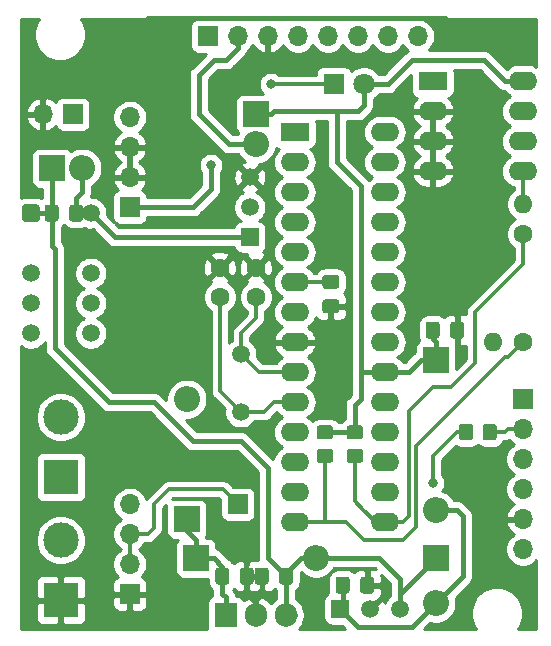
<source format=gbr>
%TF.GenerationSoftware,KiCad,Pcbnew,(5.1.12)-1*%
%TF.CreationDate,2025-06-01T13:41:53+02:00*%
%TF.ProjectId,telecommande,74656c65-636f-46d6-9d61-6e64652e6b69,rev?*%
%TF.SameCoordinates,Original*%
%TF.FileFunction,Copper,L2,Bot*%
%TF.FilePolarity,Positive*%
%FSLAX46Y46*%
G04 Gerber Fmt 4.6, Leading zero omitted, Abs format (unit mm)*
G04 Created by KiCad (PCBNEW (5.1.12)-1) date 2025-06-01 13:41:53*
%MOMM*%
%LPD*%
G01*
G04 APERTURE LIST*
%TA.AperFunction,ComponentPad*%
%ADD10O,1.700000X1.700000*%
%TD*%
%TA.AperFunction,ComponentPad*%
%ADD11R,1.700000X1.700000*%
%TD*%
%TA.AperFunction,ComponentPad*%
%ADD12O,2.400000X1.600000*%
%TD*%
%TA.AperFunction,ComponentPad*%
%ADD13R,2.400000X1.600000*%
%TD*%
%TA.AperFunction,ComponentPad*%
%ADD14O,1.600000X1.600000*%
%TD*%
%TA.AperFunction,ComponentPad*%
%ADD15C,1.600000*%
%TD*%
%TA.AperFunction,ComponentPad*%
%ADD16O,2.200000X2.200000*%
%TD*%
%TA.AperFunction,ComponentPad*%
%ADD17R,2.200000X2.200000*%
%TD*%
%TA.AperFunction,ComponentPad*%
%ADD18C,1.500000*%
%TD*%
%TA.AperFunction,ComponentPad*%
%ADD19O,1.905000X2.000000*%
%TD*%
%TA.AperFunction,ComponentPad*%
%ADD20R,1.905000X2.000000*%
%TD*%
%TA.AperFunction,ComponentPad*%
%ADD21R,1.500000X1.500000*%
%TD*%
%TA.AperFunction,ComponentPad*%
%ADD22C,3.000000*%
%TD*%
%TA.AperFunction,ComponentPad*%
%ADD23R,3.000000X3.000000*%
%TD*%
%TA.AperFunction,ComponentPad*%
%ADD24C,1.800000*%
%TD*%
%TA.AperFunction,ComponentPad*%
%ADD25R,1.800000X1.800000*%
%TD*%
%TA.AperFunction,ViaPad*%
%ADD26C,0.800000*%
%TD*%
%TA.AperFunction,Conductor*%
%ADD27C,0.450000*%
%TD*%
%TA.AperFunction,Conductor*%
%ADD28C,0.300000*%
%TD*%
%TA.AperFunction,Conductor*%
%ADD29C,0.254000*%
%TD*%
%TA.AperFunction,Conductor*%
%ADD30C,0.100000*%
%TD*%
G04 APERTURE END LIST*
D10*
%TO.P,J1,8*%
%TO.N,N/C*%
X114300000Y-72136000D03*
%TO.P,J1,7*%
X111760000Y-72136000D03*
%TO.P,J1,6*%
X109220000Y-72136000D03*
%TO.P,J1,5*%
%TO.N,/PGC*%
X106680000Y-72136000D03*
%TO.P,J1,4*%
%TO.N,/PGD*%
X104140000Y-72136000D03*
%TO.P,J1,3*%
%TO.N,GND*%
X101600000Y-72136000D03*
%TO.P,J1,2*%
%TO.N,/TVDD*%
X99060000Y-72136000D03*
D11*
%TO.P,J1,1*%
%TO.N,/MCLR*%
X96520000Y-72136000D03*
%TD*%
D12*
%TO.P,U3,8*%
%TO.N,/VDD*%
X123190000Y-75946000D03*
%TO.P,U3,4*%
%TO.N,GND*%
X115570000Y-83566000D03*
%TO.P,U3,7*%
%TO.N,Net-(JP1-Pad2)*%
X123190000Y-78486000D03*
%TO.P,U3,3*%
%TO.N,GND*%
X115570000Y-81026000D03*
%TO.P,U3,6*%
%TO.N,Net-(R2-Pad2)*%
X123190000Y-81026000D03*
%TO.P,U3,2*%
%TO.N,GND*%
X115570000Y-78486000D03*
%TO.P,U3,5*%
%TO.N,Net-(R3-Pad2)*%
X123190000Y-83566000D03*
D13*
%TO.P,U3,1*%
%TO.N,N/C*%
X115570000Y-75946000D03*
%TD*%
D14*
%TO.P,R2,2*%
%TO.N,Net-(R2-Pad2)*%
X120650000Y-98044000D03*
D15*
%TO.P,R2,1*%
%TO.N,/SCL*%
X123190000Y-98044000D03*
%TD*%
D16*
%TO.P,D5,2*%
%TO.N,/VCC*%
X115824000Y-120142000D03*
D17*
%TO.P,D5,1*%
%TO.N,/12VR*%
X115824000Y-116332000D03*
%TD*%
D16*
%TO.P,D1,2*%
%TO.N,/VCC*%
X115824000Y-112268000D03*
D17*
%TO.P,D1,1*%
%TO.N,/VDD*%
X115824000Y-99568000D03*
%TD*%
%TO.P,R5,2*%
%TO.N,Net-(R5-Pad2)*%
%TA.AperFunction,SMDPad,CuDef*%
G36*
G01*
X118980000Y-105213999D02*
X118980000Y-106114001D01*
G75*
G02*
X118730001Y-106364000I-249999J0D01*
G01*
X118029999Y-106364000D01*
G75*
G02*
X117780000Y-106114001I0J249999D01*
G01*
X117780000Y-105213999D01*
G75*
G02*
X118029999Y-104964000I249999J0D01*
G01*
X118730001Y-104964000D01*
G75*
G02*
X118980000Y-105213999I0J-249999D01*
G01*
G37*
%TD.AperFunction*%
%TO.P,R5,1*%
%TO.N,/CTS*%
%TA.AperFunction,SMDPad,CuDef*%
G36*
G01*
X120980000Y-105213999D02*
X120980000Y-106114001D01*
G75*
G02*
X120730001Y-106364000I-249999J0D01*
G01*
X120029999Y-106364000D01*
G75*
G02*
X119780000Y-106114001I0J249999D01*
G01*
X119780000Y-105213999D01*
G75*
G02*
X120029999Y-104964000I249999J0D01*
G01*
X120730001Y-104964000D01*
G75*
G02*
X120980000Y-105213999I0J-249999D01*
G01*
G37*
%TD.AperFunction*%
%TD*%
D16*
%TO.P,D7,2*%
%TO.N,/12VR*%
X105664000Y-116332000D03*
D17*
%TO.P,D7,1*%
%TO.N,Net-(C8-Pad1)*%
X95504000Y-116332000D03*
%TD*%
D16*
%TO.P,D3,2*%
%TO.N,Net-(D3-Pad2)*%
X94742000Y-102870000D03*
D17*
%TO.P,D3,1*%
%TO.N,Net-(C8-Pad1)*%
X94742000Y-113030000D03*
%TD*%
D18*
%TO.P,Y1,2*%
%TO.N,Net-(C3-Pad1)*%
X99314000Y-103960000D03*
%TO.P,Y1,1*%
%TO.N,Net-(C2-Pad1)*%
X99314000Y-99060000D03*
%TD*%
D19*
%TO.P,U4,3*%
%TO.N,/12VR*%
X103124000Y-121158000D03*
%TO.P,U4,2*%
%TO.N,GND*%
X100584000Y-121158000D03*
D20*
%TO.P,U4,1*%
%TO.N,Net-(C8-Pad1)*%
X98044000Y-121158000D03*
%TD*%
D12*
%TO.P,U2,28*%
%TO.N,/PGD*%
X111506000Y-80264000D03*
%TO.P,U2,14*%
%TO.N,/SCL*%
X103886000Y-113284000D03*
%TO.P,U2,27*%
%TO.N,/PGC*%
X111506000Y-82804000D03*
%TO.P,U2,13*%
%TO.N,Net-(R5-Pad2)*%
X103886000Y-110744000D03*
%TO.P,U2,26*%
%TO.N,N/C*%
X111506000Y-85344000D03*
%TO.P,U2,12*%
%TO.N,Net-(R4-Pad2)*%
X103886000Y-108204000D03*
%TO.P,U2,25*%
%TO.N,/RX*%
X111506000Y-87884000D03*
%TO.P,U2,11*%
%TO.N,/LED*%
X103886000Y-105664000D03*
%TO.P,U2,24*%
%TO.N,N/C*%
X111506000Y-90424000D03*
%TO.P,U2,10*%
%TO.N,Net-(C3-Pad1)*%
X103886000Y-103124000D03*
%TO.P,U2,23*%
%TO.N,/Bp1*%
X111506000Y-92964000D03*
%TO.P,U2,9*%
%TO.N,Net-(C2-Pad1)*%
X103886000Y-100584000D03*
%TO.P,U2,22*%
%TO.N,N/C*%
X111506000Y-95504000D03*
%TO.P,U2,8*%
%TO.N,GND*%
X103886000Y-98044000D03*
%TO.P,U2,21*%
%TO.N,N/C*%
X111506000Y-98044000D03*
%TO.P,U2,7*%
%TO.N,/Rel1*%
X103886000Y-95504000D03*
%TO.P,U2,20*%
%TO.N,/VDD*%
X111506000Y-100584000D03*
%TO.P,U2,6*%
%TO.N,Net-(C5-Pad1)*%
X103886000Y-92964000D03*
%TO.P,U2,19*%
%TO.N,GND*%
X111506000Y-103124000D03*
%TO.P,U2,5*%
%TO.N,N/C*%
X103886000Y-90424000D03*
%TO.P,U2,18*%
%TO.N,Net-(R7-Pad2)*%
X111506000Y-105664000D03*
%TO.P,U2,4*%
%TO.N,N/C*%
X103886000Y-87884000D03*
%TO.P,U2,17*%
%TO.N,Net-(R6-Pad2)*%
X111506000Y-108204000D03*
%TO.P,U2,3*%
%TO.N,N/C*%
X103886000Y-85344000D03*
%TO.P,U2,16*%
X111506000Y-110744000D03*
%TO.P,U2,2*%
X103886000Y-82804000D03*
%TO.P,U2,15*%
%TO.N,/SDA*%
X111506000Y-113284000D03*
D13*
%TO.P,U2,1*%
%TO.N,/MCLR*%
X103886000Y-80264000D03*
%TD*%
D21*
%TO.P,U1,1*%
%TO.N,/VCC*%
X107696000Y-120650000D03*
D18*
%TO.P,U1,3*%
%TO.N,/12VR*%
X112776000Y-120650000D03*
%TO.P,U1,2*%
%TO.N,GND*%
X110236000Y-120650000D03*
%TD*%
%TO.P,R9,2*%
%TO.N,/SDA*%
%TA.AperFunction,SMDPad,CuDef*%
G36*
G01*
X108515999Y-107080000D02*
X109416001Y-107080000D01*
G75*
G02*
X109666000Y-107329999I0J-249999D01*
G01*
X109666000Y-108030001D01*
G75*
G02*
X109416001Y-108280000I-249999J0D01*
G01*
X108515999Y-108280000D01*
G75*
G02*
X108266000Y-108030001I0J249999D01*
G01*
X108266000Y-107329999D01*
G75*
G02*
X108515999Y-107080000I249999J0D01*
G01*
G37*
%TD.AperFunction*%
%TO.P,R9,1*%
%TO.N,/VDD*%
%TA.AperFunction,SMDPad,CuDef*%
G36*
G01*
X108515999Y-105080000D02*
X109416001Y-105080000D01*
G75*
G02*
X109666000Y-105329999I0J-249999D01*
G01*
X109666000Y-106030001D01*
G75*
G02*
X109416001Y-106280000I-249999J0D01*
G01*
X108515999Y-106280000D01*
G75*
G02*
X108266000Y-106030001I0J249999D01*
G01*
X108266000Y-105329999D01*
G75*
G02*
X108515999Y-105080000I249999J0D01*
G01*
G37*
%TD.AperFunction*%
%TD*%
%TO.P,R8,2*%
%TO.N,/SCL*%
%TA.AperFunction,SMDPad,CuDef*%
G36*
G01*
X105975999Y-107080000D02*
X106876001Y-107080000D01*
G75*
G02*
X107126000Y-107329999I0J-249999D01*
G01*
X107126000Y-108030001D01*
G75*
G02*
X106876001Y-108280000I-249999J0D01*
G01*
X105975999Y-108280000D01*
G75*
G02*
X105726000Y-108030001I0J249999D01*
G01*
X105726000Y-107329999D01*
G75*
G02*
X105975999Y-107080000I249999J0D01*
G01*
G37*
%TD.AperFunction*%
%TO.P,R8,1*%
%TO.N,/VDD*%
%TA.AperFunction,SMDPad,CuDef*%
G36*
G01*
X105975999Y-105080000D02*
X106876001Y-105080000D01*
G75*
G02*
X107126000Y-105329999I0J-249999D01*
G01*
X107126000Y-106030001D01*
G75*
G02*
X106876001Y-106280000I-249999J0D01*
G01*
X105975999Y-106280000D01*
G75*
G02*
X105726000Y-106030001I0J249999D01*
G01*
X105726000Y-105329999D01*
G75*
G02*
X105975999Y-105080000I249999J0D01*
G01*
G37*
%TD.AperFunction*%
%TD*%
D14*
%TO.P,R3,2*%
%TO.N,Net-(R3-Pad2)*%
X123190000Y-86360000D03*
D15*
%TO.P,R3,1*%
%TO.N,/SDA*%
X123190000Y-88900000D03*
%TD*%
D21*
%TO.P,Q1,1*%
%TO.N,Net-(C7-Pad2)*%
X100076000Y-89154000D03*
D18*
%TO.P,Q1,3*%
%TO.N,GND*%
X100076000Y-84074000D03*
%TO.P,Q1,2*%
%TO.N,/Rel1*%
X100076000Y-86614000D03*
%TD*%
%TO.P,K1,12*%
%TO.N,Net-(C7-Pad2)*%
X86614000Y-87122000D03*
%TO.P,K1,10*%
%TO.N,N/C*%
X86614000Y-92202000D03*
%TO.P,K1,9*%
X86614000Y-94742000D03*
%TO.P,K1,8*%
X86614000Y-97282000D03*
%TO.P,K1,5*%
%TO.N,Net-(J7-Pad1)*%
X81534000Y-97282000D03*
%TO.P,K1,4*%
%TO.N,Net-(J7-Pad2)*%
X81534000Y-94742000D03*
%TO.P,K1,3*%
%TO.N,N/C*%
X81534000Y-92202000D03*
%TO.P,K1,1*%
%TO.N,/12VR*%
%TA.AperFunction,ComponentPad*%
G36*
G01*
X80784000Y-87621500D02*
X80784000Y-86622500D01*
G75*
G02*
X81034500Y-86372000I250500J0D01*
G01*
X82033500Y-86372000D01*
G75*
G02*
X82284000Y-86622500I0J-250500D01*
G01*
X82284000Y-87621500D01*
G75*
G02*
X82033500Y-87872000I-250500J0D01*
G01*
X81034500Y-87872000D01*
G75*
G02*
X80784000Y-87621500I0J250500D01*
G01*
G37*
%TD.AperFunction*%
%TD*%
D11*
%TO.P,J8,1*%
%TO.N,/RX*%
X99060000Y-111760000D03*
%TD*%
D22*
%TO.P,J7,2*%
%TO.N,Net-(J7-Pad2)*%
X84074000Y-104394000D03*
D23*
%TO.P,J7,1*%
%TO.N,Net-(J7-Pad1)*%
X84074000Y-109474000D03*
%TD*%
D22*
%TO.P,J6,2*%
%TO.N,/ANT*%
X84074000Y-114808000D03*
D23*
%TO.P,J6,1*%
%TO.N,GND*%
X84074000Y-119888000D03*
%TD*%
D10*
%TO.P,J5,6*%
%TO.N,N/C*%
X123190000Y-115570000D03*
%TO.P,J5,5*%
%TO.N,GND*%
X123190000Y-113030000D03*
%TO.P,J5,4*%
%TO.N,/TX1*%
X123190000Y-110490000D03*
%TO.P,J5,3*%
%TO.N,/RX1*%
X123190000Y-107950000D03*
%TO.P,J5,2*%
%TO.N,/CTS*%
X123190000Y-105410000D03*
D11*
%TO.P,J5,1*%
%TO.N,/RTS*%
X123190000Y-102870000D03*
%TD*%
D10*
%TO.P,J4,4*%
%TO.N,/VDD*%
X89916000Y-111760000D03*
%TO.P,J4,3*%
%TO.N,/RX*%
X89916000Y-114300000D03*
%TO.P,J4,2*%
X89916000Y-116840000D03*
D11*
%TO.P,J4,1*%
%TO.N,GND*%
X89916000Y-119380000D03*
%TD*%
D10*
%TO.P,J3,4*%
%TO.N,/ANT*%
X89916000Y-78994000D03*
%TO.P,J3,3*%
%TO.N,GND*%
X89916000Y-81534000D03*
%TO.P,J3,2*%
X89916000Y-84074000D03*
D11*
%TO.P,J3,1*%
%TO.N,/VDD*%
X89916000Y-86614000D03*
%TD*%
D10*
%TO.P,J2,2*%
%TO.N,GND*%
X82550000Y-78740000D03*
D11*
%TO.P,J2,1*%
%TO.N,Net-(D3-Pad2)*%
X85090000Y-78740000D03*
%TD*%
D16*
%TO.P,D6,2*%
%TO.N,Net-(C7-Pad2)*%
X85852000Y-83312000D03*
D17*
%TO.P,D6,1*%
%TO.N,/12VR*%
X83312000Y-83312000D03*
%TD*%
D24*
%TO.P,D4,2*%
%TO.N,/VDD*%
X109728000Y-76200000D03*
D25*
%TO.P,D4,1*%
%TO.N,Net-(D4-Pad1)*%
X107188000Y-76200000D03*
%TD*%
D16*
%TO.P,D2,2*%
%TO.N,/TVDD*%
X100584000Y-81280000D03*
D17*
%TO.P,D2,1*%
%TO.N,/VDD*%
X100584000Y-78740000D03*
%TD*%
%TO.P,C8,2*%
%TO.N,GND*%
%TA.AperFunction,SMDPad,CuDef*%
G36*
G01*
X99234500Y-118331000D02*
X99234500Y-117381000D01*
G75*
G02*
X99484500Y-117131000I250000J0D01*
G01*
X100159500Y-117131000D01*
G75*
G02*
X100409500Y-117381000I0J-250000D01*
G01*
X100409500Y-118331000D01*
G75*
G02*
X100159500Y-118581000I-250000J0D01*
G01*
X99484500Y-118581000D01*
G75*
G02*
X99234500Y-118331000I0J250000D01*
G01*
G37*
%TD.AperFunction*%
%TO.P,C8,1*%
%TO.N,Net-(C8-Pad1)*%
%TA.AperFunction,SMDPad,CuDef*%
G36*
G01*
X97159500Y-118331000D02*
X97159500Y-117381000D01*
G75*
G02*
X97409500Y-117131000I250000J0D01*
G01*
X98084500Y-117131000D01*
G75*
G02*
X98334500Y-117381000I0J-250000D01*
G01*
X98334500Y-118331000D01*
G75*
G02*
X98084500Y-118581000I-250000J0D01*
G01*
X97409500Y-118581000D01*
G75*
G02*
X97159500Y-118331000I0J250000D01*
G01*
G37*
%TD.AperFunction*%
%TD*%
%TO.P,C7,2*%
%TO.N,Net-(C7-Pad2)*%
%TA.AperFunction,SMDPad,CuDef*%
G36*
G01*
X84778000Y-87597000D02*
X84778000Y-86647000D01*
G75*
G02*
X85028000Y-86397000I250000J0D01*
G01*
X85703000Y-86397000D01*
G75*
G02*
X85953000Y-86647000I0J-250000D01*
G01*
X85953000Y-87597000D01*
G75*
G02*
X85703000Y-87847000I-250000J0D01*
G01*
X85028000Y-87847000D01*
G75*
G02*
X84778000Y-87597000I0J250000D01*
G01*
G37*
%TD.AperFunction*%
%TO.P,C7,1*%
%TO.N,/12VR*%
%TA.AperFunction,SMDPad,CuDef*%
G36*
G01*
X82703000Y-87597000D02*
X82703000Y-86647000D01*
G75*
G02*
X82953000Y-86397000I250000J0D01*
G01*
X83628000Y-86397000D01*
G75*
G02*
X83878000Y-86647000I0J-250000D01*
G01*
X83878000Y-87597000D01*
G75*
G02*
X83628000Y-87847000I-250000J0D01*
G01*
X82953000Y-87847000D01*
G75*
G02*
X82703000Y-87597000I0J250000D01*
G01*
G37*
%TD.AperFunction*%
%TD*%
%TO.P,C6,2*%
%TO.N,GND*%
%TA.AperFunction,SMDPad,CuDef*%
G36*
G01*
X117036000Y-97503000D02*
X117036000Y-96553000D01*
G75*
G02*
X117286000Y-96303000I250000J0D01*
G01*
X117961000Y-96303000D01*
G75*
G02*
X118211000Y-96553000I0J-250000D01*
G01*
X118211000Y-97503000D01*
G75*
G02*
X117961000Y-97753000I-250000J0D01*
G01*
X117286000Y-97753000D01*
G75*
G02*
X117036000Y-97503000I0J250000D01*
G01*
G37*
%TD.AperFunction*%
%TO.P,C6,1*%
%TO.N,/VDD*%
%TA.AperFunction,SMDPad,CuDef*%
G36*
G01*
X114961000Y-97503000D02*
X114961000Y-96553000D01*
G75*
G02*
X115211000Y-96303000I250000J0D01*
G01*
X115886000Y-96303000D01*
G75*
G02*
X116136000Y-96553000I0J-250000D01*
G01*
X116136000Y-97503000D01*
G75*
G02*
X115886000Y-97753000I-250000J0D01*
G01*
X115211000Y-97753000D01*
G75*
G02*
X114961000Y-97503000I0J250000D01*
G01*
G37*
%TD.AperFunction*%
%TD*%
%TO.P,C5,2*%
%TO.N,GND*%
%TA.AperFunction,SMDPad,CuDef*%
G36*
G01*
X106459000Y-94430000D02*
X107409000Y-94430000D01*
G75*
G02*
X107659000Y-94680000I0J-250000D01*
G01*
X107659000Y-95355000D01*
G75*
G02*
X107409000Y-95605000I-250000J0D01*
G01*
X106459000Y-95605000D01*
G75*
G02*
X106209000Y-95355000I0J250000D01*
G01*
X106209000Y-94680000D01*
G75*
G02*
X106459000Y-94430000I250000J0D01*
G01*
G37*
%TD.AperFunction*%
%TO.P,C5,1*%
%TO.N,Net-(C5-Pad1)*%
%TA.AperFunction,SMDPad,CuDef*%
G36*
G01*
X106459000Y-92355000D02*
X107409000Y-92355000D01*
G75*
G02*
X107659000Y-92605000I0J-250000D01*
G01*
X107659000Y-93280000D01*
G75*
G02*
X107409000Y-93530000I-250000J0D01*
G01*
X106459000Y-93530000D01*
G75*
G02*
X106209000Y-93280000I0J250000D01*
G01*
X106209000Y-92605000D01*
G75*
G02*
X106459000Y-92355000I250000J0D01*
G01*
G37*
%TD.AperFunction*%
%TD*%
%TO.P,C4,2*%
%TO.N,GND*%
%TA.AperFunction,SMDPad,CuDef*%
G36*
G01*
X109416000Y-119093000D02*
X109416000Y-118143000D01*
G75*
G02*
X109666000Y-117893000I250000J0D01*
G01*
X110341000Y-117893000D01*
G75*
G02*
X110591000Y-118143000I0J-250000D01*
G01*
X110591000Y-119093000D01*
G75*
G02*
X110341000Y-119343000I-250000J0D01*
G01*
X109666000Y-119343000D01*
G75*
G02*
X109416000Y-119093000I0J250000D01*
G01*
G37*
%TD.AperFunction*%
%TO.P,C4,1*%
%TO.N,/VCC*%
%TA.AperFunction,SMDPad,CuDef*%
G36*
G01*
X107341000Y-119093000D02*
X107341000Y-118143000D01*
G75*
G02*
X107591000Y-117893000I250000J0D01*
G01*
X108266000Y-117893000D01*
G75*
G02*
X108516000Y-118143000I0J-250000D01*
G01*
X108516000Y-119093000D01*
G75*
G02*
X108266000Y-119343000I-250000J0D01*
G01*
X107591000Y-119343000D01*
G75*
G02*
X107341000Y-119093000I0J250000D01*
G01*
G37*
%TD.AperFunction*%
%TD*%
D15*
%TO.P,C3,2*%
%TO.N,GND*%
X97536000Y-91734000D03*
%TO.P,C3,1*%
%TO.N,Net-(C3-Pad1)*%
X97536000Y-94234000D03*
%TD*%
%TO.P,C2,2*%
%TO.N,GND*%
X100584000Y-91734000D03*
%TO.P,C2,1*%
%TO.N,Net-(C2-Pad1)*%
X100584000Y-94234000D03*
%TD*%
%TO.P,C1,2*%
%TO.N,GND*%
%TA.AperFunction,SMDPad,CuDef*%
G36*
G01*
X101658000Y-117381000D02*
X101658000Y-118331000D01*
G75*
G02*
X101408000Y-118581000I-250000J0D01*
G01*
X100733000Y-118581000D01*
G75*
G02*
X100483000Y-118331000I0J250000D01*
G01*
X100483000Y-117381000D01*
G75*
G02*
X100733000Y-117131000I250000J0D01*
G01*
X101408000Y-117131000D01*
G75*
G02*
X101658000Y-117381000I0J-250000D01*
G01*
G37*
%TD.AperFunction*%
%TO.P,C1,1*%
%TO.N,/12VR*%
%TA.AperFunction,SMDPad,CuDef*%
G36*
G01*
X103733000Y-117381000D02*
X103733000Y-118331000D01*
G75*
G02*
X103483000Y-118581000I-250000J0D01*
G01*
X102808000Y-118581000D01*
G75*
G02*
X102558000Y-118331000I0J250000D01*
G01*
X102558000Y-117381000D01*
G75*
G02*
X102808000Y-117131000I250000J0D01*
G01*
X103483000Y-117131000D01*
G75*
G02*
X103733000Y-117381000I0J-250000D01*
G01*
G37*
%TD.AperFunction*%
%TD*%
D26*
%TO.N,GND*%
X120142000Y-92710000D03*
X117348000Y-71374000D03*
%TO.N,Net-(D4-Pad1)*%
X101854000Y-76200000D03*
%TO.N,Net-(R5-Pad2)*%
X115570000Y-109982000D03*
%TO.N,/VDD*%
X96774000Y-83058000D03*
%TD*%
D27*
%TO.N,GND*%
X100584000Y-121158000D02*
X100584000Y-120396000D01*
X100584000Y-120650000D02*
X100584000Y-121158000D01*
X100584000Y-121158000D02*
X100584000Y-119888000D01*
X101070500Y-119401500D02*
X101070500Y-117856000D01*
X100584000Y-119888000D02*
X101070500Y-119401500D01*
X99822000Y-117856000D02*
X99822000Y-119380000D01*
X100584000Y-120142000D02*
X100584000Y-121158000D01*
X99822000Y-119380000D02*
X100584000Y-120142000D01*
X91445001Y-70606999D02*
X116580999Y-70606999D01*
X85852000Y-76200000D02*
X91445001Y-70606999D01*
X83058000Y-76200000D02*
X85852000Y-76200000D01*
X82550000Y-76708000D02*
X83058000Y-76200000D01*
X116580999Y-70606999D02*
X117348000Y-71374000D01*
X82550000Y-78740000D02*
X82550000Y-76708000D01*
%TO.N,/12VR*%
X103124000Y-121158000D02*
X103886000Y-121158000D01*
X112776000Y-120650000D02*
X112776000Y-118110000D01*
X110998000Y-116332000D02*
X105664000Y-116332000D01*
X112776000Y-118110000D02*
X110998000Y-116332000D01*
X115824000Y-116840000D02*
X115316000Y-116840000D01*
X112776000Y-119380000D02*
X112776000Y-120650000D01*
X115316000Y-116840000D02*
X112776000Y-119380000D01*
X83312000Y-87100500D02*
X83290500Y-87122000D01*
X83312000Y-83312000D02*
X83312000Y-87100500D01*
X81534000Y-87122000D02*
X83290500Y-87122000D01*
X105664000Y-116332000D02*
X105664000Y-116353500D01*
X83566000Y-90170000D02*
X83290500Y-89894500D01*
X83290500Y-89894500D02*
X83290500Y-87122000D01*
X88138000Y-103124000D02*
X83566000Y-98552000D01*
X91948000Y-103124000D02*
X88138000Y-103124000D01*
X95250000Y-106426000D02*
X91948000Y-103124000D01*
X99314000Y-106426000D02*
X95250000Y-106426000D01*
X83566000Y-98552000D02*
X83566000Y-90170000D01*
X101600000Y-108712000D02*
X99314000Y-106426000D01*
X103124000Y-117877500D02*
X103145500Y-117856000D01*
X103124000Y-121158000D02*
X103124000Y-117877500D01*
X103145500Y-117856000D02*
X103145500Y-117580500D01*
X104394000Y-116332000D02*
X105664000Y-116332000D01*
X103145500Y-117580500D02*
X104394000Y-116332000D01*
X101600000Y-116310500D02*
X103145500Y-117856000D01*
X101600000Y-108712000D02*
X101600000Y-116310500D01*
D28*
%TO.N,Net-(C2-Pad1)*%
X100838000Y-100584000D02*
X101346000Y-100584000D01*
X99314000Y-99060000D02*
X100838000Y-100584000D01*
X99314000Y-99060000D02*
X99314000Y-97282000D01*
X100584000Y-96012000D02*
X100584000Y-94234000D01*
X99314000Y-97282000D02*
X100584000Y-96012000D01*
X101346000Y-100584000D02*
X103886000Y-100584000D01*
%TO.N,Net-(C3-Pad1)*%
X102108000Y-103124000D02*
X101272000Y-103960000D01*
X101272000Y-103960000D02*
X100510000Y-103960000D01*
X100510000Y-103960000D02*
X99314000Y-103960000D01*
X100510000Y-103960000D02*
X99822000Y-103960000D01*
X97536000Y-102182000D02*
X99314000Y-103960000D01*
X97536000Y-94234000D02*
X97536000Y-102182000D01*
X102108000Y-103124000D02*
X103886000Y-103124000D01*
D27*
%TO.N,/VCC*%
X107928500Y-120417500D02*
X107696000Y-120650000D01*
X107928500Y-118618000D02*
X107928500Y-120417500D01*
X117602000Y-112268000D02*
X118110000Y-112776000D01*
X115824000Y-112268000D02*
X117602000Y-112268000D01*
X109220000Y-122174000D02*
X107696000Y-120650000D01*
X113792000Y-122174000D02*
X109220000Y-122174000D01*
X115824000Y-120142000D02*
X113792000Y-122174000D01*
X118110000Y-117856000D02*
X118110000Y-117602000D01*
X115824000Y-120142000D02*
X118110000Y-117856000D01*
X118110000Y-112776000D02*
X118110000Y-117602000D01*
D28*
%TO.N,Net-(C5-Pad1)*%
X106912500Y-92964000D02*
X106934000Y-92942500D01*
X103907500Y-92942500D02*
X103886000Y-92964000D01*
X106934000Y-92942500D02*
X103907500Y-92942500D01*
D27*
%TO.N,Net-(C7-Pad2)*%
X85365500Y-87122000D02*
X85365500Y-85830500D01*
X85852000Y-85344000D02*
X85852000Y-83312000D01*
X85365500Y-85830500D02*
X85852000Y-85344000D01*
X85365500Y-87122000D02*
X86614000Y-87122000D01*
X99822000Y-88900000D02*
X100076000Y-89154000D01*
X100076000Y-89154000D02*
X91694000Y-89154000D01*
X88646000Y-89154000D02*
X91694000Y-89154000D01*
X86614000Y-87122000D02*
X88646000Y-89154000D01*
%TO.N,Net-(C8-Pad1)*%
X95504000Y-113792000D02*
X94742000Y-113030000D01*
X94742000Y-113030000D02*
X94742000Y-114046000D01*
X95504000Y-114808000D02*
X95504000Y-116332000D01*
X94742000Y-114046000D02*
X95504000Y-114808000D01*
X97747000Y-119337000D02*
X97747000Y-117856000D01*
X98044000Y-119634000D02*
X97747000Y-119337000D01*
X98044000Y-121158000D02*
X98044000Y-119634000D01*
X97747000Y-117051000D02*
X97747000Y-117856000D01*
X97028000Y-116332000D02*
X97747000Y-117051000D01*
X95504000Y-116332000D02*
X97028000Y-116332000D01*
%TO.N,/TVDD*%
X99060000Y-73152000D02*
X99060000Y-72136000D01*
X98044000Y-74168000D02*
X99060000Y-73152000D01*
X97028000Y-74168000D02*
X98044000Y-74168000D01*
X95758000Y-75438000D02*
X97028000Y-74168000D01*
X95758000Y-78740000D02*
X95758000Y-75438000D01*
X98298000Y-81280000D02*
X95758000Y-78740000D01*
X100584000Y-81280000D02*
X98298000Y-81280000D01*
D28*
%TO.N,Net-(D4-Pad1)*%
X101854000Y-76200000D02*
X101854000Y-76200000D01*
X101854000Y-76200000D02*
X107188000Y-76200000D01*
%TO.N,/RX*%
X89916000Y-114300000D02*
X89916000Y-116840000D01*
X91440000Y-114300000D02*
X89916000Y-114300000D01*
X91948000Y-111760000D02*
X91948000Y-113792000D01*
X93218000Y-110490000D02*
X91948000Y-111760000D01*
X91948000Y-113792000D02*
X91440000Y-114300000D01*
X97790000Y-110490000D02*
X93218000Y-110490000D01*
X99060000Y-111760000D02*
X97790000Y-110490000D01*
%TO.N,/CTS*%
X120888000Y-105664000D02*
X121666000Y-105664000D01*
X121920000Y-105410000D02*
X123190000Y-105410000D01*
X121666000Y-105664000D02*
X121920000Y-105410000D01*
%TO.N,/SCL*%
X106172000Y-113284000D02*
X104394000Y-113284000D01*
X106426000Y-107680000D02*
X106426000Y-113284000D01*
X104394000Y-113284000D02*
X106426000Y-113284000D01*
X123190000Y-98044000D02*
X123190000Y-98552000D01*
X121920000Y-99314000D02*
X123190000Y-98044000D01*
X114173000Y-113665000D02*
X114173000Y-106807000D01*
X121666000Y-99314000D02*
X121920000Y-99314000D01*
X113030000Y-114808000D02*
X114173000Y-113665000D01*
X109728000Y-114808000D02*
X113030000Y-114808000D01*
X114173000Y-106807000D02*
X121666000Y-99314000D01*
X108204000Y-113284000D02*
X109728000Y-114808000D01*
X106426000Y-113284000D02*
X108204000Y-113284000D01*
%TO.N,Net-(R3-Pad2)*%
X123190000Y-83566000D02*
X123190000Y-86360000D01*
%TO.N,/SDA*%
X110744000Y-113284000D02*
X112014000Y-113284000D01*
X108966000Y-111506000D02*
X109601000Y-112141000D01*
X108966000Y-107680000D02*
X108966000Y-111506000D01*
X109474000Y-112014000D02*
X109601000Y-112141000D01*
X113030000Y-113284000D02*
X111506000Y-113284000D01*
X113538000Y-112776000D02*
X113030000Y-113284000D01*
X113538000Y-103886000D02*
X113538000Y-112776000D01*
X115570000Y-101854000D02*
X113538000Y-103886000D01*
X117094000Y-101854000D02*
X115570000Y-101854000D01*
X119126000Y-99822000D02*
X117094000Y-101854000D01*
X119126000Y-95504000D02*
X119126000Y-99822000D01*
X123190000Y-91440000D02*
X119126000Y-95504000D01*
X123190000Y-88900000D02*
X123190000Y-91440000D01*
X110744000Y-113284000D02*
X109601000Y-112141000D01*
X111506000Y-113284000D02*
X110744000Y-113284000D01*
%TO.N,Net-(R5-Pad2)*%
X117602000Y-105664000D02*
X118380000Y-105664000D01*
X115570000Y-107696000D02*
X117602000Y-105664000D01*
X115570000Y-109982000D02*
X115570000Y-107696000D01*
D27*
%TO.N,/VDD*%
X115548500Y-98784500D02*
X116332000Y-99568000D01*
X107442000Y-78486000D02*
X102108000Y-78486000D01*
X113538000Y-100584000D02*
X114554000Y-99568000D01*
X109728000Y-76200000D02*
X111760000Y-76200000D01*
X119888000Y-74168000D02*
X121666000Y-75946000D01*
X121666000Y-75946000D02*
X123190000Y-75946000D01*
X113792000Y-74168000D02*
X119888000Y-74168000D01*
X111760000Y-76200000D02*
X113792000Y-74168000D01*
X113538000Y-100584000D02*
X111506000Y-100584000D01*
X109474000Y-84836000D02*
X109474000Y-100076000D01*
X107442000Y-82804000D02*
X109474000Y-84836000D01*
X107442000Y-78486000D02*
X107442000Y-82804000D01*
X109474000Y-101346000D02*
X109474000Y-101854000D01*
X111506000Y-100584000D02*
X109474000Y-100584000D01*
X109474000Y-100584000D02*
X109474000Y-101854000D01*
X109474000Y-100076000D02*
X109474000Y-100584000D01*
X108966000Y-105680000D02*
X108966000Y-103378000D01*
X109474000Y-102870000D02*
X109474000Y-101854000D01*
X108966000Y-103378000D02*
X109474000Y-102870000D01*
X108966000Y-105680000D02*
X106426000Y-105680000D01*
X115548500Y-97028000D02*
X115548500Y-97768500D01*
X115824000Y-98044000D02*
X115824000Y-99568000D01*
X115548500Y-97768500D02*
X115824000Y-98044000D01*
X114554000Y-99568000D02*
X115824000Y-99568000D01*
X109728000Y-76200000D02*
X109728000Y-77978000D01*
X109220000Y-78486000D02*
X107442000Y-78486000D01*
X109728000Y-77978000D02*
X109220000Y-78486000D01*
X101854000Y-78740000D02*
X102108000Y-78486000D01*
X100584000Y-78740000D02*
X101854000Y-78740000D01*
X89916000Y-86614000D02*
X95250000Y-86614000D01*
X95250000Y-86614000D02*
X96774000Y-85090000D01*
X96774000Y-85090000D02*
X96774000Y-83058000D01*
%TD*%
D29*
%TO.N,GND*%
X122036525Y-106356632D02*
X122243368Y-106563475D01*
X122417760Y-106680000D01*
X122243368Y-106796525D01*
X122036525Y-107003368D01*
X121874010Y-107246589D01*
X121762068Y-107516842D01*
X121705000Y-107803740D01*
X121705000Y-108096260D01*
X121762068Y-108383158D01*
X121874010Y-108653411D01*
X122036525Y-108896632D01*
X122243368Y-109103475D01*
X122417760Y-109220000D01*
X122243368Y-109336525D01*
X122036525Y-109543368D01*
X121874010Y-109786589D01*
X121762068Y-110056842D01*
X121705000Y-110343740D01*
X121705000Y-110636260D01*
X121762068Y-110923158D01*
X121874010Y-111193411D01*
X122036525Y-111436632D01*
X122243368Y-111643475D01*
X122425534Y-111765195D01*
X122308645Y-111834822D01*
X122092412Y-112029731D01*
X121918359Y-112263080D01*
X121793175Y-112525901D01*
X121748524Y-112673110D01*
X121869845Y-112903000D01*
X123063000Y-112903000D01*
X123063000Y-112883000D01*
X123317000Y-112883000D01*
X123317000Y-112903000D01*
X123337000Y-112903000D01*
X123337000Y-113157000D01*
X123317000Y-113157000D01*
X123317000Y-113177000D01*
X123063000Y-113177000D01*
X123063000Y-113157000D01*
X121869845Y-113157000D01*
X121748524Y-113386890D01*
X121793175Y-113534099D01*
X121918359Y-113796920D01*
X122092412Y-114030269D01*
X122308645Y-114225178D01*
X122425534Y-114294805D01*
X122243368Y-114416525D01*
X122036525Y-114623368D01*
X121874010Y-114866589D01*
X121762068Y-115136842D01*
X121705000Y-115423740D01*
X121705000Y-115716260D01*
X121762068Y-116003158D01*
X121874010Y-116273411D01*
X122036525Y-116516632D01*
X122243368Y-116723475D01*
X122486589Y-116885990D01*
X122756842Y-116997932D01*
X123043740Y-117055000D01*
X123336260Y-117055000D01*
X123623158Y-116997932D01*
X123893411Y-116885990D01*
X124136632Y-116723475D01*
X124340001Y-116520106D01*
X124340001Y-122340000D01*
X122792652Y-122340000D01*
X122980631Y-122058669D01*
X123149110Y-121651925D01*
X123235000Y-121220128D01*
X123235000Y-120779872D01*
X123149110Y-120348075D01*
X122980631Y-119941331D01*
X122736038Y-119575271D01*
X122424729Y-119263962D01*
X122058669Y-119019369D01*
X121651925Y-118850890D01*
X121220128Y-118765000D01*
X120779872Y-118765000D01*
X120348075Y-118850890D01*
X119941331Y-119019369D01*
X119575271Y-119263962D01*
X119263962Y-119575271D01*
X119019369Y-119941331D01*
X118850890Y-120348075D01*
X118765000Y-120779872D01*
X118765000Y-121220128D01*
X118850890Y-121651925D01*
X119019369Y-122058669D01*
X119207348Y-122340000D01*
X114842223Y-122340000D01*
X115362943Y-121819281D01*
X115653117Y-121877000D01*
X115994883Y-121877000D01*
X116330081Y-121810325D01*
X116645831Y-121679537D01*
X116929998Y-121489663D01*
X117171663Y-121247998D01*
X117361537Y-120963831D01*
X117492325Y-120648081D01*
X117559000Y-120312883D01*
X117559000Y-119971117D01*
X117501281Y-119680943D01*
X118688242Y-118493982D01*
X118721054Y-118467054D01*
X118828524Y-118336102D01*
X118908381Y-118186700D01*
X118957556Y-118024589D01*
X118970000Y-117898246D01*
X118970000Y-117898240D01*
X118974160Y-117856001D01*
X118970000Y-117813762D01*
X118970000Y-112818238D01*
X118974160Y-112775999D01*
X118970000Y-112733760D01*
X118970000Y-112733754D01*
X118959598Y-112628139D01*
X118957556Y-112607409D01*
X118924670Y-112499000D01*
X118908381Y-112445300D01*
X118828524Y-112295898D01*
X118721054Y-112164946D01*
X118688231Y-112138009D01*
X118239988Y-111689765D01*
X118213054Y-111656946D01*
X118082102Y-111549476D01*
X117932700Y-111469619D01*
X117770589Y-111420444D01*
X117644246Y-111408000D01*
X117644239Y-111408000D01*
X117602000Y-111403840D01*
X117559761Y-111408000D01*
X117336033Y-111408000D01*
X117171663Y-111162002D01*
X116929998Y-110920337D01*
X116645831Y-110730463D01*
X116386462Y-110623029D01*
X116487205Y-110472256D01*
X116565226Y-110283898D01*
X116605000Y-110083939D01*
X116605000Y-109880061D01*
X116565226Y-109680102D01*
X116487205Y-109491744D01*
X116373937Y-109322226D01*
X116355000Y-109303289D01*
X116355000Y-108021157D01*
X117529550Y-106846608D01*
X117536613Y-106852405D01*
X117690149Y-106934472D01*
X117856745Y-106985008D01*
X118029999Y-107002072D01*
X118730001Y-107002072D01*
X118903255Y-106985008D01*
X119069851Y-106934472D01*
X119223387Y-106852405D01*
X119357962Y-106741962D01*
X119380000Y-106715109D01*
X119402038Y-106741962D01*
X119536613Y-106852405D01*
X119690149Y-106934472D01*
X119856745Y-106985008D01*
X120029999Y-107002072D01*
X120730001Y-107002072D01*
X120903255Y-106985008D01*
X121069851Y-106934472D01*
X121223387Y-106852405D01*
X121357962Y-106741962D01*
X121468405Y-106607387D01*
X121550472Y-106453851D01*
X121551944Y-106449000D01*
X121627447Y-106449000D01*
X121666000Y-106452797D01*
X121704553Y-106449000D01*
X121704561Y-106449000D01*
X121819887Y-106437641D01*
X121967860Y-106392754D01*
X122036240Y-106356205D01*
X122036525Y-106356632D01*
%TA.AperFunction,Conductor*%
D30*
G36*
X122036525Y-106356632D02*
G01*
X122243368Y-106563475D01*
X122417760Y-106680000D01*
X122243368Y-106796525D01*
X122036525Y-107003368D01*
X121874010Y-107246589D01*
X121762068Y-107516842D01*
X121705000Y-107803740D01*
X121705000Y-108096260D01*
X121762068Y-108383158D01*
X121874010Y-108653411D01*
X122036525Y-108896632D01*
X122243368Y-109103475D01*
X122417760Y-109220000D01*
X122243368Y-109336525D01*
X122036525Y-109543368D01*
X121874010Y-109786589D01*
X121762068Y-110056842D01*
X121705000Y-110343740D01*
X121705000Y-110636260D01*
X121762068Y-110923158D01*
X121874010Y-111193411D01*
X122036525Y-111436632D01*
X122243368Y-111643475D01*
X122425534Y-111765195D01*
X122308645Y-111834822D01*
X122092412Y-112029731D01*
X121918359Y-112263080D01*
X121793175Y-112525901D01*
X121748524Y-112673110D01*
X121869845Y-112903000D01*
X123063000Y-112903000D01*
X123063000Y-112883000D01*
X123317000Y-112883000D01*
X123317000Y-112903000D01*
X123337000Y-112903000D01*
X123337000Y-113157000D01*
X123317000Y-113157000D01*
X123317000Y-113177000D01*
X123063000Y-113177000D01*
X123063000Y-113157000D01*
X121869845Y-113157000D01*
X121748524Y-113386890D01*
X121793175Y-113534099D01*
X121918359Y-113796920D01*
X122092412Y-114030269D01*
X122308645Y-114225178D01*
X122425534Y-114294805D01*
X122243368Y-114416525D01*
X122036525Y-114623368D01*
X121874010Y-114866589D01*
X121762068Y-115136842D01*
X121705000Y-115423740D01*
X121705000Y-115716260D01*
X121762068Y-116003158D01*
X121874010Y-116273411D01*
X122036525Y-116516632D01*
X122243368Y-116723475D01*
X122486589Y-116885990D01*
X122756842Y-116997932D01*
X123043740Y-117055000D01*
X123336260Y-117055000D01*
X123623158Y-116997932D01*
X123893411Y-116885990D01*
X124136632Y-116723475D01*
X124340001Y-116520106D01*
X124340001Y-122340000D01*
X122792652Y-122340000D01*
X122980631Y-122058669D01*
X123149110Y-121651925D01*
X123235000Y-121220128D01*
X123235000Y-120779872D01*
X123149110Y-120348075D01*
X122980631Y-119941331D01*
X122736038Y-119575271D01*
X122424729Y-119263962D01*
X122058669Y-119019369D01*
X121651925Y-118850890D01*
X121220128Y-118765000D01*
X120779872Y-118765000D01*
X120348075Y-118850890D01*
X119941331Y-119019369D01*
X119575271Y-119263962D01*
X119263962Y-119575271D01*
X119019369Y-119941331D01*
X118850890Y-120348075D01*
X118765000Y-120779872D01*
X118765000Y-121220128D01*
X118850890Y-121651925D01*
X119019369Y-122058669D01*
X119207348Y-122340000D01*
X114842223Y-122340000D01*
X115362943Y-121819281D01*
X115653117Y-121877000D01*
X115994883Y-121877000D01*
X116330081Y-121810325D01*
X116645831Y-121679537D01*
X116929998Y-121489663D01*
X117171663Y-121247998D01*
X117361537Y-120963831D01*
X117492325Y-120648081D01*
X117559000Y-120312883D01*
X117559000Y-119971117D01*
X117501281Y-119680943D01*
X118688242Y-118493982D01*
X118721054Y-118467054D01*
X118828524Y-118336102D01*
X118908381Y-118186700D01*
X118957556Y-118024589D01*
X118970000Y-117898246D01*
X118970000Y-117898240D01*
X118974160Y-117856001D01*
X118970000Y-117813762D01*
X118970000Y-112818238D01*
X118974160Y-112775999D01*
X118970000Y-112733760D01*
X118970000Y-112733754D01*
X118959598Y-112628139D01*
X118957556Y-112607409D01*
X118924670Y-112499000D01*
X118908381Y-112445300D01*
X118828524Y-112295898D01*
X118721054Y-112164946D01*
X118688231Y-112138009D01*
X118239988Y-111689765D01*
X118213054Y-111656946D01*
X118082102Y-111549476D01*
X117932700Y-111469619D01*
X117770589Y-111420444D01*
X117644246Y-111408000D01*
X117644239Y-111408000D01*
X117602000Y-111403840D01*
X117559761Y-111408000D01*
X117336033Y-111408000D01*
X117171663Y-111162002D01*
X116929998Y-110920337D01*
X116645831Y-110730463D01*
X116386462Y-110623029D01*
X116487205Y-110472256D01*
X116565226Y-110283898D01*
X116605000Y-110083939D01*
X116605000Y-109880061D01*
X116565226Y-109680102D01*
X116487205Y-109491744D01*
X116373937Y-109322226D01*
X116355000Y-109303289D01*
X116355000Y-108021157D01*
X117529550Y-106846608D01*
X117536613Y-106852405D01*
X117690149Y-106934472D01*
X117856745Y-106985008D01*
X118029999Y-107002072D01*
X118730001Y-107002072D01*
X118903255Y-106985008D01*
X119069851Y-106934472D01*
X119223387Y-106852405D01*
X119357962Y-106741962D01*
X119380000Y-106715109D01*
X119402038Y-106741962D01*
X119536613Y-106852405D01*
X119690149Y-106934472D01*
X119856745Y-106985008D01*
X120029999Y-107002072D01*
X120730001Y-107002072D01*
X120903255Y-106985008D01*
X121069851Y-106934472D01*
X121223387Y-106852405D01*
X121357962Y-106741962D01*
X121468405Y-106607387D01*
X121550472Y-106453851D01*
X121551944Y-106449000D01*
X121627447Y-106449000D01*
X121666000Y-106452797D01*
X121704553Y-106449000D01*
X121704561Y-106449000D01*
X121819887Y-106437641D01*
X121967860Y-106392754D01*
X122036240Y-106356205D01*
X122036525Y-106356632D01*
G37*
%TD.AperFunction*%
D29*
X110717610Y-117267834D02*
X110715482Y-117267188D01*
X110591000Y-117254928D01*
X110289250Y-117258000D01*
X110130500Y-117416750D01*
X110130500Y-118491000D01*
X111067250Y-118491000D01*
X111226000Y-118332250D01*
X111229072Y-117893000D01*
X111216812Y-117768518D01*
X111216166Y-117766390D01*
X111916001Y-118466225D01*
X111916001Y-119337750D01*
X111916000Y-119337755D01*
X111916000Y-119337761D01*
X111911840Y-119380000D01*
X111916000Y-119422244D01*
X111916000Y-119558909D01*
X111893114Y-119574201D01*
X111700201Y-119767114D01*
X111548629Y-119993957D01*
X111507489Y-120093279D01*
X111492277Y-120051168D01*
X111431860Y-119938137D01*
X111192993Y-119872612D01*
X110415605Y-120650000D01*
X110429748Y-120664143D01*
X110250143Y-120843748D01*
X110236000Y-120829605D01*
X110221858Y-120843748D01*
X110042253Y-120664143D01*
X110056395Y-120650000D01*
X110042253Y-120635858D01*
X110221858Y-120456253D01*
X110236000Y-120470395D01*
X110747207Y-119959188D01*
X110835180Y-119932502D01*
X110945494Y-119873537D01*
X111042185Y-119794185D01*
X111121537Y-119697494D01*
X111180502Y-119587180D01*
X111216812Y-119467482D01*
X111229072Y-119343000D01*
X111226000Y-118903750D01*
X111067250Y-118745000D01*
X110130500Y-118745000D01*
X110130500Y-118765000D01*
X109876500Y-118765000D01*
X109876500Y-118745000D01*
X109856500Y-118745000D01*
X109856500Y-118491000D01*
X109876500Y-118491000D01*
X109876500Y-117416750D01*
X109717750Y-117258000D01*
X109416000Y-117254928D01*
X109291518Y-117267188D01*
X109171820Y-117303498D01*
X109061506Y-117362463D01*
X108964815Y-117441815D01*
X108899342Y-117521594D01*
X108893962Y-117515038D01*
X108759386Y-117404595D01*
X108605850Y-117322528D01*
X108439254Y-117271992D01*
X108266000Y-117254928D01*
X107591000Y-117254928D01*
X107417746Y-117271992D01*
X107251150Y-117322528D01*
X107097614Y-117404595D01*
X106963038Y-117515038D01*
X106852595Y-117649614D01*
X106770528Y-117803150D01*
X106719992Y-117969746D01*
X106702928Y-118143000D01*
X106702928Y-119093000D01*
X106719992Y-119266254D01*
X106730751Y-119301722D01*
X106701820Y-119310498D01*
X106591506Y-119369463D01*
X106494815Y-119448815D01*
X106415463Y-119545506D01*
X106356498Y-119655820D01*
X106320188Y-119775518D01*
X106307928Y-119900000D01*
X106307928Y-121400000D01*
X106320188Y-121524482D01*
X106356498Y-121644180D01*
X106415463Y-121754494D01*
X106494815Y-121851185D01*
X106591506Y-121930537D01*
X106701820Y-121989502D01*
X106821518Y-122025812D01*
X106946000Y-122038072D01*
X107867849Y-122038072D01*
X108169777Y-122340000D01*
X104243998Y-122340000D01*
X104251963Y-122333463D01*
X104450345Y-122091734D01*
X104597755Y-121815948D01*
X104688530Y-121516703D01*
X104694609Y-121454982D01*
X104733556Y-121326589D01*
X104750161Y-121158000D01*
X104733556Y-120989411D01*
X104694609Y-120861018D01*
X104688530Y-120799296D01*
X104597755Y-120500051D01*
X104450345Y-120224265D01*
X104251963Y-119982537D01*
X104010234Y-119784155D01*
X103984000Y-119770133D01*
X103984000Y-119063156D01*
X104110962Y-118958962D01*
X104221405Y-118824386D01*
X104303472Y-118670850D01*
X104354008Y-118504254D01*
X104371072Y-118331000D01*
X104371072Y-117571151D01*
X104410281Y-117531942D01*
X104558002Y-117679663D01*
X104842169Y-117869537D01*
X105157919Y-118000325D01*
X105493117Y-118067000D01*
X105834883Y-118067000D01*
X106170081Y-118000325D01*
X106485831Y-117869537D01*
X106769998Y-117679663D01*
X107011663Y-117437998D01*
X107176033Y-117192000D01*
X110641777Y-117192000D01*
X110717610Y-117267834D01*
%TA.AperFunction,Conductor*%
D30*
G36*
X110717610Y-117267834D02*
G01*
X110715482Y-117267188D01*
X110591000Y-117254928D01*
X110289250Y-117258000D01*
X110130500Y-117416750D01*
X110130500Y-118491000D01*
X111067250Y-118491000D01*
X111226000Y-118332250D01*
X111229072Y-117893000D01*
X111216812Y-117768518D01*
X111216166Y-117766390D01*
X111916001Y-118466225D01*
X111916001Y-119337750D01*
X111916000Y-119337755D01*
X111916000Y-119337761D01*
X111911840Y-119380000D01*
X111916000Y-119422244D01*
X111916000Y-119558909D01*
X111893114Y-119574201D01*
X111700201Y-119767114D01*
X111548629Y-119993957D01*
X111507489Y-120093279D01*
X111492277Y-120051168D01*
X111431860Y-119938137D01*
X111192993Y-119872612D01*
X110415605Y-120650000D01*
X110429748Y-120664143D01*
X110250143Y-120843748D01*
X110236000Y-120829605D01*
X110221858Y-120843748D01*
X110042253Y-120664143D01*
X110056395Y-120650000D01*
X110042253Y-120635858D01*
X110221858Y-120456253D01*
X110236000Y-120470395D01*
X110747207Y-119959188D01*
X110835180Y-119932502D01*
X110945494Y-119873537D01*
X111042185Y-119794185D01*
X111121537Y-119697494D01*
X111180502Y-119587180D01*
X111216812Y-119467482D01*
X111229072Y-119343000D01*
X111226000Y-118903750D01*
X111067250Y-118745000D01*
X110130500Y-118745000D01*
X110130500Y-118765000D01*
X109876500Y-118765000D01*
X109876500Y-118745000D01*
X109856500Y-118745000D01*
X109856500Y-118491000D01*
X109876500Y-118491000D01*
X109876500Y-117416750D01*
X109717750Y-117258000D01*
X109416000Y-117254928D01*
X109291518Y-117267188D01*
X109171820Y-117303498D01*
X109061506Y-117362463D01*
X108964815Y-117441815D01*
X108899342Y-117521594D01*
X108893962Y-117515038D01*
X108759386Y-117404595D01*
X108605850Y-117322528D01*
X108439254Y-117271992D01*
X108266000Y-117254928D01*
X107591000Y-117254928D01*
X107417746Y-117271992D01*
X107251150Y-117322528D01*
X107097614Y-117404595D01*
X106963038Y-117515038D01*
X106852595Y-117649614D01*
X106770528Y-117803150D01*
X106719992Y-117969746D01*
X106702928Y-118143000D01*
X106702928Y-119093000D01*
X106719992Y-119266254D01*
X106730751Y-119301722D01*
X106701820Y-119310498D01*
X106591506Y-119369463D01*
X106494815Y-119448815D01*
X106415463Y-119545506D01*
X106356498Y-119655820D01*
X106320188Y-119775518D01*
X106307928Y-119900000D01*
X106307928Y-121400000D01*
X106320188Y-121524482D01*
X106356498Y-121644180D01*
X106415463Y-121754494D01*
X106494815Y-121851185D01*
X106591506Y-121930537D01*
X106701820Y-121989502D01*
X106821518Y-122025812D01*
X106946000Y-122038072D01*
X107867849Y-122038072D01*
X108169777Y-122340000D01*
X104243998Y-122340000D01*
X104251963Y-122333463D01*
X104450345Y-122091734D01*
X104597755Y-121815948D01*
X104688530Y-121516703D01*
X104694609Y-121454982D01*
X104733556Y-121326589D01*
X104750161Y-121158000D01*
X104733556Y-120989411D01*
X104694609Y-120861018D01*
X104688530Y-120799296D01*
X104597755Y-120500051D01*
X104450345Y-120224265D01*
X104251963Y-119982537D01*
X104010234Y-119784155D01*
X103984000Y-119770133D01*
X103984000Y-119063156D01*
X104110962Y-118958962D01*
X104221405Y-118824386D01*
X104303472Y-118670850D01*
X104354008Y-118504254D01*
X104371072Y-118331000D01*
X104371072Y-117571151D01*
X104410281Y-117531942D01*
X104558002Y-117679663D01*
X104842169Y-117869537D01*
X105157919Y-118000325D01*
X105493117Y-118067000D01*
X105834883Y-118067000D01*
X106170081Y-118000325D01*
X106485831Y-117869537D01*
X106769998Y-117679663D01*
X107011663Y-117437998D01*
X107176033Y-117192000D01*
X110641777Y-117192000D01*
X110717610Y-117267834D01*
G37*
%TD.AperFunction*%
D29*
X82706000Y-98509761D02*
X82701840Y-98552000D01*
X82706000Y-98594239D01*
X82706000Y-98594245D01*
X82712084Y-98656011D01*
X82718444Y-98720589D01*
X82729835Y-98758141D01*
X82767619Y-98882699D01*
X82847476Y-99032101D01*
X82954946Y-99163054D01*
X82987765Y-99189988D01*
X87500012Y-103702235D01*
X87526946Y-103735054D01*
X87657898Y-103842524D01*
X87807300Y-103922381D01*
X87893950Y-103948665D01*
X87969409Y-103971556D01*
X88000538Y-103974622D01*
X88095754Y-103984000D01*
X88095760Y-103984000D01*
X88137999Y-103988160D01*
X88180238Y-103984000D01*
X91591777Y-103984000D01*
X94612015Y-107004239D01*
X94638946Y-107037054D01*
X94769898Y-107144524D01*
X94919300Y-107224381D01*
X95029361Y-107257767D01*
X95081410Y-107273556D01*
X95098558Y-107275245D01*
X95207754Y-107286000D01*
X95207760Y-107286000D01*
X95249999Y-107290160D01*
X95292238Y-107286000D01*
X98957777Y-107286000D01*
X100740000Y-109068224D01*
X100740001Y-116268251D01*
X100735840Y-116310500D01*
X100752444Y-116479089D01*
X100757490Y-116495722D01*
X100483000Y-116492928D01*
X100446250Y-116496547D01*
X100409500Y-116492928D01*
X100107750Y-116496000D01*
X99949000Y-116654750D01*
X99949000Y-116782985D01*
X99893498Y-116886820D01*
X99857188Y-117006518D01*
X99844928Y-117131000D01*
X99848000Y-117570250D01*
X99949000Y-117671250D01*
X99949000Y-117729000D01*
X100943500Y-117729000D01*
X100943500Y-117709000D01*
X101197500Y-117709000D01*
X101197500Y-117729000D01*
X101217500Y-117729000D01*
X101217500Y-117983000D01*
X101197500Y-117983000D01*
X101197500Y-119057250D01*
X101356250Y-119216000D01*
X101658000Y-119219072D01*
X101782482Y-119206812D01*
X101902180Y-119170502D01*
X102012494Y-119111537D01*
X102109185Y-119032185D01*
X102174658Y-118952406D01*
X102180038Y-118958962D01*
X102264001Y-119027868D01*
X102264000Y-119770132D01*
X102237765Y-119784155D01*
X101996037Y-119982537D01*
X101848838Y-120161900D01*
X101693437Y-119976685D01*
X101450923Y-119782031D01*
X101175094Y-119638429D01*
X100956980Y-119567437D01*
X100711000Y-119687406D01*
X100711000Y-121031000D01*
X100731000Y-121031000D01*
X100731000Y-121285000D01*
X100711000Y-121285000D01*
X100711000Y-121305000D01*
X100457000Y-121305000D01*
X100457000Y-121285000D01*
X100437000Y-121285000D01*
X100437000Y-121031000D01*
X100457000Y-121031000D01*
X100457000Y-119687406D01*
X100211020Y-119567437D01*
X99992906Y-119638429D01*
X99717077Y-119782031D01*
X99576059Y-119895219D01*
X99527037Y-119803506D01*
X99447685Y-119706815D01*
X99350994Y-119627463D01*
X99240680Y-119568498D01*
X99120982Y-119532188D01*
X98996500Y-119519928D01*
X98896926Y-119519928D01*
X98891556Y-119465411D01*
X98891556Y-119465409D01*
X98865647Y-119380000D01*
X98842381Y-119303300D01*
X98762524Y-119153898D01*
X98655054Y-119022946D01*
X98644775Y-119014511D01*
X98712462Y-118958962D01*
X98717842Y-118952406D01*
X98783315Y-119032185D01*
X98880006Y-119111537D01*
X98990320Y-119170502D01*
X99110018Y-119206812D01*
X99234500Y-119219072D01*
X99536250Y-119216000D01*
X99695000Y-119057250D01*
X99695000Y-118581000D01*
X99844928Y-118581000D01*
X99857188Y-118705482D01*
X99893498Y-118825180D01*
X99949000Y-118929015D01*
X99949000Y-119057250D01*
X100107750Y-119216000D01*
X100409500Y-119219072D01*
X100446250Y-119215453D01*
X100483000Y-119219072D01*
X100784750Y-119216000D01*
X100943500Y-119057250D01*
X100943500Y-118929015D01*
X100999002Y-118825180D01*
X101035312Y-118705482D01*
X101047572Y-118581000D01*
X101044500Y-118141750D01*
X100943500Y-118040750D01*
X100943500Y-117983000D01*
X99949000Y-117983000D01*
X99949000Y-118040750D01*
X99848000Y-118141750D01*
X99844928Y-118581000D01*
X99695000Y-118581000D01*
X99695000Y-117983000D01*
X99675000Y-117983000D01*
X99675000Y-117729000D01*
X99695000Y-117729000D01*
X99695000Y-116654750D01*
X99536250Y-116496000D01*
X99234500Y-116492928D01*
X99110018Y-116505188D01*
X98990320Y-116541498D01*
X98880006Y-116600463D01*
X98783315Y-116679815D01*
X98717842Y-116759594D01*
X98712462Y-116753038D01*
X98577886Y-116642595D01*
X98474233Y-116587191D01*
X98465524Y-116570898D01*
X98358054Y-116439946D01*
X98325241Y-116413018D01*
X97665988Y-115753764D01*
X97639054Y-115720946D01*
X97508102Y-115613476D01*
X97358700Y-115533619D01*
X97242072Y-115498241D01*
X97242072Y-115232000D01*
X97229812Y-115107518D01*
X97193502Y-114987820D01*
X97134537Y-114877506D01*
X97055185Y-114780815D01*
X96958494Y-114701463D01*
X96848180Y-114642498D01*
X96728482Y-114606188D01*
X96604000Y-114593928D01*
X96337759Y-114593928D01*
X96322908Y-114544968D01*
X96372537Y-114484494D01*
X96431502Y-114374180D01*
X96467812Y-114254482D01*
X96480072Y-114130000D01*
X96480072Y-111930000D01*
X96467812Y-111805518D01*
X96431502Y-111685820D01*
X96372537Y-111575506D01*
X96293185Y-111478815D01*
X96196494Y-111399463D01*
X96086180Y-111340498D01*
X95966482Y-111304188D01*
X95842000Y-111291928D01*
X93642000Y-111291928D01*
X93517518Y-111304188D01*
X93512425Y-111305733D01*
X93543158Y-111275000D01*
X97464843Y-111275000D01*
X97571928Y-111382085D01*
X97571928Y-112610000D01*
X97584188Y-112734482D01*
X97620498Y-112854180D01*
X97679463Y-112964494D01*
X97758815Y-113061185D01*
X97855506Y-113140537D01*
X97965820Y-113199502D01*
X98085518Y-113235812D01*
X98210000Y-113248072D01*
X99910000Y-113248072D01*
X100034482Y-113235812D01*
X100154180Y-113199502D01*
X100264494Y-113140537D01*
X100361185Y-113061185D01*
X100440537Y-112964494D01*
X100499502Y-112854180D01*
X100535812Y-112734482D01*
X100548072Y-112610000D01*
X100548072Y-110910000D01*
X100535812Y-110785518D01*
X100499502Y-110665820D01*
X100440537Y-110555506D01*
X100361185Y-110458815D01*
X100264494Y-110379463D01*
X100154180Y-110320498D01*
X100034482Y-110284188D01*
X99910000Y-110271928D01*
X98682085Y-110271928D01*
X98372347Y-109962190D01*
X98347764Y-109932236D01*
X98228233Y-109834138D01*
X98091860Y-109761246D01*
X97943887Y-109716359D01*
X97828561Y-109705000D01*
X97828553Y-109705000D01*
X97790000Y-109701203D01*
X97751447Y-109705000D01*
X93256552Y-109705000D01*
X93217999Y-109701203D01*
X93179446Y-109705000D01*
X93179439Y-109705000D01*
X93078490Y-109714943D01*
X93064112Y-109716359D01*
X93029672Y-109726806D01*
X92916140Y-109761246D01*
X92779767Y-109834138D01*
X92719559Y-109883550D01*
X92690187Y-109907655D01*
X92690184Y-109907658D01*
X92660236Y-109932236D01*
X92635658Y-109962185D01*
X91420190Y-111177653D01*
X91390236Y-111202236D01*
X91325162Y-111281528D01*
X91231990Y-111056589D01*
X91069475Y-110813368D01*
X90862632Y-110606525D01*
X90619411Y-110444010D01*
X90349158Y-110332068D01*
X90062260Y-110275000D01*
X89769740Y-110275000D01*
X89482842Y-110332068D01*
X89212589Y-110444010D01*
X88969368Y-110606525D01*
X88762525Y-110813368D01*
X88600010Y-111056589D01*
X88488068Y-111326842D01*
X88431000Y-111613740D01*
X88431000Y-111906260D01*
X88488068Y-112193158D01*
X88600010Y-112463411D01*
X88762525Y-112706632D01*
X88969368Y-112913475D01*
X89143760Y-113030000D01*
X88969368Y-113146525D01*
X88762525Y-113353368D01*
X88600010Y-113596589D01*
X88488068Y-113866842D01*
X88431000Y-114153740D01*
X88431000Y-114446260D01*
X88488068Y-114733158D01*
X88600010Y-115003411D01*
X88762525Y-115246632D01*
X88969368Y-115453475D01*
X89131000Y-115561474D01*
X89131001Y-115578526D01*
X88969368Y-115686525D01*
X88762525Y-115893368D01*
X88600010Y-116136589D01*
X88488068Y-116406842D01*
X88431000Y-116693740D01*
X88431000Y-116986260D01*
X88488068Y-117273158D01*
X88600010Y-117543411D01*
X88762525Y-117786632D01*
X88894380Y-117918487D01*
X88821820Y-117940498D01*
X88711506Y-117999463D01*
X88614815Y-118078815D01*
X88535463Y-118175506D01*
X88476498Y-118285820D01*
X88440188Y-118405518D01*
X88427928Y-118530000D01*
X88431000Y-119094250D01*
X88589750Y-119253000D01*
X89789000Y-119253000D01*
X89789000Y-119233000D01*
X90043000Y-119233000D01*
X90043000Y-119253000D01*
X91242250Y-119253000D01*
X91401000Y-119094250D01*
X91404072Y-118530000D01*
X91391812Y-118405518D01*
X91355502Y-118285820D01*
X91296537Y-118175506D01*
X91217185Y-118078815D01*
X91120494Y-117999463D01*
X91010180Y-117940498D01*
X90937620Y-117918487D01*
X91069475Y-117786632D01*
X91231990Y-117543411D01*
X91343932Y-117273158D01*
X91401000Y-116986260D01*
X91401000Y-116693740D01*
X91343932Y-116406842D01*
X91231990Y-116136589D01*
X91069475Y-115893368D01*
X90862632Y-115686525D01*
X90701000Y-115578526D01*
X90701000Y-115561474D01*
X90862632Y-115453475D01*
X91069475Y-115246632D01*
X91177474Y-115085000D01*
X91401447Y-115085000D01*
X91440000Y-115088797D01*
X91478553Y-115085000D01*
X91478561Y-115085000D01*
X91593887Y-115073641D01*
X91741860Y-115028754D01*
X91878233Y-114955862D01*
X91997764Y-114857764D01*
X92022347Y-114827810D01*
X92475810Y-114374347D01*
X92505764Y-114349764D01*
X92603862Y-114230233D01*
X92676754Y-114093860D01*
X92721641Y-113945887D01*
X92733000Y-113830561D01*
X92733000Y-113830554D01*
X92736797Y-113792001D01*
X92733000Y-113753448D01*
X92733000Y-112085157D01*
X93017733Y-111800424D01*
X93016188Y-111805518D01*
X93003928Y-111930000D01*
X93003928Y-114130000D01*
X93016188Y-114254482D01*
X93052498Y-114374180D01*
X93111463Y-114484494D01*
X93190815Y-114581185D01*
X93287506Y-114660537D01*
X93397820Y-114719502D01*
X93517518Y-114755812D01*
X93642000Y-114768072D01*
X93968342Y-114768072D01*
X93952815Y-114780815D01*
X93873463Y-114877506D01*
X93814498Y-114987820D01*
X93778188Y-115107518D01*
X93765928Y-115232000D01*
X93765928Y-117432000D01*
X93778188Y-117556482D01*
X93814498Y-117676180D01*
X93873463Y-117786494D01*
X93952815Y-117883185D01*
X94049506Y-117962537D01*
X94159820Y-118021502D01*
X94279518Y-118057812D01*
X94404000Y-118070072D01*
X96521428Y-118070072D01*
X96521428Y-118331000D01*
X96538492Y-118504254D01*
X96589028Y-118670850D01*
X96671095Y-118824386D01*
X96781538Y-118958962D01*
X96887000Y-119045512D01*
X96887000Y-119294761D01*
X96882840Y-119337000D01*
X96887000Y-119379239D01*
X96887000Y-119379245D01*
X96891273Y-119422629D01*
X96899444Y-119505589D01*
X96912488Y-119548589D01*
X96912527Y-119548718D01*
X96847320Y-119568498D01*
X96737006Y-119627463D01*
X96640315Y-119706815D01*
X96560963Y-119803506D01*
X96501998Y-119913820D01*
X96465688Y-120033518D01*
X96453428Y-120158000D01*
X96453428Y-122158000D01*
X96465688Y-122282482D01*
X96483136Y-122340000D01*
X80660000Y-122340000D01*
X80660000Y-121388000D01*
X81935928Y-121388000D01*
X81948188Y-121512482D01*
X81984498Y-121632180D01*
X82043463Y-121742494D01*
X82122815Y-121839185D01*
X82219506Y-121918537D01*
X82329820Y-121977502D01*
X82449518Y-122013812D01*
X82574000Y-122026072D01*
X83788250Y-122023000D01*
X83947000Y-121864250D01*
X83947000Y-120015000D01*
X84201000Y-120015000D01*
X84201000Y-121864250D01*
X84359750Y-122023000D01*
X85574000Y-122026072D01*
X85698482Y-122013812D01*
X85818180Y-121977502D01*
X85928494Y-121918537D01*
X86025185Y-121839185D01*
X86104537Y-121742494D01*
X86163502Y-121632180D01*
X86199812Y-121512482D01*
X86212072Y-121388000D01*
X86209143Y-120230000D01*
X88427928Y-120230000D01*
X88440188Y-120354482D01*
X88476498Y-120474180D01*
X88535463Y-120584494D01*
X88614815Y-120681185D01*
X88711506Y-120760537D01*
X88821820Y-120819502D01*
X88941518Y-120855812D01*
X89066000Y-120868072D01*
X89630250Y-120865000D01*
X89789000Y-120706250D01*
X89789000Y-119507000D01*
X90043000Y-119507000D01*
X90043000Y-120706250D01*
X90201750Y-120865000D01*
X90766000Y-120868072D01*
X90890482Y-120855812D01*
X91010180Y-120819502D01*
X91120494Y-120760537D01*
X91217185Y-120681185D01*
X91296537Y-120584494D01*
X91355502Y-120474180D01*
X91391812Y-120354482D01*
X91404072Y-120230000D01*
X91401000Y-119665750D01*
X91242250Y-119507000D01*
X90043000Y-119507000D01*
X89789000Y-119507000D01*
X88589750Y-119507000D01*
X88431000Y-119665750D01*
X88427928Y-120230000D01*
X86209143Y-120230000D01*
X86209000Y-120173750D01*
X86050250Y-120015000D01*
X84201000Y-120015000D01*
X83947000Y-120015000D01*
X82097750Y-120015000D01*
X81939000Y-120173750D01*
X81935928Y-121388000D01*
X80660000Y-121388000D01*
X80660000Y-118388000D01*
X81935928Y-118388000D01*
X81939000Y-119602250D01*
X82097750Y-119761000D01*
X83947000Y-119761000D01*
X83947000Y-117911750D01*
X84201000Y-117911750D01*
X84201000Y-119761000D01*
X86050250Y-119761000D01*
X86209000Y-119602250D01*
X86212072Y-118388000D01*
X86199812Y-118263518D01*
X86163502Y-118143820D01*
X86104537Y-118033506D01*
X86025185Y-117936815D01*
X85928494Y-117857463D01*
X85818180Y-117798498D01*
X85698482Y-117762188D01*
X85574000Y-117749928D01*
X84359750Y-117753000D01*
X84201000Y-117911750D01*
X83947000Y-117911750D01*
X83788250Y-117753000D01*
X82574000Y-117749928D01*
X82449518Y-117762188D01*
X82329820Y-117798498D01*
X82219506Y-117857463D01*
X82122815Y-117936815D01*
X82043463Y-118033506D01*
X81984498Y-118143820D01*
X81948188Y-118263518D01*
X81935928Y-118388000D01*
X80660000Y-118388000D01*
X80660000Y-114597721D01*
X81939000Y-114597721D01*
X81939000Y-115018279D01*
X82021047Y-115430756D01*
X82181988Y-115819302D01*
X82415637Y-116168983D01*
X82713017Y-116466363D01*
X83062698Y-116700012D01*
X83451244Y-116860953D01*
X83863721Y-116943000D01*
X84284279Y-116943000D01*
X84696756Y-116860953D01*
X85085302Y-116700012D01*
X85434983Y-116466363D01*
X85732363Y-116168983D01*
X85966012Y-115819302D01*
X86126953Y-115430756D01*
X86209000Y-115018279D01*
X86209000Y-114597721D01*
X86126953Y-114185244D01*
X85966012Y-113796698D01*
X85732363Y-113447017D01*
X85434983Y-113149637D01*
X85085302Y-112915988D01*
X84696756Y-112755047D01*
X84284279Y-112673000D01*
X83863721Y-112673000D01*
X83451244Y-112755047D01*
X83062698Y-112915988D01*
X82713017Y-113149637D01*
X82415637Y-113447017D01*
X82181988Y-113796698D01*
X82021047Y-114185244D01*
X81939000Y-114597721D01*
X80660000Y-114597721D01*
X80660000Y-107974000D01*
X81935928Y-107974000D01*
X81935928Y-110974000D01*
X81948188Y-111098482D01*
X81984498Y-111218180D01*
X82043463Y-111328494D01*
X82122815Y-111425185D01*
X82219506Y-111504537D01*
X82329820Y-111563502D01*
X82449518Y-111599812D01*
X82574000Y-111612072D01*
X85574000Y-111612072D01*
X85698482Y-111599812D01*
X85818180Y-111563502D01*
X85928494Y-111504537D01*
X86025185Y-111425185D01*
X86104537Y-111328494D01*
X86163502Y-111218180D01*
X86199812Y-111098482D01*
X86212072Y-110974000D01*
X86212072Y-107974000D01*
X86199812Y-107849518D01*
X86163502Y-107729820D01*
X86104537Y-107619506D01*
X86025185Y-107522815D01*
X85928494Y-107443463D01*
X85818180Y-107384498D01*
X85698482Y-107348188D01*
X85574000Y-107335928D01*
X82574000Y-107335928D01*
X82449518Y-107348188D01*
X82329820Y-107384498D01*
X82219506Y-107443463D01*
X82122815Y-107522815D01*
X82043463Y-107619506D01*
X81984498Y-107729820D01*
X81948188Y-107849518D01*
X81935928Y-107974000D01*
X80660000Y-107974000D01*
X80660000Y-104183721D01*
X81939000Y-104183721D01*
X81939000Y-104604279D01*
X82021047Y-105016756D01*
X82181988Y-105405302D01*
X82415637Y-105754983D01*
X82713017Y-106052363D01*
X83062698Y-106286012D01*
X83451244Y-106446953D01*
X83863721Y-106529000D01*
X84284279Y-106529000D01*
X84696756Y-106446953D01*
X85085302Y-106286012D01*
X85434983Y-106052363D01*
X85732363Y-105754983D01*
X85966012Y-105405302D01*
X86126953Y-105016756D01*
X86209000Y-104604279D01*
X86209000Y-104183721D01*
X86126953Y-103771244D01*
X85966012Y-103382698D01*
X85732363Y-103033017D01*
X85434983Y-102735637D01*
X85085302Y-102501988D01*
X84696756Y-102341047D01*
X84284279Y-102259000D01*
X83863721Y-102259000D01*
X83451244Y-102341047D01*
X83062698Y-102501988D01*
X82713017Y-102735637D01*
X82415637Y-103033017D01*
X82181988Y-103382698D01*
X82021047Y-103771244D01*
X81939000Y-104183721D01*
X80660000Y-104183721D01*
X80660000Y-98363736D01*
X80877957Y-98509371D01*
X81130011Y-98613775D01*
X81397589Y-98667000D01*
X81670411Y-98667000D01*
X81937989Y-98613775D01*
X82190043Y-98509371D01*
X82416886Y-98357799D01*
X82609799Y-98164886D01*
X82706000Y-98020911D01*
X82706000Y-98509761D01*
%TA.AperFunction,Conductor*%
D30*
G36*
X82706000Y-98509761D02*
G01*
X82701840Y-98552000D01*
X82706000Y-98594239D01*
X82706000Y-98594245D01*
X82712084Y-98656011D01*
X82718444Y-98720589D01*
X82729835Y-98758141D01*
X82767619Y-98882699D01*
X82847476Y-99032101D01*
X82954946Y-99163054D01*
X82987765Y-99189988D01*
X87500012Y-103702235D01*
X87526946Y-103735054D01*
X87657898Y-103842524D01*
X87807300Y-103922381D01*
X87893950Y-103948665D01*
X87969409Y-103971556D01*
X88000538Y-103974622D01*
X88095754Y-103984000D01*
X88095760Y-103984000D01*
X88137999Y-103988160D01*
X88180238Y-103984000D01*
X91591777Y-103984000D01*
X94612015Y-107004239D01*
X94638946Y-107037054D01*
X94769898Y-107144524D01*
X94919300Y-107224381D01*
X95029361Y-107257767D01*
X95081410Y-107273556D01*
X95098558Y-107275245D01*
X95207754Y-107286000D01*
X95207760Y-107286000D01*
X95249999Y-107290160D01*
X95292238Y-107286000D01*
X98957777Y-107286000D01*
X100740000Y-109068224D01*
X100740001Y-116268251D01*
X100735840Y-116310500D01*
X100752444Y-116479089D01*
X100757490Y-116495722D01*
X100483000Y-116492928D01*
X100446250Y-116496547D01*
X100409500Y-116492928D01*
X100107750Y-116496000D01*
X99949000Y-116654750D01*
X99949000Y-116782985D01*
X99893498Y-116886820D01*
X99857188Y-117006518D01*
X99844928Y-117131000D01*
X99848000Y-117570250D01*
X99949000Y-117671250D01*
X99949000Y-117729000D01*
X100943500Y-117729000D01*
X100943500Y-117709000D01*
X101197500Y-117709000D01*
X101197500Y-117729000D01*
X101217500Y-117729000D01*
X101217500Y-117983000D01*
X101197500Y-117983000D01*
X101197500Y-119057250D01*
X101356250Y-119216000D01*
X101658000Y-119219072D01*
X101782482Y-119206812D01*
X101902180Y-119170502D01*
X102012494Y-119111537D01*
X102109185Y-119032185D01*
X102174658Y-118952406D01*
X102180038Y-118958962D01*
X102264001Y-119027868D01*
X102264000Y-119770132D01*
X102237765Y-119784155D01*
X101996037Y-119982537D01*
X101848838Y-120161900D01*
X101693437Y-119976685D01*
X101450923Y-119782031D01*
X101175094Y-119638429D01*
X100956980Y-119567437D01*
X100711000Y-119687406D01*
X100711000Y-121031000D01*
X100731000Y-121031000D01*
X100731000Y-121285000D01*
X100711000Y-121285000D01*
X100711000Y-121305000D01*
X100457000Y-121305000D01*
X100457000Y-121285000D01*
X100437000Y-121285000D01*
X100437000Y-121031000D01*
X100457000Y-121031000D01*
X100457000Y-119687406D01*
X100211020Y-119567437D01*
X99992906Y-119638429D01*
X99717077Y-119782031D01*
X99576059Y-119895219D01*
X99527037Y-119803506D01*
X99447685Y-119706815D01*
X99350994Y-119627463D01*
X99240680Y-119568498D01*
X99120982Y-119532188D01*
X98996500Y-119519928D01*
X98896926Y-119519928D01*
X98891556Y-119465411D01*
X98891556Y-119465409D01*
X98865647Y-119380000D01*
X98842381Y-119303300D01*
X98762524Y-119153898D01*
X98655054Y-119022946D01*
X98644775Y-119014511D01*
X98712462Y-118958962D01*
X98717842Y-118952406D01*
X98783315Y-119032185D01*
X98880006Y-119111537D01*
X98990320Y-119170502D01*
X99110018Y-119206812D01*
X99234500Y-119219072D01*
X99536250Y-119216000D01*
X99695000Y-119057250D01*
X99695000Y-118581000D01*
X99844928Y-118581000D01*
X99857188Y-118705482D01*
X99893498Y-118825180D01*
X99949000Y-118929015D01*
X99949000Y-119057250D01*
X100107750Y-119216000D01*
X100409500Y-119219072D01*
X100446250Y-119215453D01*
X100483000Y-119219072D01*
X100784750Y-119216000D01*
X100943500Y-119057250D01*
X100943500Y-118929015D01*
X100999002Y-118825180D01*
X101035312Y-118705482D01*
X101047572Y-118581000D01*
X101044500Y-118141750D01*
X100943500Y-118040750D01*
X100943500Y-117983000D01*
X99949000Y-117983000D01*
X99949000Y-118040750D01*
X99848000Y-118141750D01*
X99844928Y-118581000D01*
X99695000Y-118581000D01*
X99695000Y-117983000D01*
X99675000Y-117983000D01*
X99675000Y-117729000D01*
X99695000Y-117729000D01*
X99695000Y-116654750D01*
X99536250Y-116496000D01*
X99234500Y-116492928D01*
X99110018Y-116505188D01*
X98990320Y-116541498D01*
X98880006Y-116600463D01*
X98783315Y-116679815D01*
X98717842Y-116759594D01*
X98712462Y-116753038D01*
X98577886Y-116642595D01*
X98474233Y-116587191D01*
X98465524Y-116570898D01*
X98358054Y-116439946D01*
X98325241Y-116413018D01*
X97665988Y-115753764D01*
X97639054Y-115720946D01*
X97508102Y-115613476D01*
X97358700Y-115533619D01*
X97242072Y-115498241D01*
X97242072Y-115232000D01*
X97229812Y-115107518D01*
X97193502Y-114987820D01*
X97134537Y-114877506D01*
X97055185Y-114780815D01*
X96958494Y-114701463D01*
X96848180Y-114642498D01*
X96728482Y-114606188D01*
X96604000Y-114593928D01*
X96337759Y-114593928D01*
X96322908Y-114544968D01*
X96372537Y-114484494D01*
X96431502Y-114374180D01*
X96467812Y-114254482D01*
X96480072Y-114130000D01*
X96480072Y-111930000D01*
X96467812Y-111805518D01*
X96431502Y-111685820D01*
X96372537Y-111575506D01*
X96293185Y-111478815D01*
X96196494Y-111399463D01*
X96086180Y-111340498D01*
X95966482Y-111304188D01*
X95842000Y-111291928D01*
X93642000Y-111291928D01*
X93517518Y-111304188D01*
X93512425Y-111305733D01*
X93543158Y-111275000D01*
X97464843Y-111275000D01*
X97571928Y-111382085D01*
X97571928Y-112610000D01*
X97584188Y-112734482D01*
X97620498Y-112854180D01*
X97679463Y-112964494D01*
X97758815Y-113061185D01*
X97855506Y-113140537D01*
X97965820Y-113199502D01*
X98085518Y-113235812D01*
X98210000Y-113248072D01*
X99910000Y-113248072D01*
X100034482Y-113235812D01*
X100154180Y-113199502D01*
X100264494Y-113140537D01*
X100361185Y-113061185D01*
X100440537Y-112964494D01*
X100499502Y-112854180D01*
X100535812Y-112734482D01*
X100548072Y-112610000D01*
X100548072Y-110910000D01*
X100535812Y-110785518D01*
X100499502Y-110665820D01*
X100440537Y-110555506D01*
X100361185Y-110458815D01*
X100264494Y-110379463D01*
X100154180Y-110320498D01*
X100034482Y-110284188D01*
X99910000Y-110271928D01*
X98682085Y-110271928D01*
X98372347Y-109962190D01*
X98347764Y-109932236D01*
X98228233Y-109834138D01*
X98091860Y-109761246D01*
X97943887Y-109716359D01*
X97828561Y-109705000D01*
X97828553Y-109705000D01*
X97790000Y-109701203D01*
X97751447Y-109705000D01*
X93256552Y-109705000D01*
X93217999Y-109701203D01*
X93179446Y-109705000D01*
X93179439Y-109705000D01*
X93078490Y-109714943D01*
X93064112Y-109716359D01*
X93029672Y-109726806D01*
X92916140Y-109761246D01*
X92779767Y-109834138D01*
X92719559Y-109883550D01*
X92690187Y-109907655D01*
X92690184Y-109907658D01*
X92660236Y-109932236D01*
X92635658Y-109962185D01*
X91420190Y-111177653D01*
X91390236Y-111202236D01*
X91325162Y-111281528D01*
X91231990Y-111056589D01*
X91069475Y-110813368D01*
X90862632Y-110606525D01*
X90619411Y-110444010D01*
X90349158Y-110332068D01*
X90062260Y-110275000D01*
X89769740Y-110275000D01*
X89482842Y-110332068D01*
X89212589Y-110444010D01*
X88969368Y-110606525D01*
X88762525Y-110813368D01*
X88600010Y-111056589D01*
X88488068Y-111326842D01*
X88431000Y-111613740D01*
X88431000Y-111906260D01*
X88488068Y-112193158D01*
X88600010Y-112463411D01*
X88762525Y-112706632D01*
X88969368Y-112913475D01*
X89143760Y-113030000D01*
X88969368Y-113146525D01*
X88762525Y-113353368D01*
X88600010Y-113596589D01*
X88488068Y-113866842D01*
X88431000Y-114153740D01*
X88431000Y-114446260D01*
X88488068Y-114733158D01*
X88600010Y-115003411D01*
X88762525Y-115246632D01*
X88969368Y-115453475D01*
X89131000Y-115561474D01*
X89131001Y-115578526D01*
X88969368Y-115686525D01*
X88762525Y-115893368D01*
X88600010Y-116136589D01*
X88488068Y-116406842D01*
X88431000Y-116693740D01*
X88431000Y-116986260D01*
X88488068Y-117273158D01*
X88600010Y-117543411D01*
X88762525Y-117786632D01*
X88894380Y-117918487D01*
X88821820Y-117940498D01*
X88711506Y-117999463D01*
X88614815Y-118078815D01*
X88535463Y-118175506D01*
X88476498Y-118285820D01*
X88440188Y-118405518D01*
X88427928Y-118530000D01*
X88431000Y-119094250D01*
X88589750Y-119253000D01*
X89789000Y-119253000D01*
X89789000Y-119233000D01*
X90043000Y-119233000D01*
X90043000Y-119253000D01*
X91242250Y-119253000D01*
X91401000Y-119094250D01*
X91404072Y-118530000D01*
X91391812Y-118405518D01*
X91355502Y-118285820D01*
X91296537Y-118175506D01*
X91217185Y-118078815D01*
X91120494Y-117999463D01*
X91010180Y-117940498D01*
X90937620Y-117918487D01*
X91069475Y-117786632D01*
X91231990Y-117543411D01*
X91343932Y-117273158D01*
X91401000Y-116986260D01*
X91401000Y-116693740D01*
X91343932Y-116406842D01*
X91231990Y-116136589D01*
X91069475Y-115893368D01*
X90862632Y-115686525D01*
X90701000Y-115578526D01*
X90701000Y-115561474D01*
X90862632Y-115453475D01*
X91069475Y-115246632D01*
X91177474Y-115085000D01*
X91401447Y-115085000D01*
X91440000Y-115088797D01*
X91478553Y-115085000D01*
X91478561Y-115085000D01*
X91593887Y-115073641D01*
X91741860Y-115028754D01*
X91878233Y-114955862D01*
X91997764Y-114857764D01*
X92022347Y-114827810D01*
X92475810Y-114374347D01*
X92505764Y-114349764D01*
X92603862Y-114230233D01*
X92676754Y-114093860D01*
X92721641Y-113945887D01*
X92733000Y-113830561D01*
X92733000Y-113830554D01*
X92736797Y-113792001D01*
X92733000Y-113753448D01*
X92733000Y-112085157D01*
X93017733Y-111800424D01*
X93016188Y-111805518D01*
X93003928Y-111930000D01*
X93003928Y-114130000D01*
X93016188Y-114254482D01*
X93052498Y-114374180D01*
X93111463Y-114484494D01*
X93190815Y-114581185D01*
X93287506Y-114660537D01*
X93397820Y-114719502D01*
X93517518Y-114755812D01*
X93642000Y-114768072D01*
X93968342Y-114768072D01*
X93952815Y-114780815D01*
X93873463Y-114877506D01*
X93814498Y-114987820D01*
X93778188Y-115107518D01*
X93765928Y-115232000D01*
X93765928Y-117432000D01*
X93778188Y-117556482D01*
X93814498Y-117676180D01*
X93873463Y-117786494D01*
X93952815Y-117883185D01*
X94049506Y-117962537D01*
X94159820Y-118021502D01*
X94279518Y-118057812D01*
X94404000Y-118070072D01*
X96521428Y-118070072D01*
X96521428Y-118331000D01*
X96538492Y-118504254D01*
X96589028Y-118670850D01*
X96671095Y-118824386D01*
X96781538Y-118958962D01*
X96887000Y-119045512D01*
X96887000Y-119294761D01*
X96882840Y-119337000D01*
X96887000Y-119379239D01*
X96887000Y-119379245D01*
X96891273Y-119422629D01*
X96899444Y-119505589D01*
X96912488Y-119548589D01*
X96912527Y-119548718D01*
X96847320Y-119568498D01*
X96737006Y-119627463D01*
X96640315Y-119706815D01*
X96560963Y-119803506D01*
X96501998Y-119913820D01*
X96465688Y-120033518D01*
X96453428Y-120158000D01*
X96453428Y-122158000D01*
X96465688Y-122282482D01*
X96483136Y-122340000D01*
X80660000Y-122340000D01*
X80660000Y-121388000D01*
X81935928Y-121388000D01*
X81948188Y-121512482D01*
X81984498Y-121632180D01*
X82043463Y-121742494D01*
X82122815Y-121839185D01*
X82219506Y-121918537D01*
X82329820Y-121977502D01*
X82449518Y-122013812D01*
X82574000Y-122026072D01*
X83788250Y-122023000D01*
X83947000Y-121864250D01*
X83947000Y-120015000D01*
X84201000Y-120015000D01*
X84201000Y-121864250D01*
X84359750Y-122023000D01*
X85574000Y-122026072D01*
X85698482Y-122013812D01*
X85818180Y-121977502D01*
X85928494Y-121918537D01*
X86025185Y-121839185D01*
X86104537Y-121742494D01*
X86163502Y-121632180D01*
X86199812Y-121512482D01*
X86212072Y-121388000D01*
X86209143Y-120230000D01*
X88427928Y-120230000D01*
X88440188Y-120354482D01*
X88476498Y-120474180D01*
X88535463Y-120584494D01*
X88614815Y-120681185D01*
X88711506Y-120760537D01*
X88821820Y-120819502D01*
X88941518Y-120855812D01*
X89066000Y-120868072D01*
X89630250Y-120865000D01*
X89789000Y-120706250D01*
X89789000Y-119507000D01*
X90043000Y-119507000D01*
X90043000Y-120706250D01*
X90201750Y-120865000D01*
X90766000Y-120868072D01*
X90890482Y-120855812D01*
X91010180Y-120819502D01*
X91120494Y-120760537D01*
X91217185Y-120681185D01*
X91296537Y-120584494D01*
X91355502Y-120474180D01*
X91391812Y-120354482D01*
X91404072Y-120230000D01*
X91401000Y-119665750D01*
X91242250Y-119507000D01*
X90043000Y-119507000D01*
X89789000Y-119507000D01*
X88589750Y-119507000D01*
X88431000Y-119665750D01*
X88427928Y-120230000D01*
X86209143Y-120230000D01*
X86209000Y-120173750D01*
X86050250Y-120015000D01*
X84201000Y-120015000D01*
X83947000Y-120015000D01*
X82097750Y-120015000D01*
X81939000Y-120173750D01*
X81935928Y-121388000D01*
X80660000Y-121388000D01*
X80660000Y-118388000D01*
X81935928Y-118388000D01*
X81939000Y-119602250D01*
X82097750Y-119761000D01*
X83947000Y-119761000D01*
X83947000Y-117911750D01*
X84201000Y-117911750D01*
X84201000Y-119761000D01*
X86050250Y-119761000D01*
X86209000Y-119602250D01*
X86212072Y-118388000D01*
X86199812Y-118263518D01*
X86163502Y-118143820D01*
X86104537Y-118033506D01*
X86025185Y-117936815D01*
X85928494Y-117857463D01*
X85818180Y-117798498D01*
X85698482Y-117762188D01*
X85574000Y-117749928D01*
X84359750Y-117753000D01*
X84201000Y-117911750D01*
X83947000Y-117911750D01*
X83788250Y-117753000D01*
X82574000Y-117749928D01*
X82449518Y-117762188D01*
X82329820Y-117798498D01*
X82219506Y-117857463D01*
X82122815Y-117936815D01*
X82043463Y-118033506D01*
X81984498Y-118143820D01*
X81948188Y-118263518D01*
X81935928Y-118388000D01*
X80660000Y-118388000D01*
X80660000Y-114597721D01*
X81939000Y-114597721D01*
X81939000Y-115018279D01*
X82021047Y-115430756D01*
X82181988Y-115819302D01*
X82415637Y-116168983D01*
X82713017Y-116466363D01*
X83062698Y-116700012D01*
X83451244Y-116860953D01*
X83863721Y-116943000D01*
X84284279Y-116943000D01*
X84696756Y-116860953D01*
X85085302Y-116700012D01*
X85434983Y-116466363D01*
X85732363Y-116168983D01*
X85966012Y-115819302D01*
X86126953Y-115430756D01*
X86209000Y-115018279D01*
X86209000Y-114597721D01*
X86126953Y-114185244D01*
X85966012Y-113796698D01*
X85732363Y-113447017D01*
X85434983Y-113149637D01*
X85085302Y-112915988D01*
X84696756Y-112755047D01*
X84284279Y-112673000D01*
X83863721Y-112673000D01*
X83451244Y-112755047D01*
X83062698Y-112915988D01*
X82713017Y-113149637D01*
X82415637Y-113447017D01*
X82181988Y-113796698D01*
X82021047Y-114185244D01*
X81939000Y-114597721D01*
X80660000Y-114597721D01*
X80660000Y-107974000D01*
X81935928Y-107974000D01*
X81935928Y-110974000D01*
X81948188Y-111098482D01*
X81984498Y-111218180D01*
X82043463Y-111328494D01*
X82122815Y-111425185D01*
X82219506Y-111504537D01*
X82329820Y-111563502D01*
X82449518Y-111599812D01*
X82574000Y-111612072D01*
X85574000Y-111612072D01*
X85698482Y-111599812D01*
X85818180Y-111563502D01*
X85928494Y-111504537D01*
X86025185Y-111425185D01*
X86104537Y-111328494D01*
X86163502Y-111218180D01*
X86199812Y-111098482D01*
X86212072Y-110974000D01*
X86212072Y-107974000D01*
X86199812Y-107849518D01*
X86163502Y-107729820D01*
X86104537Y-107619506D01*
X86025185Y-107522815D01*
X85928494Y-107443463D01*
X85818180Y-107384498D01*
X85698482Y-107348188D01*
X85574000Y-107335928D01*
X82574000Y-107335928D01*
X82449518Y-107348188D01*
X82329820Y-107384498D01*
X82219506Y-107443463D01*
X82122815Y-107522815D01*
X82043463Y-107619506D01*
X81984498Y-107729820D01*
X81948188Y-107849518D01*
X81935928Y-107974000D01*
X80660000Y-107974000D01*
X80660000Y-104183721D01*
X81939000Y-104183721D01*
X81939000Y-104604279D01*
X82021047Y-105016756D01*
X82181988Y-105405302D01*
X82415637Y-105754983D01*
X82713017Y-106052363D01*
X83062698Y-106286012D01*
X83451244Y-106446953D01*
X83863721Y-106529000D01*
X84284279Y-106529000D01*
X84696756Y-106446953D01*
X85085302Y-106286012D01*
X85434983Y-106052363D01*
X85732363Y-105754983D01*
X85966012Y-105405302D01*
X86126953Y-105016756D01*
X86209000Y-104604279D01*
X86209000Y-104183721D01*
X86126953Y-103771244D01*
X85966012Y-103382698D01*
X85732363Y-103033017D01*
X85434983Y-102735637D01*
X85085302Y-102501988D01*
X84696756Y-102341047D01*
X84284279Y-102259000D01*
X83863721Y-102259000D01*
X83451244Y-102341047D01*
X83062698Y-102501988D01*
X82713017Y-102735637D01*
X82415637Y-103033017D01*
X82181988Y-103382698D01*
X82021047Y-103771244D01*
X81939000Y-104183721D01*
X80660000Y-104183721D01*
X80660000Y-98363736D01*
X80877957Y-98509371D01*
X81130011Y-98613775D01*
X81397589Y-98667000D01*
X81670411Y-98667000D01*
X81937989Y-98613775D01*
X82190043Y-98509371D01*
X82416886Y-98357799D01*
X82609799Y-98164886D01*
X82706000Y-98020911D01*
X82706000Y-98509761D01*
G37*
%TD.AperFunction*%
D29*
X82019369Y-70941331D02*
X81850890Y-71348075D01*
X81765000Y-71779872D01*
X81765000Y-72220128D01*
X81850890Y-72651925D01*
X82019369Y-73058669D01*
X82263962Y-73424729D01*
X82575271Y-73736038D01*
X82941331Y-73980631D01*
X83348075Y-74149110D01*
X83779872Y-74235000D01*
X84220128Y-74235000D01*
X84651925Y-74149110D01*
X85058669Y-73980631D01*
X85424729Y-73736038D01*
X85736038Y-73424729D01*
X85980631Y-73058669D01*
X86149110Y-72651925D01*
X86235000Y-72220128D01*
X86235000Y-71779872D01*
X86149110Y-71348075D01*
X85980631Y-70941331D01*
X85792652Y-70660000D01*
X95547427Y-70660000D01*
X95545518Y-70660188D01*
X95425820Y-70696498D01*
X95315506Y-70755463D01*
X95218815Y-70834815D01*
X95139463Y-70931506D01*
X95080498Y-71041820D01*
X95044188Y-71161518D01*
X95031928Y-71286000D01*
X95031928Y-72986000D01*
X95044188Y-73110482D01*
X95080498Y-73230180D01*
X95139463Y-73340494D01*
X95218815Y-73437185D01*
X95315506Y-73516537D01*
X95425820Y-73575502D01*
X95545518Y-73611812D01*
X95670000Y-73624072D01*
X96355704Y-73624072D01*
X95179760Y-74800017D01*
X95146947Y-74826946D01*
X95120018Y-74859759D01*
X95120016Y-74859761D01*
X95039477Y-74957898D01*
X94959620Y-75107300D01*
X94910444Y-75269411D01*
X94893840Y-75438000D01*
X94898001Y-75480249D01*
X94898000Y-78697761D01*
X94893840Y-78740000D01*
X94898000Y-78782239D01*
X94898000Y-78782245D01*
X94904451Y-78847740D01*
X94910444Y-78908589D01*
X94925361Y-78957764D01*
X94959619Y-79070699D01*
X95039476Y-79220101D01*
X95146946Y-79351054D01*
X95179765Y-79377988D01*
X97660012Y-81858235D01*
X97686946Y-81891054D01*
X97817898Y-81998524D01*
X97967300Y-82078381D01*
X98044606Y-82101831D01*
X98129409Y-82127556D01*
X98160538Y-82130622D01*
X98255754Y-82140000D01*
X98255760Y-82140000D01*
X98297999Y-82144160D01*
X98340238Y-82140000D01*
X99071967Y-82140000D01*
X99236337Y-82385998D01*
X99478002Y-82627663D01*
X99662341Y-82750834D01*
X99477168Y-82817723D01*
X99364137Y-82878140D01*
X99298612Y-83117007D01*
X100076000Y-83894395D01*
X100853388Y-83117007D01*
X100821757Y-83001698D01*
X101090081Y-82948325D01*
X101405831Y-82817537D01*
X101689998Y-82627663D01*
X101931663Y-82385998D01*
X102121537Y-82101831D01*
X102252325Y-81786081D01*
X102296190Y-81565554D01*
X102331506Y-81594537D01*
X102441820Y-81653502D01*
X102561518Y-81689812D01*
X102579482Y-81691581D01*
X102466392Y-81784392D01*
X102287068Y-82002899D01*
X102153818Y-82252192D01*
X102071764Y-82522691D01*
X102044057Y-82804000D01*
X102071764Y-83085309D01*
X102153818Y-83355808D01*
X102287068Y-83605101D01*
X102466392Y-83823608D01*
X102684899Y-84002932D01*
X102817858Y-84074000D01*
X102684899Y-84145068D01*
X102466392Y-84324392D01*
X102287068Y-84542899D01*
X102153818Y-84792192D01*
X102071764Y-85062691D01*
X102044057Y-85344000D01*
X102071764Y-85625309D01*
X102153818Y-85895808D01*
X102287068Y-86145101D01*
X102466392Y-86363608D01*
X102684899Y-86542932D01*
X102817858Y-86614000D01*
X102684899Y-86685068D01*
X102466392Y-86864392D01*
X102287068Y-87082899D01*
X102153818Y-87332192D01*
X102071764Y-87602691D01*
X102044057Y-87884000D01*
X102071764Y-88165309D01*
X102153818Y-88435808D01*
X102287068Y-88685101D01*
X102466392Y-88903608D01*
X102684899Y-89082932D01*
X102817858Y-89154000D01*
X102684899Y-89225068D01*
X102466392Y-89404392D01*
X102287068Y-89622899D01*
X102153818Y-89872192D01*
X102071764Y-90142691D01*
X102044057Y-90424000D01*
X102071764Y-90705309D01*
X102153818Y-90975808D01*
X102287068Y-91225101D01*
X102466392Y-91443608D01*
X102684899Y-91622932D01*
X102817858Y-91694000D01*
X102684899Y-91765068D01*
X102466392Y-91944392D01*
X102287068Y-92162899D01*
X102153818Y-92412192D01*
X102071764Y-92682691D01*
X102044057Y-92964000D01*
X102071764Y-93245309D01*
X102153818Y-93515808D01*
X102287068Y-93765101D01*
X102466392Y-93983608D01*
X102684899Y-94162932D01*
X102817858Y-94234000D01*
X102684899Y-94305068D01*
X102466392Y-94484392D01*
X102287068Y-94702899D01*
X102153818Y-94952192D01*
X102071764Y-95222691D01*
X102044057Y-95504000D01*
X102071764Y-95785309D01*
X102153818Y-96055808D01*
X102287068Y-96305101D01*
X102466392Y-96523608D01*
X102684899Y-96702932D01*
X102812741Y-96771265D01*
X102583161Y-96921399D01*
X102381500Y-97119105D01*
X102222285Y-97352354D01*
X102111633Y-97612182D01*
X102094096Y-97694961D01*
X102216085Y-97917000D01*
X103759000Y-97917000D01*
X103759000Y-97897000D01*
X104013000Y-97897000D01*
X104013000Y-97917000D01*
X105555915Y-97917000D01*
X105677904Y-97694961D01*
X105660367Y-97612182D01*
X105549715Y-97352354D01*
X105390500Y-97119105D01*
X105188839Y-96921399D01*
X104959259Y-96771265D01*
X105087101Y-96702932D01*
X105305608Y-96523608D01*
X105484932Y-96305101D01*
X105618182Y-96055808D01*
X105658645Y-95922418D01*
X105678463Y-95959494D01*
X105757815Y-96056185D01*
X105854506Y-96135537D01*
X105964820Y-96194502D01*
X106084518Y-96230812D01*
X106209000Y-96243072D01*
X106648250Y-96240000D01*
X106807000Y-96081250D01*
X106807000Y-95144500D01*
X107061000Y-95144500D01*
X107061000Y-96081250D01*
X107219750Y-96240000D01*
X107659000Y-96243072D01*
X107783482Y-96230812D01*
X107903180Y-96194502D01*
X108013494Y-96135537D01*
X108110185Y-96056185D01*
X108189537Y-95959494D01*
X108248502Y-95849180D01*
X108284812Y-95729482D01*
X108297072Y-95605000D01*
X108294000Y-95303250D01*
X108135250Y-95144500D01*
X107061000Y-95144500D01*
X106807000Y-95144500D01*
X106787000Y-95144500D01*
X106787000Y-94890500D01*
X106807000Y-94890500D01*
X106807000Y-94870500D01*
X107061000Y-94870500D01*
X107061000Y-94890500D01*
X108135250Y-94890500D01*
X108294000Y-94731750D01*
X108297072Y-94430000D01*
X108284812Y-94305518D01*
X108248502Y-94185820D01*
X108189537Y-94075506D01*
X108110185Y-93978815D01*
X108030406Y-93913342D01*
X108036962Y-93907962D01*
X108147405Y-93773386D01*
X108229472Y-93619850D01*
X108280008Y-93453254D01*
X108297072Y-93280000D01*
X108297072Y-92605000D01*
X108280008Y-92431746D01*
X108229472Y-92265150D01*
X108147405Y-92111614D01*
X108036962Y-91977038D01*
X107902386Y-91866595D01*
X107748850Y-91784528D01*
X107582254Y-91733992D01*
X107409000Y-91716928D01*
X106459000Y-91716928D01*
X106285746Y-91733992D01*
X106119150Y-91784528D01*
X105965614Y-91866595D01*
X105831038Y-91977038D01*
X105720595Y-92111614D01*
X105696068Y-92157500D01*
X105480501Y-92157500D01*
X105305608Y-91944392D01*
X105087101Y-91765068D01*
X104954142Y-91694000D01*
X105087101Y-91622932D01*
X105305608Y-91443608D01*
X105484932Y-91225101D01*
X105618182Y-90975808D01*
X105700236Y-90705309D01*
X105727943Y-90424000D01*
X105700236Y-90142691D01*
X105618182Y-89872192D01*
X105484932Y-89622899D01*
X105305608Y-89404392D01*
X105087101Y-89225068D01*
X104954142Y-89154000D01*
X105087101Y-89082932D01*
X105305608Y-88903608D01*
X105484932Y-88685101D01*
X105618182Y-88435808D01*
X105700236Y-88165309D01*
X105727943Y-87884000D01*
X105700236Y-87602691D01*
X105618182Y-87332192D01*
X105484932Y-87082899D01*
X105305608Y-86864392D01*
X105087101Y-86685068D01*
X104954142Y-86614000D01*
X105087101Y-86542932D01*
X105305608Y-86363608D01*
X105484932Y-86145101D01*
X105618182Y-85895808D01*
X105700236Y-85625309D01*
X105727943Y-85344000D01*
X105700236Y-85062691D01*
X105618182Y-84792192D01*
X105484932Y-84542899D01*
X105305608Y-84324392D01*
X105087101Y-84145068D01*
X104954142Y-84074000D01*
X105087101Y-84002932D01*
X105305608Y-83823608D01*
X105484932Y-83605101D01*
X105618182Y-83355808D01*
X105700236Y-83085309D01*
X105727943Y-82804000D01*
X105700236Y-82522691D01*
X105618182Y-82252192D01*
X105484932Y-82002899D01*
X105305608Y-81784392D01*
X105192518Y-81691581D01*
X105210482Y-81689812D01*
X105330180Y-81653502D01*
X105440494Y-81594537D01*
X105537185Y-81515185D01*
X105616537Y-81418494D01*
X105675502Y-81308180D01*
X105711812Y-81188482D01*
X105724072Y-81064000D01*
X105724072Y-79464000D01*
X105712450Y-79346000D01*
X106582000Y-79346000D01*
X106582001Y-82761751D01*
X106577840Y-82804000D01*
X106594444Y-82972589D01*
X106638253Y-83117007D01*
X106643620Y-83134700D01*
X106723477Y-83284102D01*
X106830947Y-83415054D01*
X106863760Y-83441983D01*
X108614000Y-85192224D01*
X108614001Y-100033745D01*
X108614000Y-100033755D01*
X108614000Y-100541754D01*
X108609839Y-100584000D01*
X108614000Y-100626246D01*
X108614001Y-101303749D01*
X108614000Y-101303755D01*
X108614000Y-101896246D01*
X108614001Y-101896255D01*
X108614000Y-102513777D01*
X108387761Y-102740016D01*
X108354947Y-102766946D01*
X108328018Y-102799759D01*
X108328016Y-102799761D01*
X108247477Y-102897898D01*
X108167620Y-103047300D01*
X108118444Y-103209411D01*
X108101840Y-103378000D01*
X108106001Y-103420248D01*
X108106000Y-104547023D01*
X108022613Y-104591595D01*
X107888038Y-104702038D01*
X107791229Y-104820000D01*
X107600771Y-104820000D01*
X107503962Y-104702038D01*
X107369387Y-104591595D01*
X107215851Y-104509528D01*
X107049255Y-104458992D01*
X106876001Y-104441928D01*
X105975999Y-104441928D01*
X105802745Y-104458992D01*
X105636149Y-104509528D01*
X105482613Y-104591595D01*
X105350953Y-104699645D01*
X105305608Y-104644392D01*
X105087101Y-104465068D01*
X104954142Y-104394000D01*
X105087101Y-104322932D01*
X105305608Y-104143608D01*
X105484932Y-103925101D01*
X105618182Y-103675808D01*
X105700236Y-103405309D01*
X105727943Y-103124000D01*
X105700236Y-102842691D01*
X105618182Y-102572192D01*
X105484932Y-102322899D01*
X105305608Y-102104392D01*
X105087101Y-101925068D01*
X104954142Y-101854000D01*
X105087101Y-101782932D01*
X105305608Y-101603608D01*
X105484932Y-101385101D01*
X105618182Y-101135808D01*
X105700236Y-100865309D01*
X105727943Y-100584000D01*
X105700236Y-100302691D01*
X105618182Y-100032192D01*
X105484932Y-99782899D01*
X105305608Y-99564392D01*
X105087101Y-99385068D01*
X104959259Y-99316735D01*
X105188839Y-99166601D01*
X105390500Y-98968895D01*
X105549715Y-98735646D01*
X105660367Y-98475818D01*
X105677904Y-98393039D01*
X105555915Y-98171000D01*
X104013000Y-98171000D01*
X104013000Y-98191000D01*
X103759000Y-98191000D01*
X103759000Y-98171000D01*
X102216085Y-98171000D01*
X102094096Y-98393039D01*
X102111633Y-98475818D01*
X102222285Y-98735646D01*
X102381500Y-98968895D01*
X102583161Y-99166601D01*
X102812741Y-99316735D01*
X102684899Y-99385068D01*
X102466392Y-99564392D01*
X102287068Y-99782899D01*
X102278462Y-99799000D01*
X101163158Y-99799000D01*
X100676033Y-99311875D01*
X100699000Y-99196411D01*
X100699000Y-98923589D01*
X100645775Y-98656011D01*
X100541371Y-98403957D01*
X100389799Y-98177114D01*
X100196886Y-97984201D01*
X100099000Y-97918796D01*
X100099000Y-97607157D01*
X101111817Y-96594341D01*
X101141764Y-96569764D01*
X101239862Y-96450233D01*
X101312754Y-96313860D01*
X101353225Y-96180444D01*
X101357641Y-96165888D01*
X101365977Y-96081250D01*
X101369000Y-96050561D01*
X101369000Y-96050554D01*
X101372797Y-96012001D01*
X101369000Y-95973448D01*
X101369000Y-95435339D01*
X101498759Y-95348637D01*
X101698637Y-95148759D01*
X101855680Y-94913727D01*
X101963853Y-94652574D01*
X102019000Y-94375335D01*
X102019000Y-94092665D01*
X101963853Y-93815426D01*
X101855680Y-93554273D01*
X101698637Y-93319241D01*
X101498759Y-93119363D01*
X101298131Y-92985308D01*
X101325514Y-92970671D01*
X101397097Y-92726702D01*
X100584000Y-91913605D01*
X99770903Y-92726702D01*
X99842486Y-92970671D01*
X99871341Y-92984324D01*
X99669241Y-93119363D01*
X99469363Y-93319241D01*
X99312320Y-93554273D01*
X99204147Y-93815426D01*
X99149000Y-94092665D01*
X99149000Y-94375335D01*
X99204147Y-94652574D01*
X99312320Y-94913727D01*
X99469363Y-95148759D01*
X99669241Y-95348637D01*
X99799000Y-95435339D01*
X99799000Y-95686842D01*
X98786185Y-96699658D01*
X98756237Y-96724236D01*
X98731659Y-96754184D01*
X98731655Y-96754188D01*
X98721277Y-96766834D01*
X98658139Y-96843767D01*
X98619177Y-96916660D01*
X98585246Y-96980141D01*
X98540359Y-97128114D01*
X98525203Y-97282000D01*
X98529001Y-97320562D01*
X98529001Y-97918795D01*
X98431114Y-97984201D01*
X98321000Y-98094315D01*
X98321000Y-95435339D01*
X98450759Y-95348637D01*
X98650637Y-95148759D01*
X98807680Y-94913727D01*
X98915853Y-94652574D01*
X98971000Y-94375335D01*
X98971000Y-94092665D01*
X98915853Y-93815426D01*
X98807680Y-93554273D01*
X98650637Y-93319241D01*
X98450759Y-93119363D01*
X98250131Y-92985308D01*
X98277514Y-92970671D01*
X98349097Y-92726702D01*
X97536000Y-91913605D01*
X96722903Y-92726702D01*
X96794486Y-92970671D01*
X96823341Y-92984324D01*
X96621241Y-93119363D01*
X96421363Y-93319241D01*
X96264320Y-93554273D01*
X96156147Y-93815426D01*
X96101000Y-94092665D01*
X96101000Y-94375335D01*
X96156147Y-94652574D01*
X96264320Y-94913727D01*
X96421363Y-95148759D01*
X96621241Y-95348637D01*
X96751000Y-95435339D01*
X96751001Y-102143437D01*
X96747203Y-102182000D01*
X96762359Y-102335886D01*
X96807246Y-102483859D01*
X96823271Y-102513839D01*
X96880139Y-102620233D01*
X96920690Y-102669644D01*
X96953655Y-102709812D01*
X96953659Y-102709816D01*
X96978237Y-102739764D01*
X97008185Y-102764342D01*
X97951968Y-103708125D01*
X97929000Y-103823589D01*
X97929000Y-104096411D01*
X97982225Y-104363989D01*
X98086629Y-104616043D01*
X98238201Y-104842886D01*
X98431114Y-105035799D01*
X98657957Y-105187371D01*
X98910011Y-105291775D01*
X99177589Y-105345000D01*
X99450411Y-105345000D01*
X99717989Y-105291775D01*
X99970043Y-105187371D01*
X100196886Y-105035799D01*
X100389799Y-104842886D01*
X100455204Y-104745000D01*
X101233447Y-104745000D01*
X101272000Y-104748797D01*
X101310553Y-104745000D01*
X101310561Y-104745000D01*
X101425887Y-104733641D01*
X101573860Y-104688754D01*
X101710233Y-104615862D01*
X101829764Y-104517764D01*
X101854347Y-104487810D01*
X102345661Y-103996496D01*
X102466392Y-104143608D01*
X102684899Y-104322932D01*
X102817858Y-104394000D01*
X102684899Y-104465068D01*
X102466392Y-104644392D01*
X102287068Y-104862899D01*
X102153818Y-105112192D01*
X102071764Y-105382691D01*
X102044057Y-105664000D01*
X102071764Y-105945309D01*
X102153818Y-106215808D01*
X102287068Y-106465101D01*
X102466392Y-106683608D01*
X102684899Y-106862932D01*
X102817858Y-106934000D01*
X102684899Y-107005068D01*
X102466392Y-107184392D01*
X102287068Y-107402899D01*
X102153818Y-107652192D01*
X102071764Y-107922691D01*
X102067743Y-107963519D01*
X99951988Y-105847765D01*
X99925054Y-105814946D01*
X99794102Y-105707476D01*
X99644700Y-105627619D01*
X99482589Y-105578444D01*
X99356246Y-105566000D01*
X99356239Y-105566000D01*
X99314000Y-105561840D01*
X99271761Y-105566000D01*
X95606224Y-105566000D01*
X94645224Y-104605000D01*
X94912883Y-104605000D01*
X95248081Y-104538325D01*
X95563831Y-104407537D01*
X95847998Y-104217663D01*
X96089663Y-103975998D01*
X96279537Y-103691831D01*
X96410325Y-103376081D01*
X96477000Y-103040883D01*
X96477000Y-102699117D01*
X96410325Y-102363919D01*
X96279537Y-102048169D01*
X96089663Y-101764002D01*
X95847998Y-101522337D01*
X95563831Y-101332463D01*
X95248081Y-101201675D01*
X94912883Y-101135000D01*
X94571117Y-101135000D01*
X94235919Y-101201675D01*
X93920169Y-101332463D01*
X93636002Y-101522337D01*
X93394337Y-101764002D01*
X93204463Y-102048169D01*
X93073675Y-102363919D01*
X93007000Y-102699117D01*
X93007000Y-102966777D01*
X92585988Y-102545765D01*
X92559054Y-102512946D01*
X92428102Y-102405476D01*
X92278700Y-102325619D01*
X92116589Y-102276444D01*
X91990246Y-102264000D01*
X91990239Y-102264000D01*
X91948000Y-102259840D01*
X91905761Y-102264000D01*
X88494223Y-102264000D01*
X84426000Y-98195777D01*
X84426000Y-92065589D01*
X85229000Y-92065589D01*
X85229000Y-92338411D01*
X85282225Y-92605989D01*
X85386629Y-92858043D01*
X85538201Y-93084886D01*
X85731114Y-93277799D01*
X85957957Y-93429371D01*
X86060873Y-93472000D01*
X85957957Y-93514629D01*
X85731114Y-93666201D01*
X85538201Y-93859114D01*
X85386629Y-94085957D01*
X85282225Y-94338011D01*
X85229000Y-94605589D01*
X85229000Y-94878411D01*
X85282225Y-95145989D01*
X85386629Y-95398043D01*
X85538201Y-95624886D01*
X85731114Y-95817799D01*
X85957957Y-95969371D01*
X86060873Y-96012000D01*
X85957957Y-96054629D01*
X85731114Y-96206201D01*
X85538201Y-96399114D01*
X85386629Y-96625957D01*
X85282225Y-96878011D01*
X85229000Y-97145589D01*
X85229000Y-97418411D01*
X85282225Y-97685989D01*
X85386629Y-97938043D01*
X85538201Y-98164886D01*
X85731114Y-98357799D01*
X85957957Y-98509371D01*
X86210011Y-98613775D01*
X86477589Y-98667000D01*
X86750411Y-98667000D01*
X87017989Y-98613775D01*
X87270043Y-98509371D01*
X87496886Y-98357799D01*
X87689799Y-98164886D01*
X87841371Y-97938043D01*
X87945775Y-97685989D01*
X87999000Y-97418411D01*
X87999000Y-97145589D01*
X87945775Y-96878011D01*
X87841371Y-96625957D01*
X87689799Y-96399114D01*
X87496886Y-96206201D01*
X87270043Y-96054629D01*
X87167127Y-96012000D01*
X87270043Y-95969371D01*
X87496886Y-95817799D01*
X87689799Y-95624886D01*
X87841371Y-95398043D01*
X87945775Y-95145989D01*
X87999000Y-94878411D01*
X87999000Y-94605589D01*
X87945775Y-94338011D01*
X87841371Y-94085957D01*
X87689799Y-93859114D01*
X87496886Y-93666201D01*
X87270043Y-93514629D01*
X87167127Y-93472000D01*
X87270043Y-93429371D01*
X87496886Y-93277799D01*
X87689799Y-93084886D01*
X87841371Y-92858043D01*
X87945775Y-92605989D01*
X87999000Y-92338411D01*
X87999000Y-92065589D01*
X87947069Y-91804512D01*
X96095783Y-91804512D01*
X96137213Y-92084130D01*
X96232397Y-92350292D01*
X96299329Y-92475514D01*
X96543298Y-92547097D01*
X97356395Y-91734000D01*
X97715605Y-91734000D01*
X98528702Y-92547097D01*
X98772671Y-92475514D01*
X98893571Y-92220004D01*
X98962300Y-91945816D01*
X98969265Y-91804512D01*
X99143783Y-91804512D01*
X99185213Y-92084130D01*
X99280397Y-92350292D01*
X99347329Y-92475514D01*
X99591298Y-92547097D01*
X100404395Y-91734000D01*
X100763605Y-91734000D01*
X101576702Y-92547097D01*
X101820671Y-92475514D01*
X101941571Y-92220004D01*
X102010300Y-91945816D01*
X102024217Y-91663488D01*
X101982787Y-91383870D01*
X101887603Y-91117708D01*
X101820671Y-90992486D01*
X101576702Y-90920903D01*
X100763605Y-91734000D01*
X100404395Y-91734000D01*
X99591298Y-90920903D01*
X99347329Y-90992486D01*
X99226429Y-91247996D01*
X99157700Y-91522184D01*
X99143783Y-91804512D01*
X98969265Y-91804512D01*
X98976217Y-91663488D01*
X98934787Y-91383870D01*
X98839603Y-91117708D01*
X98772671Y-90992486D01*
X98528702Y-90920903D01*
X97715605Y-91734000D01*
X97356395Y-91734000D01*
X96543298Y-90920903D01*
X96299329Y-90992486D01*
X96178429Y-91247996D01*
X96109700Y-91522184D01*
X96095783Y-91804512D01*
X87947069Y-91804512D01*
X87945775Y-91798011D01*
X87841371Y-91545957D01*
X87689799Y-91319114D01*
X87496886Y-91126201D01*
X87270043Y-90974629D01*
X87017989Y-90870225D01*
X86750411Y-90817000D01*
X86477589Y-90817000D01*
X86210011Y-90870225D01*
X85957957Y-90974629D01*
X85731114Y-91126201D01*
X85538201Y-91319114D01*
X85386629Y-91545957D01*
X85282225Y-91798011D01*
X85229000Y-92065589D01*
X84426000Y-92065589D01*
X84426000Y-90741298D01*
X96722903Y-90741298D01*
X97536000Y-91554395D01*
X98349097Y-90741298D01*
X98277514Y-90497329D01*
X98022004Y-90376429D01*
X97747816Y-90307700D01*
X97465488Y-90293783D01*
X97185870Y-90335213D01*
X96919708Y-90430397D01*
X96794486Y-90497329D01*
X96722903Y-90741298D01*
X84426000Y-90741298D01*
X84426000Y-90212239D01*
X84430160Y-90170000D01*
X84426000Y-90127761D01*
X84426000Y-90127754D01*
X84413556Y-90001411D01*
X84364381Y-89839300D01*
X84284524Y-89689898D01*
X84177054Y-89558946D01*
X84150500Y-89537154D01*
X84150500Y-88311512D01*
X84255962Y-88224962D01*
X84328000Y-88137183D01*
X84400038Y-88224962D01*
X84534614Y-88335405D01*
X84688150Y-88417472D01*
X84854746Y-88468008D01*
X85028000Y-88485072D01*
X85703000Y-88485072D01*
X85876254Y-88468008D01*
X86042850Y-88417472D01*
X86077567Y-88398915D01*
X86210011Y-88453775D01*
X86477589Y-88507000D01*
X86750411Y-88507000D01*
X86777407Y-88501630D01*
X88008017Y-89732241D01*
X88034946Y-89765054D01*
X88165898Y-89872524D01*
X88315300Y-89952381D01*
X88428235Y-89986639D01*
X88477410Y-90001556D01*
X88492975Y-90003089D01*
X88603754Y-90014000D01*
X88603761Y-90014000D01*
X88646000Y-90018160D01*
X88688239Y-90014000D01*
X98698762Y-90014000D01*
X98700188Y-90028482D01*
X98736498Y-90148180D01*
X98795463Y-90258494D01*
X98874815Y-90355185D01*
X98971506Y-90434537D01*
X99081820Y-90493502D01*
X99201518Y-90529812D01*
X99326000Y-90542072D01*
X99829358Y-90542072D01*
X99770903Y-90741298D01*
X100584000Y-91554395D01*
X101397097Y-90741298D01*
X101325514Y-90497329D01*
X101184998Y-90430841D01*
X101277185Y-90355185D01*
X101356537Y-90258494D01*
X101415502Y-90148180D01*
X101451812Y-90028482D01*
X101464072Y-89904000D01*
X101464072Y-88404000D01*
X101451812Y-88279518D01*
X101415502Y-88159820D01*
X101356537Y-88049506D01*
X101277185Y-87952815D01*
X101180494Y-87873463D01*
X101070180Y-87814498D01*
X100950482Y-87778188D01*
X100842517Y-87767555D01*
X100958886Y-87689799D01*
X101151799Y-87496886D01*
X101303371Y-87270043D01*
X101407775Y-87017989D01*
X101461000Y-86750411D01*
X101461000Y-86477589D01*
X101407775Y-86210011D01*
X101303371Y-85957957D01*
X101151799Y-85731114D01*
X100958886Y-85538201D01*
X100732043Y-85386629D01*
X100632721Y-85345489D01*
X100674832Y-85330277D01*
X100787863Y-85269860D01*
X100853388Y-85030993D01*
X100076000Y-84253605D01*
X99298612Y-85030993D01*
X99364137Y-85269860D01*
X99522477Y-85344164D01*
X99419957Y-85386629D01*
X99193114Y-85538201D01*
X99000201Y-85731114D01*
X98848629Y-85957957D01*
X98744225Y-86210011D01*
X98691000Y-86477589D01*
X98691000Y-86750411D01*
X98744225Y-87017989D01*
X98848629Y-87270043D01*
X99000201Y-87496886D01*
X99193114Y-87689799D01*
X99309483Y-87767555D01*
X99201518Y-87778188D01*
X99081820Y-87814498D01*
X98971506Y-87873463D01*
X98874815Y-87952815D01*
X98795463Y-88049506D01*
X98736498Y-88159820D01*
X98700188Y-88279518D01*
X98698762Y-88294000D01*
X89002224Y-88294000D01*
X88662738Y-87954514D01*
X88711506Y-87994537D01*
X88821820Y-88053502D01*
X88941518Y-88089812D01*
X89066000Y-88102072D01*
X90766000Y-88102072D01*
X90890482Y-88089812D01*
X91010180Y-88053502D01*
X91120494Y-87994537D01*
X91217185Y-87915185D01*
X91296537Y-87818494D01*
X91355502Y-87708180D01*
X91391812Y-87588482D01*
X91403087Y-87474000D01*
X95207761Y-87474000D01*
X95250000Y-87478160D01*
X95292239Y-87474000D01*
X95292246Y-87474000D01*
X95418589Y-87461556D01*
X95580700Y-87412381D01*
X95730102Y-87332524D01*
X95861054Y-87225054D01*
X95887988Y-87192235D01*
X97352236Y-85727987D01*
X97385054Y-85701054D01*
X97492524Y-85570102D01*
X97572381Y-85420700D01*
X97605107Y-85312815D01*
X97621556Y-85258591D01*
X97625411Y-85219446D01*
X97634000Y-85132246D01*
X97634000Y-85132240D01*
X97638160Y-85090001D01*
X97634000Y-85047762D01*
X97634000Y-84146492D01*
X98686188Y-84146492D01*
X98727035Y-84416238D01*
X98819723Y-84672832D01*
X98880140Y-84785863D01*
X99119007Y-84851388D01*
X99896395Y-84074000D01*
X100255605Y-84074000D01*
X101032993Y-84851388D01*
X101271860Y-84785863D01*
X101387760Y-84538884D01*
X101453250Y-84274040D01*
X101465812Y-84001508D01*
X101424965Y-83731762D01*
X101332277Y-83475168D01*
X101271860Y-83362137D01*
X101032993Y-83296612D01*
X100255605Y-84074000D01*
X99896395Y-84074000D01*
X99119007Y-83296612D01*
X98880140Y-83362137D01*
X98764240Y-83609116D01*
X98698750Y-83873960D01*
X98686188Y-84146492D01*
X97634000Y-84146492D01*
X97634000Y-83633870D01*
X97691205Y-83548256D01*
X97769226Y-83359898D01*
X97809000Y-83159939D01*
X97809000Y-82956061D01*
X97769226Y-82756102D01*
X97691205Y-82567744D01*
X97577937Y-82398226D01*
X97433774Y-82254063D01*
X97264256Y-82140795D01*
X97075898Y-82062774D01*
X96875939Y-82023000D01*
X96672061Y-82023000D01*
X96472102Y-82062774D01*
X96283744Y-82140795D01*
X96114226Y-82254063D01*
X95970063Y-82398226D01*
X95856795Y-82567744D01*
X95778774Y-82756102D01*
X95739000Y-82956061D01*
X95739000Y-83159939D01*
X95778774Y-83359898D01*
X95856795Y-83548256D01*
X95914001Y-83633871D01*
X95914000Y-84733777D01*
X94893777Y-85754000D01*
X91403087Y-85754000D01*
X91391812Y-85639518D01*
X91355502Y-85519820D01*
X91296537Y-85409506D01*
X91217185Y-85312815D01*
X91120494Y-85233463D01*
X91010180Y-85174498D01*
X90929534Y-85150034D01*
X91013588Y-85074269D01*
X91187641Y-84840920D01*
X91312825Y-84578099D01*
X91357476Y-84430890D01*
X91236155Y-84201000D01*
X90043000Y-84201000D01*
X90043000Y-84221000D01*
X89789000Y-84221000D01*
X89789000Y-84201000D01*
X88595845Y-84201000D01*
X88474524Y-84430890D01*
X88519175Y-84578099D01*
X88644359Y-84840920D01*
X88818412Y-85074269D01*
X88902466Y-85150034D01*
X88821820Y-85174498D01*
X88711506Y-85233463D01*
X88614815Y-85312815D01*
X88535463Y-85409506D01*
X88476498Y-85519820D01*
X88440188Y-85639518D01*
X88427928Y-85764000D01*
X88427928Y-87464000D01*
X88440188Y-87588482D01*
X88476498Y-87708180D01*
X88535463Y-87818494D01*
X88575486Y-87867262D01*
X87993630Y-87285407D01*
X87999000Y-87258411D01*
X87999000Y-86985589D01*
X87945775Y-86718011D01*
X87841371Y-86465957D01*
X87689799Y-86239114D01*
X87496886Y-86046201D01*
X87270043Y-85894629D01*
X87017989Y-85790225D01*
X86750411Y-85737000D01*
X86617081Y-85737000D01*
X86650381Y-85674700D01*
X86699556Y-85512589D01*
X86712000Y-85386246D01*
X86712000Y-85386239D01*
X86716160Y-85344000D01*
X86712000Y-85301761D01*
X86712000Y-84824033D01*
X86957998Y-84659663D01*
X87199663Y-84417998D01*
X87389537Y-84133831D01*
X87520325Y-83818081D01*
X87587000Y-83482883D01*
X87587000Y-83141117D01*
X87520325Y-82805919D01*
X87389537Y-82490169D01*
X87199663Y-82206002D01*
X86957998Y-81964337D01*
X86848077Y-81890890D01*
X88474524Y-81890890D01*
X88519175Y-82038099D01*
X88644359Y-82300920D01*
X88818412Y-82534269D01*
X89034645Y-82729178D01*
X89160255Y-82804000D01*
X89034645Y-82878822D01*
X88818412Y-83073731D01*
X88644359Y-83307080D01*
X88519175Y-83569901D01*
X88474524Y-83717110D01*
X88595845Y-83947000D01*
X89789000Y-83947000D01*
X89789000Y-81661000D01*
X90043000Y-81661000D01*
X90043000Y-83947000D01*
X91236155Y-83947000D01*
X91357476Y-83717110D01*
X91312825Y-83569901D01*
X91187641Y-83307080D01*
X91013588Y-83073731D01*
X90797355Y-82878822D01*
X90671745Y-82804000D01*
X90797355Y-82729178D01*
X91013588Y-82534269D01*
X91187641Y-82300920D01*
X91312825Y-82038099D01*
X91357476Y-81890890D01*
X91236155Y-81661000D01*
X90043000Y-81661000D01*
X89789000Y-81661000D01*
X88595845Y-81661000D01*
X88474524Y-81890890D01*
X86848077Y-81890890D01*
X86673831Y-81774463D01*
X86358081Y-81643675D01*
X86022883Y-81577000D01*
X85681117Y-81577000D01*
X85345919Y-81643675D01*
X85030169Y-81774463D01*
X84929557Y-81841690D01*
X84863185Y-81760815D01*
X84766494Y-81681463D01*
X84656180Y-81622498D01*
X84536482Y-81586188D01*
X84412000Y-81573928D01*
X82212000Y-81573928D01*
X82087518Y-81586188D01*
X81967820Y-81622498D01*
X81857506Y-81681463D01*
X81760815Y-81760815D01*
X81681463Y-81857506D01*
X81622498Y-81967820D01*
X81586188Y-82087518D01*
X81573928Y-82212000D01*
X81573928Y-84412000D01*
X81586188Y-84536482D01*
X81622498Y-84656180D01*
X81681463Y-84766494D01*
X81760815Y-84863185D01*
X81857506Y-84942537D01*
X81967820Y-85001502D01*
X82087518Y-85037812D01*
X82212000Y-85050072D01*
X82452000Y-85050072D01*
X82452001Y-85843504D01*
X82373542Y-85801567D01*
X82206852Y-85751002D01*
X82033500Y-85733928D01*
X81034500Y-85733928D01*
X80861148Y-85751002D01*
X80694458Y-85801567D01*
X80660000Y-85819985D01*
X80660000Y-79096891D01*
X81108519Y-79096891D01*
X81205843Y-79371252D01*
X81354822Y-79621355D01*
X81549731Y-79837588D01*
X81783080Y-80011641D01*
X82045901Y-80136825D01*
X82193110Y-80181476D01*
X82423000Y-80060155D01*
X82423000Y-78867000D01*
X81229186Y-78867000D01*
X81108519Y-79096891D01*
X80660000Y-79096891D01*
X80660000Y-78383109D01*
X81108519Y-78383109D01*
X81229186Y-78613000D01*
X82423000Y-78613000D01*
X82423000Y-77419845D01*
X82677000Y-77419845D01*
X82677000Y-78613000D01*
X82697000Y-78613000D01*
X82697000Y-78867000D01*
X82677000Y-78867000D01*
X82677000Y-80060155D01*
X82906890Y-80181476D01*
X83054099Y-80136825D01*
X83316920Y-80011641D01*
X83550269Y-79837588D01*
X83626034Y-79753534D01*
X83650498Y-79834180D01*
X83709463Y-79944494D01*
X83788815Y-80041185D01*
X83885506Y-80120537D01*
X83995820Y-80179502D01*
X84115518Y-80215812D01*
X84240000Y-80228072D01*
X85940000Y-80228072D01*
X86064482Y-80215812D01*
X86184180Y-80179502D01*
X86294494Y-80120537D01*
X86391185Y-80041185D01*
X86470537Y-79944494D01*
X86529502Y-79834180D01*
X86565812Y-79714482D01*
X86578072Y-79590000D01*
X86578072Y-78847740D01*
X88431000Y-78847740D01*
X88431000Y-79140260D01*
X88488068Y-79427158D01*
X88600010Y-79697411D01*
X88762525Y-79940632D01*
X88969368Y-80147475D01*
X89151534Y-80269195D01*
X89034645Y-80338822D01*
X88818412Y-80533731D01*
X88644359Y-80767080D01*
X88519175Y-81029901D01*
X88474524Y-81177110D01*
X88595845Y-81407000D01*
X89789000Y-81407000D01*
X89789000Y-81387000D01*
X90043000Y-81387000D01*
X90043000Y-81407000D01*
X91236155Y-81407000D01*
X91357476Y-81177110D01*
X91312825Y-81029901D01*
X91187641Y-80767080D01*
X91013588Y-80533731D01*
X90797355Y-80338822D01*
X90680466Y-80269195D01*
X90862632Y-80147475D01*
X91069475Y-79940632D01*
X91231990Y-79697411D01*
X91343932Y-79427158D01*
X91401000Y-79140260D01*
X91401000Y-78847740D01*
X91343932Y-78560842D01*
X91231990Y-78290589D01*
X91069475Y-78047368D01*
X90862632Y-77840525D01*
X90619411Y-77678010D01*
X90349158Y-77566068D01*
X90062260Y-77509000D01*
X89769740Y-77509000D01*
X89482842Y-77566068D01*
X89212589Y-77678010D01*
X88969368Y-77840525D01*
X88762525Y-78047368D01*
X88600010Y-78290589D01*
X88488068Y-78560842D01*
X88431000Y-78847740D01*
X86578072Y-78847740D01*
X86578072Y-77890000D01*
X86565812Y-77765518D01*
X86529502Y-77645820D01*
X86470537Y-77535506D01*
X86391185Y-77438815D01*
X86294494Y-77359463D01*
X86184180Y-77300498D01*
X86064482Y-77264188D01*
X85940000Y-77251928D01*
X84240000Y-77251928D01*
X84115518Y-77264188D01*
X83995820Y-77300498D01*
X83885506Y-77359463D01*
X83788815Y-77438815D01*
X83709463Y-77535506D01*
X83650498Y-77645820D01*
X83626034Y-77726466D01*
X83550269Y-77642412D01*
X83316920Y-77468359D01*
X83054099Y-77343175D01*
X82906890Y-77298524D01*
X82677000Y-77419845D01*
X82423000Y-77419845D01*
X82193110Y-77298524D01*
X82045901Y-77343175D01*
X81783080Y-77468359D01*
X81549731Y-77642412D01*
X81354822Y-77858645D01*
X81205843Y-78108748D01*
X81108519Y-78383109D01*
X80660000Y-78383109D01*
X80660000Y-70660000D01*
X82207348Y-70660000D01*
X82019369Y-70941331D01*
%TA.AperFunction,Conductor*%
D30*
G36*
X82019369Y-70941331D02*
G01*
X81850890Y-71348075D01*
X81765000Y-71779872D01*
X81765000Y-72220128D01*
X81850890Y-72651925D01*
X82019369Y-73058669D01*
X82263962Y-73424729D01*
X82575271Y-73736038D01*
X82941331Y-73980631D01*
X83348075Y-74149110D01*
X83779872Y-74235000D01*
X84220128Y-74235000D01*
X84651925Y-74149110D01*
X85058669Y-73980631D01*
X85424729Y-73736038D01*
X85736038Y-73424729D01*
X85980631Y-73058669D01*
X86149110Y-72651925D01*
X86235000Y-72220128D01*
X86235000Y-71779872D01*
X86149110Y-71348075D01*
X85980631Y-70941331D01*
X85792652Y-70660000D01*
X95547427Y-70660000D01*
X95545518Y-70660188D01*
X95425820Y-70696498D01*
X95315506Y-70755463D01*
X95218815Y-70834815D01*
X95139463Y-70931506D01*
X95080498Y-71041820D01*
X95044188Y-71161518D01*
X95031928Y-71286000D01*
X95031928Y-72986000D01*
X95044188Y-73110482D01*
X95080498Y-73230180D01*
X95139463Y-73340494D01*
X95218815Y-73437185D01*
X95315506Y-73516537D01*
X95425820Y-73575502D01*
X95545518Y-73611812D01*
X95670000Y-73624072D01*
X96355704Y-73624072D01*
X95179760Y-74800017D01*
X95146947Y-74826946D01*
X95120018Y-74859759D01*
X95120016Y-74859761D01*
X95039477Y-74957898D01*
X94959620Y-75107300D01*
X94910444Y-75269411D01*
X94893840Y-75438000D01*
X94898001Y-75480249D01*
X94898000Y-78697761D01*
X94893840Y-78740000D01*
X94898000Y-78782239D01*
X94898000Y-78782245D01*
X94904451Y-78847740D01*
X94910444Y-78908589D01*
X94925361Y-78957764D01*
X94959619Y-79070699D01*
X95039476Y-79220101D01*
X95146946Y-79351054D01*
X95179765Y-79377988D01*
X97660012Y-81858235D01*
X97686946Y-81891054D01*
X97817898Y-81998524D01*
X97967300Y-82078381D01*
X98044606Y-82101831D01*
X98129409Y-82127556D01*
X98160538Y-82130622D01*
X98255754Y-82140000D01*
X98255760Y-82140000D01*
X98297999Y-82144160D01*
X98340238Y-82140000D01*
X99071967Y-82140000D01*
X99236337Y-82385998D01*
X99478002Y-82627663D01*
X99662341Y-82750834D01*
X99477168Y-82817723D01*
X99364137Y-82878140D01*
X99298612Y-83117007D01*
X100076000Y-83894395D01*
X100853388Y-83117007D01*
X100821757Y-83001698D01*
X101090081Y-82948325D01*
X101405831Y-82817537D01*
X101689998Y-82627663D01*
X101931663Y-82385998D01*
X102121537Y-82101831D01*
X102252325Y-81786081D01*
X102296190Y-81565554D01*
X102331506Y-81594537D01*
X102441820Y-81653502D01*
X102561518Y-81689812D01*
X102579482Y-81691581D01*
X102466392Y-81784392D01*
X102287068Y-82002899D01*
X102153818Y-82252192D01*
X102071764Y-82522691D01*
X102044057Y-82804000D01*
X102071764Y-83085309D01*
X102153818Y-83355808D01*
X102287068Y-83605101D01*
X102466392Y-83823608D01*
X102684899Y-84002932D01*
X102817858Y-84074000D01*
X102684899Y-84145068D01*
X102466392Y-84324392D01*
X102287068Y-84542899D01*
X102153818Y-84792192D01*
X102071764Y-85062691D01*
X102044057Y-85344000D01*
X102071764Y-85625309D01*
X102153818Y-85895808D01*
X102287068Y-86145101D01*
X102466392Y-86363608D01*
X102684899Y-86542932D01*
X102817858Y-86614000D01*
X102684899Y-86685068D01*
X102466392Y-86864392D01*
X102287068Y-87082899D01*
X102153818Y-87332192D01*
X102071764Y-87602691D01*
X102044057Y-87884000D01*
X102071764Y-88165309D01*
X102153818Y-88435808D01*
X102287068Y-88685101D01*
X102466392Y-88903608D01*
X102684899Y-89082932D01*
X102817858Y-89154000D01*
X102684899Y-89225068D01*
X102466392Y-89404392D01*
X102287068Y-89622899D01*
X102153818Y-89872192D01*
X102071764Y-90142691D01*
X102044057Y-90424000D01*
X102071764Y-90705309D01*
X102153818Y-90975808D01*
X102287068Y-91225101D01*
X102466392Y-91443608D01*
X102684899Y-91622932D01*
X102817858Y-91694000D01*
X102684899Y-91765068D01*
X102466392Y-91944392D01*
X102287068Y-92162899D01*
X102153818Y-92412192D01*
X102071764Y-92682691D01*
X102044057Y-92964000D01*
X102071764Y-93245309D01*
X102153818Y-93515808D01*
X102287068Y-93765101D01*
X102466392Y-93983608D01*
X102684899Y-94162932D01*
X102817858Y-94234000D01*
X102684899Y-94305068D01*
X102466392Y-94484392D01*
X102287068Y-94702899D01*
X102153818Y-94952192D01*
X102071764Y-95222691D01*
X102044057Y-95504000D01*
X102071764Y-95785309D01*
X102153818Y-96055808D01*
X102287068Y-96305101D01*
X102466392Y-96523608D01*
X102684899Y-96702932D01*
X102812741Y-96771265D01*
X102583161Y-96921399D01*
X102381500Y-97119105D01*
X102222285Y-97352354D01*
X102111633Y-97612182D01*
X102094096Y-97694961D01*
X102216085Y-97917000D01*
X103759000Y-97917000D01*
X103759000Y-97897000D01*
X104013000Y-97897000D01*
X104013000Y-97917000D01*
X105555915Y-97917000D01*
X105677904Y-97694961D01*
X105660367Y-97612182D01*
X105549715Y-97352354D01*
X105390500Y-97119105D01*
X105188839Y-96921399D01*
X104959259Y-96771265D01*
X105087101Y-96702932D01*
X105305608Y-96523608D01*
X105484932Y-96305101D01*
X105618182Y-96055808D01*
X105658645Y-95922418D01*
X105678463Y-95959494D01*
X105757815Y-96056185D01*
X105854506Y-96135537D01*
X105964820Y-96194502D01*
X106084518Y-96230812D01*
X106209000Y-96243072D01*
X106648250Y-96240000D01*
X106807000Y-96081250D01*
X106807000Y-95144500D01*
X107061000Y-95144500D01*
X107061000Y-96081250D01*
X107219750Y-96240000D01*
X107659000Y-96243072D01*
X107783482Y-96230812D01*
X107903180Y-96194502D01*
X108013494Y-96135537D01*
X108110185Y-96056185D01*
X108189537Y-95959494D01*
X108248502Y-95849180D01*
X108284812Y-95729482D01*
X108297072Y-95605000D01*
X108294000Y-95303250D01*
X108135250Y-95144500D01*
X107061000Y-95144500D01*
X106807000Y-95144500D01*
X106787000Y-95144500D01*
X106787000Y-94890500D01*
X106807000Y-94890500D01*
X106807000Y-94870500D01*
X107061000Y-94870500D01*
X107061000Y-94890500D01*
X108135250Y-94890500D01*
X108294000Y-94731750D01*
X108297072Y-94430000D01*
X108284812Y-94305518D01*
X108248502Y-94185820D01*
X108189537Y-94075506D01*
X108110185Y-93978815D01*
X108030406Y-93913342D01*
X108036962Y-93907962D01*
X108147405Y-93773386D01*
X108229472Y-93619850D01*
X108280008Y-93453254D01*
X108297072Y-93280000D01*
X108297072Y-92605000D01*
X108280008Y-92431746D01*
X108229472Y-92265150D01*
X108147405Y-92111614D01*
X108036962Y-91977038D01*
X107902386Y-91866595D01*
X107748850Y-91784528D01*
X107582254Y-91733992D01*
X107409000Y-91716928D01*
X106459000Y-91716928D01*
X106285746Y-91733992D01*
X106119150Y-91784528D01*
X105965614Y-91866595D01*
X105831038Y-91977038D01*
X105720595Y-92111614D01*
X105696068Y-92157500D01*
X105480501Y-92157500D01*
X105305608Y-91944392D01*
X105087101Y-91765068D01*
X104954142Y-91694000D01*
X105087101Y-91622932D01*
X105305608Y-91443608D01*
X105484932Y-91225101D01*
X105618182Y-90975808D01*
X105700236Y-90705309D01*
X105727943Y-90424000D01*
X105700236Y-90142691D01*
X105618182Y-89872192D01*
X105484932Y-89622899D01*
X105305608Y-89404392D01*
X105087101Y-89225068D01*
X104954142Y-89154000D01*
X105087101Y-89082932D01*
X105305608Y-88903608D01*
X105484932Y-88685101D01*
X105618182Y-88435808D01*
X105700236Y-88165309D01*
X105727943Y-87884000D01*
X105700236Y-87602691D01*
X105618182Y-87332192D01*
X105484932Y-87082899D01*
X105305608Y-86864392D01*
X105087101Y-86685068D01*
X104954142Y-86614000D01*
X105087101Y-86542932D01*
X105305608Y-86363608D01*
X105484932Y-86145101D01*
X105618182Y-85895808D01*
X105700236Y-85625309D01*
X105727943Y-85344000D01*
X105700236Y-85062691D01*
X105618182Y-84792192D01*
X105484932Y-84542899D01*
X105305608Y-84324392D01*
X105087101Y-84145068D01*
X104954142Y-84074000D01*
X105087101Y-84002932D01*
X105305608Y-83823608D01*
X105484932Y-83605101D01*
X105618182Y-83355808D01*
X105700236Y-83085309D01*
X105727943Y-82804000D01*
X105700236Y-82522691D01*
X105618182Y-82252192D01*
X105484932Y-82002899D01*
X105305608Y-81784392D01*
X105192518Y-81691581D01*
X105210482Y-81689812D01*
X105330180Y-81653502D01*
X105440494Y-81594537D01*
X105537185Y-81515185D01*
X105616537Y-81418494D01*
X105675502Y-81308180D01*
X105711812Y-81188482D01*
X105724072Y-81064000D01*
X105724072Y-79464000D01*
X105712450Y-79346000D01*
X106582000Y-79346000D01*
X106582001Y-82761751D01*
X106577840Y-82804000D01*
X106594444Y-82972589D01*
X106638253Y-83117007D01*
X106643620Y-83134700D01*
X106723477Y-83284102D01*
X106830947Y-83415054D01*
X106863760Y-83441983D01*
X108614000Y-85192224D01*
X108614001Y-100033745D01*
X108614000Y-100033755D01*
X108614000Y-100541754D01*
X108609839Y-100584000D01*
X108614000Y-100626246D01*
X108614001Y-101303749D01*
X108614000Y-101303755D01*
X108614000Y-101896246D01*
X108614001Y-101896255D01*
X108614000Y-102513777D01*
X108387761Y-102740016D01*
X108354947Y-102766946D01*
X108328018Y-102799759D01*
X108328016Y-102799761D01*
X108247477Y-102897898D01*
X108167620Y-103047300D01*
X108118444Y-103209411D01*
X108101840Y-103378000D01*
X108106001Y-103420248D01*
X108106000Y-104547023D01*
X108022613Y-104591595D01*
X107888038Y-104702038D01*
X107791229Y-104820000D01*
X107600771Y-104820000D01*
X107503962Y-104702038D01*
X107369387Y-104591595D01*
X107215851Y-104509528D01*
X107049255Y-104458992D01*
X106876001Y-104441928D01*
X105975999Y-104441928D01*
X105802745Y-104458992D01*
X105636149Y-104509528D01*
X105482613Y-104591595D01*
X105350953Y-104699645D01*
X105305608Y-104644392D01*
X105087101Y-104465068D01*
X104954142Y-104394000D01*
X105087101Y-104322932D01*
X105305608Y-104143608D01*
X105484932Y-103925101D01*
X105618182Y-103675808D01*
X105700236Y-103405309D01*
X105727943Y-103124000D01*
X105700236Y-102842691D01*
X105618182Y-102572192D01*
X105484932Y-102322899D01*
X105305608Y-102104392D01*
X105087101Y-101925068D01*
X104954142Y-101854000D01*
X105087101Y-101782932D01*
X105305608Y-101603608D01*
X105484932Y-101385101D01*
X105618182Y-101135808D01*
X105700236Y-100865309D01*
X105727943Y-100584000D01*
X105700236Y-100302691D01*
X105618182Y-100032192D01*
X105484932Y-99782899D01*
X105305608Y-99564392D01*
X105087101Y-99385068D01*
X104959259Y-99316735D01*
X105188839Y-99166601D01*
X105390500Y-98968895D01*
X105549715Y-98735646D01*
X105660367Y-98475818D01*
X105677904Y-98393039D01*
X105555915Y-98171000D01*
X104013000Y-98171000D01*
X104013000Y-98191000D01*
X103759000Y-98191000D01*
X103759000Y-98171000D01*
X102216085Y-98171000D01*
X102094096Y-98393039D01*
X102111633Y-98475818D01*
X102222285Y-98735646D01*
X102381500Y-98968895D01*
X102583161Y-99166601D01*
X102812741Y-99316735D01*
X102684899Y-99385068D01*
X102466392Y-99564392D01*
X102287068Y-99782899D01*
X102278462Y-99799000D01*
X101163158Y-99799000D01*
X100676033Y-99311875D01*
X100699000Y-99196411D01*
X100699000Y-98923589D01*
X100645775Y-98656011D01*
X100541371Y-98403957D01*
X100389799Y-98177114D01*
X100196886Y-97984201D01*
X100099000Y-97918796D01*
X100099000Y-97607157D01*
X101111817Y-96594341D01*
X101141764Y-96569764D01*
X101239862Y-96450233D01*
X101312754Y-96313860D01*
X101353225Y-96180444D01*
X101357641Y-96165888D01*
X101365977Y-96081250D01*
X101369000Y-96050561D01*
X101369000Y-96050554D01*
X101372797Y-96012001D01*
X101369000Y-95973448D01*
X101369000Y-95435339D01*
X101498759Y-95348637D01*
X101698637Y-95148759D01*
X101855680Y-94913727D01*
X101963853Y-94652574D01*
X102019000Y-94375335D01*
X102019000Y-94092665D01*
X101963853Y-93815426D01*
X101855680Y-93554273D01*
X101698637Y-93319241D01*
X101498759Y-93119363D01*
X101298131Y-92985308D01*
X101325514Y-92970671D01*
X101397097Y-92726702D01*
X100584000Y-91913605D01*
X99770903Y-92726702D01*
X99842486Y-92970671D01*
X99871341Y-92984324D01*
X99669241Y-93119363D01*
X99469363Y-93319241D01*
X99312320Y-93554273D01*
X99204147Y-93815426D01*
X99149000Y-94092665D01*
X99149000Y-94375335D01*
X99204147Y-94652574D01*
X99312320Y-94913727D01*
X99469363Y-95148759D01*
X99669241Y-95348637D01*
X99799000Y-95435339D01*
X99799000Y-95686842D01*
X98786185Y-96699658D01*
X98756237Y-96724236D01*
X98731659Y-96754184D01*
X98731655Y-96754188D01*
X98721277Y-96766834D01*
X98658139Y-96843767D01*
X98619177Y-96916660D01*
X98585246Y-96980141D01*
X98540359Y-97128114D01*
X98525203Y-97282000D01*
X98529001Y-97320562D01*
X98529001Y-97918795D01*
X98431114Y-97984201D01*
X98321000Y-98094315D01*
X98321000Y-95435339D01*
X98450759Y-95348637D01*
X98650637Y-95148759D01*
X98807680Y-94913727D01*
X98915853Y-94652574D01*
X98971000Y-94375335D01*
X98971000Y-94092665D01*
X98915853Y-93815426D01*
X98807680Y-93554273D01*
X98650637Y-93319241D01*
X98450759Y-93119363D01*
X98250131Y-92985308D01*
X98277514Y-92970671D01*
X98349097Y-92726702D01*
X97536000Y-91913605D01*
X96722903Y-92726702D01*
X96794486Y-92970671D01*
X96823341Y-92984324D01*
X96621241Y-93119363D01*
X96421363Y-93319241D01*
X96264320Y-93554273D01*
X96156147Y-93815426D01*
X96101000Y-94092665D01*
X96101000Y-94375335D01*
X96156147Y-94652574D01*
X96264320Y-94913727D01*
X96421363Y-95148759D01*
X96621241Y-95348637D01*
X96751000Y-95435339D01*
X96751001Y-102143437D01*
X96747203Y-102182000D01*
X96762359Y-102335886D01*
X96807246Y-102483859D01*
X96823271Y-102513839D01*
X96880139Y-102620233D01*
X96920690Y-102669644D01*
X96953655Y-102709812D01*
X96953659Y-102709816D01*
X96978237Y-102739764D01*
X97008185Y-102764342D01*
X97951968Y-103708125D01*
X97929000Y-103823589D01*
X97929000Y-104096411D01*
X97982225Y-104363989D01*
X98086629Y-104616043D01*
X98238201Y-104842886D01*
X98431114Y-105035799D01*
X98657957Y-105187371D01*
X98910011Y-105291775D01*
X99177589Y-105345000D01*
X99450411Y-105345000D01*
X99717989Y-105291775D01*
X99970043Y-105187371D01*
X100196886Y-105035799D01*
X100389799Y-104842886D01*
X100455204Y-104745000D01*
X101233447Y-104745000D01*
X101272000Y-104748797D01*
X101310553Y-104745000D01*
X101310561Y-104745000D01*
X101425887Y-104733641D01*
X101573860Y-104688754D01*
X101710233Y-104615862D01*
X101829764Y-104517764D01*
X101854347Y-104487810D01*
X102345661Y-103996496D01*
X102466392Y-104143608D01*
X102684899Y-104322932D01*
X102817858Y-104394000D01*
X102684899Y-104465068D01*
X102466392Y-104644392D01*
X102287068Y-104862899D01*
X102153818Y-105112192D01*
X102071764Y-105382691D01*
X102044057Y-105664000D01*
X102071764Y-105945309D01*
X102153818Y-106215808D01*
X102287068Y-106465101D01*
X102466392Y-106683608D01*
X102684899Y-106862932D01*
X102817858Y-106934000D01*
X102684899Y-107005068D01*
X102466392Y-107184392D01*
X102287068Y-107402899D01*
X102153818Y-107652192D01*
X102071764Y-107922691D01*
X102067743Y-107963519D01*
X99951988Y-105847765D01*
X99925054Y-105814946D01*
X99794102Y-105707476D01*
X99644700Y-105627619D01*
X99482589Y-105578444D01*
X99356246Y-105566000D01*
X99356239Y-105566000D01*
X99314000Y-105561840D01*
X99271761Y-105566000D01*
X95606224Y-105566000D01*
X94645224Y-104605000D01*
X94912883Y-104605000D01*
X95248081Y-104538325D01*
X95563831Y-104407537D01*
X95847998Y-104217663D01*
X96089663Y-103975998D01*
X96279537Y-103691831D01*
X96410325Y-103376081D01*
X96477000Y-103040883D01*
X96477000Y-102699117D01*
X96410325Y-102363919D01*
X96279537Y-102048169D01*
X96089663Y-101764002D01*
X95847998Y-101522337D01*
X95563831Y-101332463D01*
X95248081Y-101201675D01*
X94912883Y-101135000D01*
X94571117Y-101135000D01*
X94235919Y-101201675D01*
X93920169Y-101332463D01*
X93636002Y-101522337D01*
X93394337Y-101764002D01*
X93204463Y-102048169D01*
X93073675Y-102363919D01*
X93007000Y-102699117D01*
X93007000Y-102966777D01*
X92585988Y-102545765D01*
X92559054Y-102512946D01*
X92428102Y-102405476D01*
X92278700Y-102325619D01*
X92116589Y-102276444D01*
X91990246Y-102264000D01*
X91990239Y-102264000D01*
X91948000Y-102259840D01*
X91905761Y-102264000D01*
X88494223Y-102264000D01*
X84426000Y-98195777D01*
X84426000Y-92065589D01*
X85229000Y-92065589D01*
X85229000Y-92338411D01*
X85282225Y-92605989D01*
X85386629Y-92858043D01*
X85538201Y-93084886D01*
X85731114Y-93277799D01*
X85957957Y-93429371D01*
X86060873Y-93472000D01*
X85957957Y-93514629D01*
X85731114Y-93666201D01*
X85538201Y-93859114D01*
X85386629Y-94085957D01*
X85282225Y-94338011D01*
X85229000Y-94605589D01*
X85229000Y-94878411D01*
X85282225Y-95145989D01*
X85386629Y-95398043D01*
X85538201Y-95624886D01*
X85731114Y-95817799D01*
X85957957Y-95969371D01*
X86060873Y-96012000D01*
X85957957Y-96054629D01*
X85731114Y-96206201D01*
X85538201Y-96399114D01*
X85386629Y-96625957D01*
X85282225Y-96878011D01*
X85229000Y-97145589D01*
X85229000Y-97418411D01*
X85282225Y-97685989D01*
X85386629Y-97938043D01*
X85538201Y-98164886D01*
X85731114Y-98357799D01*
X85957957Y-98509371D01*
X86210011Y-98613775D01*
X86477589Y-98667000D01*
X86750411Y-98667000D01*
X87017989Y-98613775D01*
X87270043Y-98509371D01*
X87496886Y-98357799D01*
X87689799Y-98164886D01*
X87841371Y-97938043D01*
X87945775Y-97685989D01*
X87999000Y-97418411D01*
X87999000Y-97145589D01*
X87945775Y-96878011D01*
X87841371Y-96625957D01*
X87689799Y-96399114D01*
X87496886Y-96206201D01*
X87270043Y-96054629D01*
X87167127Y-96012000D01*
X87270043Y-95969371D01*
X87496886Y-95817799D01*
X87689799Y-95624886D01*
X87841371Y-95398043D01*
X87945775Y-95145989D01*
X87999000Y-94878411D01*
X87999000Y-94605589D01*
X87945775Y-94338011D01*
X87841371Y-94085957D01*
X87689799Y-93859114D01*
X87496886Y-93666201D01*
X87270043Y-93514629D01*
X87167127Y-93472000D01*
X87270043Y-93429371D01*
X87496886Y-93277799D01*
X87689799Y-93084886D01*
X87841371Y-92858043D01*
X87945775Y-92605989D01*
X87999000Y-92338411D01*
X87999000Y-92065589D01*
X87947069Y-91804512D01*
X96095783Y-91804512D01*
X96137213Y-92084130D01*
X96232397Y-92350292D01*
X96299329Y-92475514D01*
X96543298Y-92547097D01*
X97356395Y-91734000D01*
X97715605Y-91734000D01*
X98528702Y-92547097D01*
X98772671Y-92475514D01*
X98893571Y-92220004D01*
X98962300Y-91945816D01*
X98969265Y-91804512D01*
X99143783Y-91804512D01*
X99185213Y-92084130D01*
X99280397Y-92350292D01*
X99347329Y-92475514D01*
X99591298Y-92547097D01*
X100404395Y-91734000D01*
X100763605Y-91734000D01*
X101576702Y-92547097D01*
X101820671Y-92475514D01*
X101941571Y-92220004D01*
X102010300Y-91945816D01*
X102024217Y-91663488D01*
X101982787Y-91383870D01*
X101887603Y-91117708D01*
X101820671Y-90992486D01*
X101576702Y-90920903D01*
X100763605Y-91734000D01*
X100404395Y-91734000D01*
X99591298Y-90920903D01*
X99347329Y-90992486D01*
X99226429Y-91247996D01*
X99157700Y-91522184D01*
X99143783Y-91804512D01*
X98969265Y-91804512D01*
X98976217Y-91663488D01*
X98934787Y-91383870D01*
X98839603Y-91117708D01*
X98772671Y-90992486D01*
X98528702Y-90920903D01*
X97715605Y-91734000D01*
X97356395Y-91734000D01*
X96543298Y-90920903D01*
X96299329Y-90992486D01*
X96178429Y-91247996D01*
X96109700Y-91522184D01*
X96095783Y-91804512D01*
X87947069Y-91804512D01*
X87945775Y-91798011D01*
X87841371Y-91545957D01*
X87689799Y-91319114D01*
X87496886Y-91126201D01*
X87270043Y-90974629D01*
X87017989Y-90870225D01*
X86750411Y-90817000D01*
X86477589Y-90817000D01*
X86210011Y-90870225D01*
X85957957Y-90974629D01*
X85731114Y-91126201D01*
X85538201Y-91319114D01*
X85386629Y-91545957D01*
X85282225Y-91798011D01*
X85229000Y-92065589D01*
X84426000Y-92065589D01*
X84426000Y-90741298D01*
X96722903Y-90741298D01*
X97536000Y-91554395D01*
X98349097Y-90741298D01*
X98277514Y-90497329D01*
X98022004Y-90376429D01*
X97747816Y-90307700D01*
X97465488Y-90293783D01*
X97185870Y-90335213D01*
X96919708Y-90430397D01*
X96794486Y-90497329D01*
X96722903Y-90741298D01*
X84426000Y-90741298D01*
X84426000Y-90212239D01*
X84430160Y-90170000D01*
X84426000Y-90127761D01*
X84426000Y-90127754D01*
X84413556Y-90001411D01*
X84364381Y-89839300D01*
X84284524Y-89689898D01*
X84177054Y-89558946D01*
X84150500Y-89537154D01*
X84150500Y-88311512D01*
X84255962Y-88224962D01*
X84328000Y-88137183D01*
X84400038Y-88224962D01*
X84534614Y-88335405D01*
X84688150Y-88417472D01*
X84854746Y-88468008D01*
X85028000Y-88485072D01*
X85703000Y-88485072D01*
X85876254Y-88468008D01*
X86042850Y-88417472D01*
X86077567Y-88398915D01*
X86210011Y-88453775D01*
X86477589Y-88507000D01*
X86750411Y-88507000D01*
X86777407Y-88501630D01*
X88008017Y-89732241D01*
X88034946Y-89765054D01*
X88165898Y-89872524D01*
X88315300Y-89952381D01*
X88428235Y-89986639D01*
X88477410Y-90001556D01*
X88492975Y-90003089D01*
X88603754Y-90014000D01*
X88603761Y-90014000D01*
X88646000Y-90018160D01*
X88688239Y-90014000D01*
X98698762Y-90014000D01*
X98700188Y-90028482D01*
X98736498Y-90148180D01*
X98795463Y-90258494D01*
X98874815Y-90355185D01*
X98971506Y-90434537D01*
X99081820Y-90493502D01*
X99201518Y-90529812D01*
X99326000Y-90542072D01*
X99829358Y-90542072D01*
X99770903Y-90741298D01*
X100584000Y-91554395D01*
X101397097Y-90741298D01*
X101325514Y-90497329D01*
X101184998Y-90430841D01*
X101277185Y-90355185D01*
X101356537Y-90258494D01*
X101415502Y-90148180D01*
X101451812Y-90028482D01*
X101464072Y-89904000D01*
X101464072Y-88404000D01*
X101451812Y-88279518D01*
X101415502Y-88159820D01*
X101356537Y-88049506D01*
X101277185Y-87952815D01*
X101180494Y-87873463D01*
X101070180Y-87814498D01*
X100950482Y-87778188D01*
X100842517Y-87767555D01*
X100958886Y-87689799D01*
X101151799Y-87496886D01*
X101303371Y-87270043D01*
X101407775Y-87017989D01*
X101461000Y-86750411D01*
X101461000Y-86477589D01*
X101407775Y-86210011D01*
X101303371Y-85957957D01*
X101151799Y-85731114D01*
X100958886Y-85538201D01*
X100732043Y-85386629D01*
X100632721Y-85345489D01*
X100674832Y-85330277D01*
X100787863Y-85269860D01*
X100853388Y-85030993D01*
X100076000Y-84253605D01*
X99298612Y-85030993D01*
X99364137Y-85269860D01*
X99522477Y-85344164D01*
X99419957Y-85386629D01*
X99193114Y-85538201D01*
X99000201Y-85731114D01*
X98848629Y-85957957D01*
X98744225Y-86210011D01*
X98691000Y-86477589D01*
X98691000Y-86750411D01*
X98744225Y-87017989D01*
X98848629Y-87270043D01*
X99000201Y-87496886D01*
X99193114Y-87689799D01*
X99309483Y-87767555D01*
X99201518Y-87778188D01*
X99081820Y-87814498D01*
X98971506Y-87873463D01*
X98874815Y-87952815D01*
X98795463Y-88049506D01*
X98736498Y-88159820D01*
X98700188Y-88279518D01*
X98698762Y-88294000D01*
X89002224Y-88294000D01*
X88662738Y-87954514D01*
X88711506Y-87994537D01*
X88821820Y-88053502D01*
X88941518Y-88089812D01*
X89066000Y-88102072D01*
X90766000Y-88102072D01*
X90890482Y-88089812D01*
X91010180Y-88053502D01*
X91120494Y-87994537D01*
X91217185Y-87915185D01*
X91296537Y-87818494D01*
X91355502Y-87708180D01*
X91391812Y-87588482D01*
X91403087Y-87474000D01*
X95207761Y-87474000D01*
X95250000Y-87478160D01*
X95292239Y-87474000D01*
X95292246Y-87474000D01*
X95418589Y-87461556D01*
X95580700Y-87412381D01*
X95730102Y-87332524D01*
X95861054Y-87225054D01*
X95887988Y-87192235D01*
X97352236Y-85727987D01*
X97385054Y-85701054D01*
X97492524Y-85570102D01*
X97572381Y-85420700D01*
X97605107Y-85312815D01*
X97621556Y-85258591D01*
X97625411Y-85219446D01*
X97634000Y-85132246D01*
X97634000Y-85132240D01*
X97638160Y-85090001D01*
X97634000Y-85047762D01*
X97634000Y-84146492D01*
X98686188Y-84146492D01*
X98727035Y-84416238D01*
X98819723Y-84672832D01*
X98880140Y-84785863D01*
X99119007Y-84851388D01*
X99896395Y-84074000D01*
X100255605Y-84074000D01*
X101032993Y-84851388D01*
X101271860Y-84785863D01*
X101387760Y-84538884D01*
X101453250Y-84274040D01*
X101465812Y-84001508D01*
X101424965Y-83731762D01*
X101332277Y-83475168D01*
X101271860Y-83362137D01*
X101032993Y-83296612D01*
X100255605Y-84074000D01*
X99896395Y-84074000D01*
X99119007Y-83296612D01*
X98880140Y-83362137D01*
X98764240Y-83609116D01*
X98698750Y-83873960D01*
X98686188Y-84146492D01*
X97634000Y-84146492D01*
X97634000Y-83633870D01*
X97691205Y-83548256D01*
X97769226Y-83359898D01*
X97809000Y-83159939D01*
X97809000Y-82956061D01*
X97769226Y-82756102D01*
X97691205Y-82567744D01*
X97577937Y-82398226D01*
X97433774Y-82254063D01*
X97264256Y-82140795D01*
X97075898Y-82062774D01*
X96875939Y-82023000D01*
X96672061Y-82023000D01*
X96472102Y-82062774D01*
X96283744Y-82140795D01*
X96114226Y-82254063D01*
X95970063Y-82398226D01*
X95856795Y-82567744D01*
X95778774Y-82756102D01*
X95739000Y-82956061D01*
X95739000Y-83159939D01*
X95778774Y-83359898D01*
X95856795Y-83548256D01*
X95914001Y-83633871D01*
X95914000Y-84733777D01*
X94893777Y-85754000D01*
X91403087Y-85754000D01*
X91391812Y-85639518D01*
X91355502Y-85519820D01*
X91296537Y-85409506D01*
X91217185Y-85312815D01*
X91120494Y-85233463D01*
X91010180Y-85174498D01*
X90929534Y-85150034D01*
X91013588Y-85074269D01*
X91187641Y-84840920D01*
X91312825Y-84578099D01*
X91357476Y-84430890D01*
X91236155Y-84201000D01*
X90043000Y-84201000D01*
X90043000Y-84221000D01*
X89789000Y-84221000D01*
X89789000Y-84201000D01*
X88595845Y-84201000D01*
X88474524Y-84430890D01*
X88519175Y-84578099D01*
X88644359Y-84840920D01*
X88818412Y-85074269D01*
X88902466Y-85150034D01*
X88821820Y-85174498D01*
X88711506Y-85233463D01*
X88614815Y-85312815D01*
X88535463Y-85409506D01*
X88476498Y-85519820D01*
X88440188Y-85639518D01*
X88427928Y-85764000D01*
X88427928Y-87464000D01*
X88440188Y-87588482D01*
X88476498Y-87708180D01*
X88535463Y-87818494D01*
X88575486Y-87867262D01*
X87993630Y-87285407D01*
X87999000Y-87258411D01*
X87999000Y-86985589D01*
X87945775Y-86718011D01*
X87841371Y-86465957D01*
X87689799Y-86239114D01*
X87496886Y-86046201D01*
X87270043Y-85894629D01*
X87017989Y-85790225D01*
X86750411Y-85737000D01*
X86617081Y-85737000D01*
X86650381Y-85674700D01*
X86699556Y-85512589D01*
X86712000Y-85386246D01*
X86712000Y-85386239D01*
X86716160Y-85344000D01*
X86712000Y-85301761D01*
X86712000Y-84824033D01*
X86957998Y-84659663D01*
X87199663Y-84417998D01*
X87389537Y-84133831D01*
X87520325Y-83818081D01*
X87587000Y-83482883D01*
X87587000Y-83141117D01*
X87520325Y-82805919D01*
X87389537Y-82490169D01*
X87199663Y-82206002D01*
X86957998Y-81964337D01*
X86848077Y-81890890D01*
X88474524Y-81890890D01*
X88519175Y-82038099D01*
X88644359Y-82300920D01*
X88818412Y-82534269D01*
X89034645Y-82729178D01*
X89160255Y-82804000D01*
X89034645Y-82878822D01*
X88818412Y-83073731D01*
X88644359Y-83307080D01*
X88519175Y-83569901D01*
X88474524Y-83717110D01*
X88595845Y-83947000D01*
X89789000Y-83947000D01*
X89789000Y-81661000D01*
X90043000Y-81661000D01*
X90043000Y-83947000D01*
X91236155Y-83947000D01*
X91357476Y-83717110D01*
X91312825Y-83569901D01*
X91187641Y-83307080D01*
X91013588Y-83073731D01*
X90797355Y-82878822D01*
X90671745Y-82804000D01*
X90797355Y-82729178D01*
X91013588Y-82534269D01*
X91187641Y-82300920D01*
X91312825Y-82038099D01*
X91357476Y-81890890D01*
X91236155Y-81661000D01*
X90043000Y-81661000D01*
X89789000Y-81661000D01*
X88595845Y-81661000D01*
X88474524Y-81890890D01*
X86848077Y-81890890D01*
X86673831Y-81774463D01*
X86358081Y-81643675D01*
X86022883Y-81577000D01*
X85681117Y-81577000D01*
X85345919Y-81643675D01*
X85030169Y-81774463D01*
X84929557Y-81841690D01*
X84863185Y-81760815D01*
X84766494Y-81681463D01*
X84656180Y-81622498D01*
X84536482Y-81586188D01*
X84412000Y-81573928D01*
X82212000Y-81573928D01*
X82087518Y-81586188D01*
X81967820Y-81622498D01*
X81857506Y-81681463D01*
X81760815Y-81760815D01*
X81681463Y-81857506D01*
X81622498Y-81967820D01*
X81586188Y-82087518D01*
X81573928Y-82212000D01*
X81573928Y-84412000D01*
X81586188Y-84536482D01*
X81622498Y-84656180D01*
X81681463Y-84766494D01*
X81760815Y-84863185D01*
X81857506Y-84942537D01*
X81967820Y-85001502D01*
X82087518Y-85037812D01*
X82212000Y-85050072D01*
X82452000Y-85050072D01*
X82452001Y-85843504D01*
X82373542Y-85801567D01*
X82206852Y-85751002D01*
X82033500Y-85733928D01*
X81034500Y-85733928D01*
X80861148Y-85751002D01*
X80694458Y-85801567D01*
X80660000Y-85819985D01*
X80660000Y-79096891D01*
X81108519Y-79096891D01*
X81205843Y-79371252D01*
X81354822Y-79621355D01*
X81549731Y-79837588D01*
X81783080Y-80011641D01*
X82045901Y-80136825D01*
X82193110Y-80181476D01*
X82423000Y-80060155D01*
X82423000Y-78867000D01*
X81229186Y-78867000D01*
X81108519Y-79096891D01*
X80660000Y-79096891D01*
X80660000Y-78383109D01*
X81108519Y-78383109D01*
X81229186Y-78613000D01*
X82423000Y-78613000D01*
X82423000Y-77419845D01*
X82677000Y-77419845D01*
X82677000Y-78613000D01*
X82697000Y-78613000D01*
X82697000Y-78867000D01*
X82677000Y-78867000D01*
X82677000Y-80060155D01*
X82906890Y-80181476D01*
X83054099Y-80136825D01*
X83316920Y-80011641D01*
X83550269Y-79837588D01*
X83626034Y-79753534D01*
X83650498Y-79834180D01*
X83709463Y-79944494D01*
X83788815Y-80041185D01*
X83885506Y-80120537D01*
X83995820Y-80179502D01*
X84115518Y-80215812D01*
X84240000Y-80228072D01*
X85940000Y-80228072D01*
X86064482Y-80215812D01*
X86184180Y-80179502D01*
X86294494Y-80120537D01*
X86391185Y-80041185D01*
X86470537Y-79944494D01*
X86529502Y-79834180D01*
X86565812Y-79714482D01*
X86578072Y-79590000D01*
X86578072Y-78847740D01*
X88431000Y-78847740D01*
X88431000Y-79140260D01*
X88488068Y-79427158D01*
X88600010Y-79697411D01*
X88762525Y-79940632D01*
X88969368Y-80147475D01*
X89151534Y-80269195D01*
X89034645Y-80338822D01*
X88818412Y-80533731D01*
X88644359Y-80767080D01*
X88519175Y-81029901D01*
X88474524Y-81177110D01*
X88595845Y-81407000D01*
X89789000Y-81407000D01*
X89789000Y-81387000D01*
X90043000Y-81387000D01*
X90043000Y-81407000D01*
X91236155Y-81407000D01*
X91357476Y-81177110D01*
X91312825Y-81029901D01*
X91187641Y-80767080D01*
X91013588Y-80533731D01*
X90797355Y-80338822D01*
X90680466Y-80269195D01*
X90862632Y-80147475D01*
X91069475Y-79940632D01*
X91231990Y-79697411D01*
X91343932Y-79427158D01*
X91401000Y-79140260D01*
X91401000Y-78847740D01*
X91343932Y-78560842D01*
X91231990Y-78290589D01*
X91069475Y-78047368D01*
X90862632Y-77840525D01*
X90619411Y-77678010D01*
X90349158Y-77566068D01*
X90062260Y-77509000D01*
X89769740Y-77509000D01*
X89482842Y-77566068D01*
X89212589Y-77678010D01*
X88969368Y-77840525D01*
X88762525Y-78047368D01*
X88600010Y-78290589D01*
X88488068Y-78560842D01*
X88431000Y-78847740D01*
X86578072Y-78847740D01*
X86578072Y-77890000D01*
X86565812Y-77765518D01*
X86529502Y-77645820D01*
X86470537Y-77535506D01*
X86391185Y-77438815D01*
X86294494Y-77359463D01*
X86184180Y-77300498D01*
X86064482Y-77264188D01*
X85940000Y-77251928D01*
X84240000Y-77251928D01*
X84115518Y-77264188D01*
X83995820Y-77300498D01*
X83885506Y-77359463D01*
X83788815Y-77438815D01*
X83709463Y-77535506D01*
X83650498Y-77645820D01*
X83626034Y-77726466D01*
X83550269Y-77642412D01*
X83316920Y-77468359D01*
X83054099Y-77343175D01*
X82906890Y-77298524D01*
X82677000Y-77419845D01*
X82423000Y-77419845D01*
X82193110Y-77298524D01*
X82045901Y-77343175D01*
X81783080Y-77468359D01*
X81549731Y-77642412D01*
X81354822Y-77858645D01*
X81205843Y-78108748D01*
X81108519Y-78383109D01*
X80660000Y-78383109D01*
X80660000Y-70660000D01*
X82207348Y-70660000D01*
X82019369Y-70941331D01*
G37*
%TD.AperFunction*%
D29*
X111633000Y-102997000D02*
X111653000Y-102997000D01*
X111653000Y-103251000D01*
X111633000Y-103251000D01*
X111633000Y-103271000D01*
X111379000Y-103271000D01*
X111379000Y-103251000D01*
X111359000Y-103251000D01*
X111359000Y-102997000D01*
X111379000Y-102997000D01*
X111379000Y-102977000D01*
X111633000Y-102977000D01*
X111633000Y-102997000D01*
%TA.AperFunction,Conductor*%
D30*
G36*
X111633000Y-102997000D02*
G01*
X111653000Y-102997000D01*
X111653000Y-103251000D01*
X111633000Y-103251000D01*
X111633000Y-103271000D01*
X111379000Y-103271000D01*
X111379000Y-103251000D01*
X111359000Y-103251000D01*
X111359000Y-102997000D01*
X111379000Y-102997000D01*
X111379000Y-102977000D01*
X111633000Y-102977000D01*
X111633000Y-102997000D01*
G37*
%TD.AperFunction*%
D29*
X121028017Y-76524241D02*
X121054946Y-76557054D01*
X121185898Y-76664524D01*
X121283259Y-76716564D01*
X121335299Y-76744381D01*
X121497410Y-76793556D01*
X121640782Y-76807677D01*
X121770392Y-76965608D01*
X121988899Y-77144932D01*
X122121858Y-77216000D01*
X121988899Y-77287068D01*
X121770392Y-77466392D01*
X121591068Y-77684899D01*
X121457818Y-77934192D01*
X121375764Y-78204691D01*
X121348057Y-78486000D01*
X121375764Y-78767309D01*
X121457818Y-79037808D01*
X121591068Y-79287101D01*
X121770392Y-79505608D01*
X121988899Y-79684932D01*
X122121858Y-79756000D01*
X121988899Y-79827068D01*
X121770392Y-80006392D01*
X121591068Y-80224899D01*
X121457818Y-80474192D01*
X121375764Y-80744691D01*
X121348057Y-81026000D01*
X121375764Y-81307309D01*
X121457818Y-81577808D01*
X121591068Y-81827101D01*
X121770392Y-82045608D01*
X121988899Y-82224932D01*
X122121858Y-82296000D01*
X121988899Y-82367068D01*
X121770392Y-82546392D01*
X121591068Y-82764899D01*
X121457818Y-83014192D01*
X121375764Y-83284691D01*
X121348057Y-83566000D01*
X121375764Y-83847309D01*
X121457818Y-84117808D01*
X121591068Y-84367101D01*
X121770392Y-84585608D01*
X121988899Y-84764932D01*
X122238192Y-84898182D01*
X122405000Y-84948782D01*
X122405001Y-85158661D01*
X122275241Y-85245363D01*
X122075363Y-85445241D01*
X121918320Y-85680273D01*
X121810147Y-85941426D01*
X121755000Y-86218665D01*
X121755000Y-86501335D01*
X121810147Y-86778574D01*
X121918320Y-87039727D01*
X122075363Y-87274759D01*
X122275241Y-87474637D01*
X122507759Y-87630000D01*
X122275241Y-87785363D01*
X122075363Y-87985241D01*
X121918320Y-88220273D01*
X121810147Y-88481426D01*
X121755000Y-88758665D01*
X121755000Y-89041335D01*
X121810147Y-89318574D01*
X121918320Y-89579727D01*
X122075363Y-89814759D01*
X122275241Y-90014637D01*
X122405000Y-90101339D01*
X122405001Y-91114841D01*
X118598190Y-94921653D01*
X118568236Y-94946236D01*
X118470138Y-95065768D01*
X118397246Y-95202141D01*
X118352359Y-95350114D01*
X118341000Y-95465440D01*
X118341000Y-95465447D01*
X118337203Y-95504000D01*
X118341000Y-95542553D01*
X118341000Y-95678862D01*
X118335482Y-95677188D01*
X118211000Y-95664928D01*
X117909250Y-95668000D01*
X117750500Y-95826750D01*
X117750500Y-96901000D01*
X117770500Y-96901000D01*
X117770500Y-97155000D01*
X117750500Y-97155000D01*
X117750500Y-98229250D01*
X117909250Y-98388000D01*
X118211000Y-98391072D01*
X118335482Y-98378812D01*
X118341001Y-98377138D01*
X118341001Y-99496841D01*
X117562072Y-100275770D01*
X117562072Y-98468000D01*
X117549812Y-98343518D01*
X117513502Y-98223820D01*
X117496500Y-98192012D01*
X117496500Y-97155000D01*
X117476500Y-97155000D01*
X117476500Y-96901000D01*
X117496500Y-96901000D01*
X117496500Y-95826750D01*
X117337750Y-95668000D01*
X117036000Y-95664928D01*
X116911518Y-95677188D01*
X116791820Y-95713498D01*
X116681506Y-95772463D01*
X116584815Y-95851815D01*
X116519342Y-95931594D01*
X116513962Y-95925038D01*
X116379386Y-95814595D01*
X116225850Y-95732528D01*
X116059254Y-95681992D01*
X115886000Y-95664928D01*
X115211000Y-95664928D01*
X115037746Y-95681992D01*
X114871150Y-95732528D01*
X114717614Y-95814595D01*
X114583038Y-95925038D01*
X114472595Y-96059614D01*
X114390528Y-96213150D01*
X114339992Y-96379746D01*
X114322928Y-96553000D01*
X114322928Y-97503000D01*
X114339992Y-97676254D01*
X114390528Y-97842850D01*
X114425190Y-97907699D01*
X114369506Y-97937463D01*
X114272815Y-98016815D01*
X114193463Y-98113506D01*
X114134498Y-98223820D01*
X114098188Y-98343518D01*
X114085928Y-98468000D01*
X114085928Y-98843046D01*
X114073898Y-98849476D01*
X113942946Y-98956946D01*
X113916016Y-98989760D01*
X113181777Y-99724000D01*
X113056595Y-99724000D01*
X112925608Y-99564392D01*
X112707101Y-99385068D01*
X112574142Y-99314000D01*
X112707101Y-99242932D01*
X112925608Y-99063608D01*
X113104932Y-98845101D01*
X113238182Y-98595808D01*
X113320236Y-98325309D01*
X113347943Y-98044000D01*
X113320236Y-97762691D01*
X113238182Y-97492192D01*
X113104932Y-97242899D01*
X112925608Y-97024392D01*
X112707101Y-96845068D01*
X112574142Y-96774000D01*
X112707101Y-96702932D01*
X112925608Y-96523608D01*
X113104932Y-96305101D01*
X113238182Y-96055808D01*
X113320236Y-95785309D01*
X113347943Y-95504000D01*
X113320236Y-95222691D01*
X113238182Y-94952192D01*
X113104932Y-94702899D01*
X112925608Y-94484392D01*
X112707101Y-94305068D01*
X112574142Y-94234000D01*
X112707101Y-94162932D01*
X112925608Y-93983608D01*
X113104932Y-93765101D01*
X113238182Y-93515808D01*
X113320236Y-93245309D01*
X113347943Y-92964000D01*
X113320236Y-92682691D01*
X113238182Y-92412192D01*
X113104932Y-92162899D01*
X112925608Y-91944392D01*
X112707101Y-91765068D01*
X112574142Y-91694000D01*
X112707101Y-91622932D01*
X112925608Y-91443608D01*
X113104932Y-91225101D01*
X113238182Y-90975808D01*
X113320236Y-90705309D01*
X113347943Y-90424000D01*
X113320236Y-90142691D01*
X113238182Y-89872192D01*
X113104932Y-89622899D01*
X112925608Y-89404392D01*
X112707101Y-89225068D01*
X112574142Y-89154000D01*
X112707101Y-89082932D01*
X112925608Y-88903608D01*
X113104932Y-88685101D01*
X113238182Y-88435808D01*
X113320236Y-88165309D01*
X113347943Y-87884000D01*
X113320236Y-87602691D01*
X113238182Y-87332192D01*
X113104932Y-87082899D01*
X112925608Y-86864392D01*
X112707101Y-86685068D01*
X112574142Y-86614000D01*
X112707101Y-86542932D01*
X112925608Y-86363608D01*
X113104932Y-86145101D01*
X113238182Y-85895808D01*
X113320236Y-85625309D01*
X113347943Y-85344000D01*
X113320236Y-85062691D01*
X113238182Y-84792192D01*
X113104932Y-84542899D01*
X112925608Y-84324392D01*
X112707101Y-84145068D01*
X112574142Y-84074000D01*
X112707101Y-84002932D01*
X112814198Y-83915039D01*
X113778096Y-83915039D01*
X113795633Y-83997818D01*
X113906285Y-84257646D01*
X114065500Y-84490895D01*
X114267161Y-84688601D01*
X114503517Y-84843166D01*
X114765486Y-84948650D01*
X115043000Y-85001000D01*
X115443000Y-85001000D01*
X115443000Y-83693000D01*
X115697000Y-83693000D01*
X115697000Y-85001000D01*
X116097000Y-85001000D01*
X116374514Y-84948650D01*
X116636483Y-84843166D01*
X116872839Y-84688601D01*
X117074500Y-84490895D01*
X117233715Y-84257646D01*
X117344367Y-83997818D01*
X117361904Y-83915039D01*
X117239915Y-83693000D01*
X115697000Y-83693000D01*
X115443000Y-83693000D01*
X113900085Y-83693000D01*
X113778096Y-83915039D01*
X112814198Y-83915039D01*
X112925608Y-83823608D01*
X113104932Y-83605101D01*
X113238182Y-83355808D01*
X113320236Y-83085309D01*
X113347943Y-82804000D01*
X113320236Y-82522691D01*
X113238182Y-82252192D01*
X113104932Y-82002899D01*
X112925608Y-81784392D01*
X112707101Y-81605068D01*
X112574142Y-81534000D01*
X112707101Y-81462932D01*
X112814198Y-81375039D01*
X113778096Y-81375039D01*
X113795633Y-81457818D01*
X113906285Y-81717646D01*
X114065500Y-81950895D01*
X114267161Y-82148601D01*
X114492559Y-82296000D01*
X114267161Y-82443399D01*
X114065500Y-82641105D01*
X113906285Y-82874354D01*
X113795633Y-83134182D01*
X113778096Y-83216961D01*
X113900085Y-83439000D01*
X115443000Y-83439000D01*
X115443000Y-81153000D01*
X115697000Y-81153000D01*
X115697000Y-83439000D01*
X117239915Y-83439000D01*
X117361904Y-83216961D01*
X117344367Y-83134182D01*
X117233715Y-82874354D01*
X117074500Y-82641105D01*
X116872839Y-82443399D01*
X116647441Y-82296000D01*
X116872839Y-82148601D01*
X117074500Y-81950895D01*
X117233715Y-81717646D01*
X117344367Y-81457818D01*
X117361904Y-81375039D01*
X117239915Y-81153000D01*
X115697000Y-81153000D01*
X115443000Y-81153000D01*
X113900085Y-81153000D01*
X113778096Y-81375039D01*
X112814198Y-81375039D01*
X112925608Y-81283608D01*
X113104932Y-81065101D01*
X113238182Y-80815808D01*
X113320236Y-80545309D01*
X113347943Y-80264000D01*
X113320236Y-79982691D01*
X113238182Y-79712192D01*
X113104932Y-79462899D01*
X112925608Y-79244392D01*
X112707101Y-79065068D01*
X112457808Y-78931818D01*
X112187309Y-78849764D01*
X112037806Y-78835039D01*
X113778096Y-78835039D01*
X113795633Y-78917818D01*
X113906285Y-79177646D01*
X114065500Y-79410895D01*
X114267161Y-79608601D01*
X114492559Y-79756000D01*
X114267161Y-79903399D01*
X114065500Y-80101105D01*
X113906285Y-80334354D01*
X113795633Y-80594182D01*
X113778096Y-80676961D01*
X113900085Y-80899000D01*
X115443000Y-80899000D01*
X115443000Y-78613000D01*
X115697000Y-78613000D01*
X115697000Y-80899000D01*
X117239915Y-80899000D01*
X117361904Y-80676961D01*
X117344367Y-80594182D01*
X117233715Y-80334354D01*
X117074500Y-80101105D01*
X116872839Y-79903399D01*
X116647441Y-79756000D01*
X116872839Y-79608601D01*
X117074500Y-79410895D01*
X117233715Y-79177646D01*
X117344367Y-78917818D01*
X117361904Y-78835039D01*
X117239915Y-78613000D01*
X115697000Y-78613000D01*
X115443000Y-78613000D01*
X113900085Y-78613000D01*
X113778096Y-78835039D01*
X112037806Y-78835039D01*
X111976492Y-78829000D01*
X111035508Y-78829000D01*
X110824691Y-78849764D01*
X110554192Y-78931818D01*
X110304899Y-79065068D01*
X110086392Y-79244392D01*
X109907068Y-79462899D01*
X109773818Y-79712192D01*
X109691764Y-79982691D01*
X109664057Y-80264000D01*
X109691764Y-80545309D01*
X109773818Y-80815808D01*
X109907068Y-81065101D01*
X110086392Y-81283608D01*
X110304899Y-81462932D01*
X110437858Y-81534000D01*
X110304899Y-81605068D01*
X110086392Y-81784392D01*
X109907068Y-82002899D01*
X109773818Y-82252192D01*
X109691764Y-82522691D01*
X109664057Y-82804000D01*
X109691764Y-83085309D01*
X109773818Y-83355808D01*
X109907068Y-83605101D01*
X110086392Y-83823608D01*
X110304899Y-84002932D01*
X110437858Y-84074000D01*
X110304899Y-84145068D01*
X110134360Y-84285026D01*
X110085054Y-84224946D01*
X110052242Y-84198018D01*
X108302000Y-82447777D01*
X108302000Y-79346000D01*
X109177761Y-79346000D01*
X109220000Y-79350160D01*
X109262239Y-79346000D01*
X109262246Y-79346000D01*
X109388589Y-79333556D01*
X109550700Y-79284381D01*
X109700102Y-79204524D01*
X109831054Y-79097054D01*
X109857988Y-79064235D01*
X110306230Y-78615992D01*
X110339054Y-78589054D01*
X110446524Y-78458102D01*
X110526381Y-78308700D01*
X110570954Y-78161761D01*
X110575556Y-78146591D01*
X110579946Y-78102016D01*
X110588000Y-78020246D01*
X110588000Y-78020240D01*
X110592160Y-77978001D01*
X110588000Y-77935762D01*
X110588000Y-77471495D01*
X110706505Y-77392312D01*
X110920312Y-77178505D01*
X110999495Y-77060000D01*
X111717761Y-77060000D01*
X111760000Y-77064160D01*
X111802239Y-77060000D01*
X111802246Y-77060000D01*
X111928589Y-77047556D01*
X112090700Y-76998381D01*
X112240102Y-76918524D01*
X112371054Y-76811054D01*
X112397988Y-76778235D01*
X113731928Y-75444296D01*
X113731928Y-76746000D01*
X113744188Y-76870482D01*
X113780498Y-76990180D01*
X113839463Y-77100494D01*
X113918815Y-77197185D01*
X114015506Y-77276537D01*
X114125820Y-77335502D01*
X114245518Y-77371812D01*
X114257387Y-77372981D01*
X114065500Y-77561105D01*
X113906285Y-77794354D01*
X113795633Y-78054182D01*
X113778096Y-78136961D01*
X113900085Y-78359000D01*
X115443000Y-78359000D01*
X115443000Y-78339000D01*
X115697000Y-78339000D01*
X115697000Y-78359000D01*
X117239915Y-78359000D01*
X117361904Y-78136961D01*
X117344367Y-78054182D01*
X117233715Y-77794354D01*
X117074500Y-77561105D01*
X116882613Y-77372981D01*
X116894482Y-77371812D01*
X117014180Y-77335502D01*
X117124494Y-77276537D01*
X117221185Y-77197185D01*
X117300537Y-77100494D01*
X117359502Y-76990180D01*
X117395812Y-76870482D01*
X117408072Y-76746000D01*
X117408072Y-75146000D01*
X117396450Y-75028000D01*
X119531777Y-75028000D01*
X121028017Y-76524241D01*
%TA.AperFunction,Conductor*%
D30*
G36*
X121028017Y-76524241D02*
G01*
X121054946Y-76557054D01*
X121185898Y-76664524D01*
X121283259Y-76716564D01*
X121335299Y-76744381D01*
X121497410Y-76793556D01*
X121640782Y-76807677D01*
X121770392Y-76965608D01*
X121988899Y-77144932D01*
X122121858Y-77216000D01*
X121988899Y-77287068D01*
X121770392Y-77466392D01*
X121591068Y-77684899D01*
X121457818Y-77934192D01*
X121375764Y-78204691D01*
X121348057Y-78486000D01*
X121375764Y-78767309D01*
X121457818Y-79037808D01*
X121591068Y-79287101D01*
X121770392Y-79505608D01*
X121988899Y-79684932D01*
X122121858Y-79756000D01*
X121988899Y-79827068D01*
X121770392Y-80006392D01*
X121591068Y-80224899D01*
X121457818Y-80474192D01*
X121375764Y-80744691D01*
X121348057Y-81026000D01*
X121375764Y-81307309D01*
X121457818Y-81577808D01*
X121591068Y-81827101D01*
X121770392Y-82045608D01*
X121988899Y-82224932D01*
X122121858Y-82296000D01*
X121988899Y-82367068D01*
X121770392Y-82546392D01*
X121591068Y-82764899D01*
X121457818Y-83014192D01*
X121375764Y-83284691D01*
X121348057Y-83566000D01*
X121375764Y-83847309D01*
X121457818Y-84117808D01*
X121591068Y-84367101D01*
X121770392Y-84585608D01*
X121988899Y-84764932D01*
X122238192Y-84898182D01*
X122405000Y-84948782D01*
X122405001Y-85158661D01*
X122275241Y-85245363D01*
X122075363Y-85445241D01*
X121918320Y-85680273D01*
X121810147Y-85941426D01*
X121755000Y-86218665D01*
X121755000Y-86501335D01*
X121810147Y-86778574D01*
X121918320Y-87039727D01*
X122075363Y-87274759D01*
X122275241Y-87474637D01*
X122507759Y-87630000D01*
X122275241Y-87785363D01*
X122075363Y-87985241D01*
X121918320Y-88220273D01*
X121810147Y-88481426D01*
X121755000Y-88758665D01*
X121755000Y-89041335D01*
X121810147Y-89318574D01*
X121918320Y-89579727D01*
X122075363Y-89814759D01*
X122275241Y-90014637D01*
X122405000Y-90101339D01*
X122405001Y-91114841D01*
X118598190Y-94921653D01*
X118568236Y-94946236D01*
X118470138Y-95065768D01*
X118397246Y-95202141D01*
X118352359Y-95350114D01*
X118341000Y-95465440D01*
X118341000Y-95465447D01*
X118337203Y-95504000D01*
X118341000Y-95542553D01*
X118341000Y-95678862D01*
X118335482Y-95677188D01*
X118211000Y-95664928D01*
X117909250Y-95668000D01*
X117750500Y-95826750D01*
X117750500Y-96901000D01*
X117770500Y-96901000D01*
X117770500Y-97155000D01*
X117750500Y-97155000D01*
X117750500Y-98229250D01*
X117909250Y-98388000D01*
X118211000Y-98391072D01*
X118335482Y-98378812D01*
X118341001Y-98377138D01*
X118341001Y-99496841D01*
X117562072Y-100275770D01*
X117562072Y-98468000D01*
X117549812Y-98343518D01*
X117513502Y-98223820D01*
X117496500Y-98192012D01*
X117496500Y-97155000D01*
X117476500Y-97155000D01*
X117476500Y-96901000D01*
X117496500Y-96901000D01*
X117496500Y-95826750D01*
X117337750Y-95668000D01*
X117036000Y-95664928D01*
X116911518Y-95677188D01*
X116791820Y-95713498D01*
X116681506Y-95772463D01*
X116584815Y-95851815D01*
X116519342Y-95931594D01*
X116513962Y-95925038D01*
X116379386Y-95814595D01*
X116225850Y-95732528D01*
X116059254Y-95681992D01*
X115886000Y-95664928D01*
X115211000Y-95664928D01*
X115037746Y-95681992D01*
X114871150Y-95732528D01*
X114717614Y-95814595D01*
X114583038Y-95925038D01*
X114472595Y-96059614D01*
X114390528Y-96213150D01*
X114339992Y-96379746D01*
X114322928Y-96553000D01*
X114322928Y-97503000D01*
X114339992Y-97676254D01*
X114390528Y-97842850D01*
X114425190Y-97907699D01*
X114369506Y-97937463D01*
X114272815Y-98016815D01*
X114193463Y-98113506D01*
X114134498Y-98223820D01*
X114098188Y-98343518D01*
X114085928Y-98468000D01*
X114085928Y-98843046D01*
X114073898Y-98849476D01*
X113942946Y-98956946D01*
X113916016Y-98989760D01*
X113181777Y-99724000D01*
X113056595Y-99724000D01*
X112925608Y-99564392D01*
X112707101Y-99385068D01*
X112574142Y-99314000D01*
X112707101Y-99242932D01*
X112925608Y-99063608D01*
X113104932Y-98845101D01*
X113238182Y-98595808D01*
X113320236Y-98325309D01*
X113347943Y-98044000D01*
X113320236Y-97762691D01*
X113238182Y-97492192D01*
X113104932Y-97242899D01*
X112925608Y-97024392D01*
X112707101Y-96845068D01*
X112574142Y-96774000D01*
X112707101Y-96702932D01*
X112925608Y-96523608D01*
X113104932Y-96305101D01*
X113238182Y-96055808D01*
X113320236Y-95785309D01*
X113347943Y-95504000D01*
X113320236Y-95222691D01*
X113238182Y-94952192D01*
X113104932Y-94702899D01*
X112925608Y-94484392D01*
X112707101Y-94305068D01*
X112574142Y-94234000D01*
X112707101Y-94162932D01*
X112925608Y-93983608D01*
X113104932Y-93765101D01*
X113238182Y-93515808D01*
X113320236Y-93245309D01*
X113347943Y-92964000D01*
X113320236Y-92682691D01*
X113238182Y-92412192D01*
X113104932Y-92162899D01*
X112925608Y-91944392D01*
X112707101Y-91765068D01*
X112574142Y-91694000D01*
X112707101Y-91622932D01*
X112925608Y-91443608D01*
X113104932Y-91225101D01*
X113238182Y-90975808D01*
X113320236Y-90705309D01*
X113347943Y-90424000D01*
X113320236Y-90142691D01*
X113238182Y-89872192D01*
X113104932Y-89622899D01*
X112925608Y-89404392D01*
X112707101Y-89225068D01*
X112574142Y-89154000D01*
X112707101Y-89082932D01*
X112925608Y-88903608D01*
X113104932Y-88685101D01*
X113238182Y-88435808D01*
X113320236Y-88165309D01*
X113347943Y-87884000D01*
X113320236Y-87602691D01*
X113238182Y-87332192D01*
X113104932Y-87082899D01*
X112925608Y-86864392D01*
X112707101Y-86685068D01*
X112574142Y-86614000D01*
X112707101Y-86542932D01*
X112925608Y-86363608D01*
X113104932Y-86145101D01*
X113238182Y-85895808D01*
X113320236Y-85625309D01*
X113347943Y-85344000D01*
X113320236Y-85062691D01*
X113238182Y-84792192D01*
X113104932Y-84542899D01*
X112925608Y-84324392D01*
X112707101Y-84145068D01*
X112574142Y-84074000D01*
X112707101Y-84002932D01*
X112814198Y-83915039D01*
X113778096Y-83915039D01*
X113795633Y-83997818D01*
X113906285Y-84257646D01*
X114065500Y-84490895D01*
X114267161Y-84688601D01*
X114503517Y-84843166D01*
X114765486Y-84948650D01*
X115043000Y-85001000D01*
X115443000Y-85001000D01*
X115443000Y-83693000D01*
X115697000Y-83693000D01*
X115697000Y-85001000D01*
X116097000Y-85001000D01*
X116374514Y-84948650D01*
X116636483Y-84843166D01*
X116872839Y-84688601D01*
X117074500Y-84490895D01*
X117233715Y-84257646D01*
X117344367Y-83997818D01*
X117361904Y-83915039D01*
X117239915Y-83693000D01*
X115697000Y-83693000D01*
X115443000Y-83693000D01*
X113900085Y-83693000D01*
X113778096Y-83915039D01*
X112814198Y-83915039D01*
X112925608Y-83823608D01*
X113104932Y-83605101D01*
X113238182Y-83355808D01*
X113320236Y-83085309D01*
X113347943Y-82804000D01*
X113320236Y-82522691D01*
X113238182Y-82252192D01*
X113104932Y-82002899D01*
X112925608Y-81784392D01*
X112707101Y-81605068D01*
X112574142Y-81534000D01*
X112707101Y-81462932D01*
X112814198Y-81375039D01*
X113778096Y-81375039D01*
X113795633Y-81457818D01*
X113906285Y-81717646D01*
X114065500Y-81950895D01*
X114267161Y-82148601D01*
X114492559Y-82296000D01*
X114267161Y-82443399D01*
X114065500Y-82641105D01*
X113906285Y-82874354D01*
X113795633Y-83134182D01*
X113778096Y-83216961D01*
X113900085Y-83439000D01*
X115443000Y-83439000D01*
X115443000Y-81153000D01*
X115697000Y-81153000D01*
X115697000Y-83439000D01*
X117239915Y-83439000D01*
X117361904Y-83216961D01*
X117344367Y-83134182D01*
X117233715Y-82874354D01*
X117074500Y-82641105D01*
X116872839Y-82443399D01*
X116647441Y-82296000D01*
X116872839Y-82148601D01*
X117074500Y-81950895D01*
X117233715Y-81717646D01*
X117344367Y-81457818D01*
X117361904Y-81375039D01*
X117239915Y-81153000D01*
X115697000Y-81153000D01*
X115443000Y-81153000D01*
X113900085Y-81153000D01*
X113778096Y-81375039D01*
X112814198Y-81375039D01*
X112925608Y-81283608D01*
X113104932Y-81065101D01*
X113238182Y-80815808D01*
X113320236Y-80545309D01*
X113347943Y-80264000D01*
X113320236Y-79982691D01*
X113238182Y-79712192D01*
X113104932Y-79462899D01*
X112925608Y-79244392D01*
X112707101Y-79065068D01*
X112457808Y-78931818D01*
X112187309Y-78849764D01*
X112037806Y-78835039D01*
X113778096Y-78835039D01*
X113795633Y-78917818D01*
X113906285Y-79177646D01*
X114065500Y-79410895D01*
X114267161Y-79608601D01*
X114492559Y-79756000D01*
X114267161Y-79903399D01*
X114065500Y-80101105D01*
X113906285Y-80334354D01*
X113795633Y-80594182D01*
X113778096Y-80676961D01*
X113900085Y-80899000D01*
X115443000Y-80899000D01*
X115443000Y-78613000D01*
X115697000Y-78613000D01*
X115697000Y-80899000D01*
X117239915Y-80899000D01*
X117361904Y-80676961D01*
X117344367Y-80594182D01*
X117233715Y-80334354D01*
X117074500Y-80101105D01*
X116872839Y-79903399D01*
X116647441Y-79756000D01*
X116872839Y-79608601D01*
X117074500Y-79410895D01*
X117233715Y-79177646D01*
X117344367Y-78917818D01*
X117361904Y-78835039D01*
X117239915Y-78613000D01*
X115697000Y-78613000D01*
X115443000Y-78613000D01*
X113900085Y-78613000D01*
X113778096Y-78835039D01*
X112037806Y-78835039D01*
X111976492Y-78829000D01*
X111035508Y-78829000D01*
X110824691Y-78849764D01*
X110554192Y-78931818D01*
X110304899Y-79065068D01*
X110086392Y-79244392D01*
X109907068Y-79462899D01*
X109773818Y-79712192D01*
X109691764Y-79982691D01*
X109664057Y-80264000D01*
X109691764Y-80545309D01*
X109773818Y-80815808D01*
X109907068Y-81065101D01*
X110086392Y-81283608D01*
X110304899Y-81462932D01*
X110437858Y-81534000D01*
X110304899Y-81605068D01*
X110086392Y-81784392D01*
X109907068Y-82002899D01*
X109773818Y-82252192D01*
X109691764Y-82522691D01*
X109664057Y-82804000D01*
X109691764Y-83085309D01*
X109773818Y-83355808D01*
X109907068Y-83605101D01*
X110086392Y-83823608D01*
X110304899Y-84002932D01*
X110437858Y-84074000D01*
X110304899Y-84145068D01*
X110134360Y-84285026D01*
X110085054Y-84224946D01*
X110052242Y-84198018D01*
X108302000Y-82447777D01*
X108302000Y-79346000D01*
X109177761Y-79346000D01*
X109220000Y-79350160D01*
X109262239Y-79346000D01*
X109262246Y-79346000D01*
X109388589Y-79333556D01*
X109550700Y-79284381D01*
X109700102Y-79204524D01*
X109831054Y-79097054D01*
X109857988Y-79064235D01*
X110306230Y-78615992D01*
X110339054Y-78589054D01*
X110446524Y-78458102D01*
X110526381Y-78308700D01*
X110570954Y-78161761D01*
X110575556Y-78146591D01*
X110579946Y-78102016D01*
X110588000Y-78020246D01*
X110588000Y-78020240D01*
X110592160Y-77978001D01*
X110588000Y-77935762D01*
X110588000Y-77471495D01*
X110706505Y-77392312D01*
X110920312Y-77178505D01*
X110999495Y-77060000D01*
X111717761Y-77060000D01*
X111760000Y-77064160D01*
X111802239Y-77060000D01*
X111802246Y-77060000D01*
X111928589Y-77047556D01*
X112090700Y-76998381D01*
X112240102Y-76918524D01*
X112371054Y-76811054D01*
X112397988Y-76778235D01*
X113731928Y-75444296D01*
X113731928Y-76746000D01*
X113744188Y-76870482D01*
X113780498Y-76990180D01*
X113839463Y-77100494D01*
X113918815Y-77197185D01*
X114015506Y-77276537D01*
X114125820Y-77335502D01*
X114245518Y-77371812D01*
X114257387Y-77372981D01*
X114065500Y-77561105D01*
X113906285Y-77794354D01*
X113795633Y-78054182D01*
X113778096Y-78136961D01*
X113900085Y-78359000D01*
X115443000Y-78359000D01*
X115443000Y-78339000D01*
X115697000Y-78339000D01*
X115697000Y-78359000D01*
X117239915Y-78359000D01*
X117361904Y-78136961D01*
X117344367Y-78054182D01*
X117233715Y-77794354D01*
X117074500Y-77561105D01*
X116882613Y-77372981D01*
X116894482Y-77371812D01*
X117014180Y-77335502D01*
X117124494Y-77276537D01*
X117221185Y-77197185D01*
X117300537Y-77100494D01*
X117359502Y-76990180D01*
X117395812Y-76870482D01*
X117408072Y-76746000D01*
X117408072Y-75146000D01*
X117396450Y-75028000D01*
X119531777Y-75028000D01*
X121028017Y-76524241D01*
G37*
%TD.AperFunction*%
D29*
X101727000Y-72009000D02*
X101747000Y-72009000D01*
X101747000Y-72263000D01*
X101727000Y-72263000D01*
X101727000Y-73456155D01*
X101956890Y-73577476D01*
X102104099Y-73532825D01*
X102366920Y-73407641D01*
X102600269Y-73233588D01*
X102795178Y-73017355D01*
X102864805Y-72900466D01*
X102986525Y-73082632D01*
X103193368Y-73289475D01*
X103436589Y-73451990D01*
X103706842Y-73563932D01*
X103993740Y-73621000D01*
X104286260Y-73621000D01*
X104573158Y-73563932D01*
X104843411Y-73451990D01*
X105086632Y-73289475D01*
X105293475Y-73082632D01*
X105410000Y-72908240D01*
X105526525Y-73082632D01*
X105733368Y-73289475D01*
X105976589Y-73451990D01*
X106246842Y-73563932D01*
X106533740Y-73621000D01*
X106826260Y-73621000D01*
X107113158Y-73563932D01*
X107383411Y-73451990D01*
X107626632Y-73289475D01*
X107833475Y-73082632D01*
X107950000Y-72908240D01*
X108066525Y-73082632D01*
X108273368Y-73289475D01*
X108516589Y-73451990D01*
X108786842Y-73563932D01*
X109073740Y-73621000D01*
X109366260Y-73621000D01*
X109653158Y-73563932D01*
X109923411Y-73451990D01*
X110166632Y-73289475D01*
X110373475Y-73082632D01*
X110490000Y-72908240D01*
X110606525Y-73082632D01*
X110813368Y-73289475D01*
X111056589Y-73451990D01*
X111326842Y-73563932D01*
X111613740Y-73621000D01*
X111906260Y-73621000D01*
X112193158Y-73563932D01*
X112463411Y-73451990D01*
X112706632Y-73289475D01*
X112913475Y-73082632D01*
X113030000Y-72908240D01*
X113146525Y-73082632D01*
X113353368Y-73289475D01*
X113469561Y-73367113D01*
X113461300Y-73369619D01*
X113311898Y-73449476D01*
X113180946Y-73556946D01*
X113154017Y-73589759D01*
X111403777Y-75340000D01*
X110999495Y-75340000D01*
X110920312Y-75221495D01*
X110706505Y-75007688D01*
X110455095Y-74839701D01*
X110175743Y-74723989D01*
X109879184Y-74665000D01*
X109576816Y-74665000D01*
X109280257Y-74723989D01*
X109000905Y-74839701D01*
X108749495Y-75007688D01*
X108683056Y-75074127D01*
X108677502Y-75055820D01*
X108618537Y-74945506D01*
X108539185Y-74848815D01*
X108442494Y-74769463D01*
X108332180Y-74710498D01*
X108212482Y-74674188D01*
X108088000Y-74661928D01*
X106288000Y-74661928D01*
X106163518Y-74674188D01*
X106043820Y-74710498D01*
X105933506Y-74769463D01*
X105836815Y-74848815D01*
X105757463Y-74945506D01*
X105698498Y-75055820D01*
X105662188Y-75175518D01*
X105649928Y-75300000D01*
X105649928Y-75415000D01*
X102532711Y-75415000D01*
X102513774Y-75396063D01*
X102344256Y-75282795D01*
X102155898Y-75204774D01*
X101955939Y-75165000D01*
X101752061Y-75165000D01*
X101552102Y-75204774D01*
X101363744Y-75282795D01*
X101194226Y-75396063D01*
X101050063Y-75540226D01*
X100936795Y-75709744D01*
X100858774Y-75898102D01*
X100819000Y-76098061D01*
X100819000Y-76301939D01*
X100858774Y-76501898D01*
X100936795Y-76690256D01*
X101050063Y-76859774D01*
X101192217Y-77001928D01*
X99484000Y-77001928D01*
X99359518Y-77014188D01*
X99239820Y-77050498D01*
X99129506Y-77109463D01*
X99032815Y-77188815D01*
X98953463Y-77285506D01*
X98894498Y-77395820D01*
X98858188Y-77515518D01*
X98845928Y-77640000D01*
X98845928Y-79840000D01*
X98858188Y-79964482D01*
X98894498Y-80084180D01*
X98953463Y-80194494D01*
X99032815Y-80291185D01*
X99113690Y-80357557D01*
X99071967Y-80420000D01*
X98654223Y-80420000D01*
X96618000Y-78383777D01*
X96618000Y-75794223D01*
X97384224Y-75028000D01*
X98001761Y-75028000D01*
X98044000Y-75032160D01*
X98086239Y-75028000D01*
X98086246Y-75028000D01*
X98212589Y-75015556D01*
X98374700Y-74966381D01*
X98524102Y-74886524D01*
X98655054Y-74779054D01*
X98681988Y-74746235D01*
X99638242Y-73789982D01*
X99671054Y-73763054D01*
X99778524Y-73632102D01*
X99858381Y-73482700D01*
X99894207Y-73364595D01*
X100006632Y-73289475D01*
X100213475Y-73082632D01*
X100335195Y-72900466D01*
X100404822Y-73017355D01*
X100599731Y-73233588D01*
X100833080Y-73407641D01*
X101095901Y-73532825D01*
X101243110Y-73577476D01*
X101473000Y-73456155D01*
X101473000Y-72263000D01*
X101453000Y-72263000D01*
X101453000Y-72009000D01*
X101473000Y-72009000D01*
X101473000Y-71989000D01*
X101727000Y-71989000D01*
X101727000Y-72009000D01*
%TA.AperFunction,Conductor*%
D30*
G36*
X101727000Y-72009000D02*
G01*
X101747000Y-72009000D01*
X101747000Y-72263000D01*
X101727000Y-72263000D01*
X101727000Y-73456155D01*
X101956890Y-73577476D01*
X102104099Y-73532825D01*
X102366920Y-73407641D01*
X102600269Y-73233588D01*
X102795178Y-73017355D01*
X102864805Y-72900466D01*
X102986525Y-73082632D01*
X103193368Y-73289475D01*
X103436589Y-73451990D01*
X103706842Y-73563932D01*
X103993740Y-73621000D01*
X104286260Y-73621000D01*
X104573158Y-73563932D01*
X104843411Y-73451990D01*
X105086632Y-73289475D01*
X105293475Y-73082632D01*
X105410000Y-72908240D01*
X105526525Y-73082632D01*
X105733368Y-73289475D01*
X105976589Y-73451990D01*
X106246842Y-73563932D01*
X106533740Y-73621000D01*
X106826260Y-73621000D01*
X107113158Y-73563932D01*
X107383411Y-73451990D01*
X107626632Y-73289475D01*
X107833475Y-73082632D01*
X107950000Y-72908240D01*
X108066525Y-73082632D01*
X108273368Y-73289475D01*
X108516589Y-73451990D01*
X108786842Y-73563932D01*
X109073740Y-73621000D01*
X109366260Y-73621000D01*
X109653158Y-73563932D01*
X109923411Y-73451990D01*
X110166632Y-73289475D01*
X110373475Y-73082632D01*
X110490000Y-72908240D01*
X110606525Y-73082632D01*
X110813368Y-73289475D01*
X111056589Y-73451990D01*
X111326842Y-73563932D01*
X111613740Y-73621000D01*
X111906260Y-73621000D01*
X112193158Y-73563932D01*
X112463411Y-73451990D01*
X112706632Y-73289475D01*
X112913475Y-73082632D01*
X113030000Y-72908240D01*
X113146525Y-73082632D01*
X113353368Y-73289475D01*
X113469561Y-73367113D01*
X113461300Y-73369619D01*
X113311898Y-73449476D01*
X113180946Y-73556946D01*
X113154017Y-73589759D01*
X111403777Y-75340000D01*
X110999495Y-75340000D01*
X110920312Y-75221495D01*
X110706505Y-75007688D01*
X110455095Y-74839701D01*
X110175743Y-74723989D01*
X109879184Y-74665000D01*
X109576816Y-74665000D01*
X109280257Y-74723989D01*
X109000905Y-74839701D01*
X108749495Y-75007688D01*
X108683056Y-75074127D01*
X108677502Y-75055820D01*
X108618537Y-74945506D01*
X108539185Y-74848815D01*
X108442494Y-74769463D01*
X108332180Y-74710498D01*
X108212482Y-74674188D01*
X108088000Y-74661928D01*
X106288000Y-74661928D01*
X106163518Y-74674188D01*
X106043820Y-74710498D01*
X105933506Y-74769463D01*
X105836815Y-74848815D01*
X105757463Y-74945506D01*
X105698498Y-75055820D01*
X105662188Y-75175518D01*
X105649928Y-75300000D01*
X105649928Y-75415000D01*
X102532711Y-75415000D01*
X102513774Y-75396063D01*
X102344256Y-75282795D01*
X102155898Y-75204774D01*
X101955939Y-75165000D01*
X101752061Y-75165000D01*
X101552102Y-75204774D01*
X101363744Y-75282795D01*
X101194226Y-75396063D01*
X101050063Y-75540226D01*
X100936795Y-75709744D01*
X100858774Y-75898102D01*
X100819000Y-76098061D01*
X100819000Y-76301939D01*
X100858774Y-76501898D01*
X100936795Y-76690256D01*
X101050063Y-76859774D01*
X101192217Y-77001928D01*
X99484000Y-77001928D01*
X99359518Y-77014188D01*
X99239820Y-77050498D01*
X99129506Y-77109463D01*
X99032815Y-77188815D01*
X98953463Y-77285506D01*
X98894498Y-77395820D01*
X98858188Y-77515518D01*
X98845928Y-77640000D01*
X98845928Y-79840000D01*
X98858188Y-79964482D01*
X98894498Y-80084180D01*
X98953463Y-80194494D01*
X99032815Y-80291185D01*
X99113690Y-80357557D01*
X99071967Y-80420000D01*
X98654223Y-80420000D01*
X96618000Y-78383777D01*
X96618000Y-75794223D01*
X97384224Y-75028000D01*
X98001761Y-75028000D01*
X98044000Y-75032160D01*
X98086239Y-75028000D01*
X98086246Y-75028000D01*
X98212589Y-75015556D01*
X98374700Y-74966381D01*
X98524102Y-74886524D01*
X98655054Y-74779054D01*
X98681988Y-74746235D01*
X99638242Y-73789982D01*
X99671054Y-73763054D01*
X99778524Y-73632102D01*
X99858381Y-73482700D01*
X99894207Y-73364595D01*
X100006632Y-73289475D01*
X100213475Y-73082632D01*
X100335195Y-72900466D01*
X100404822Y-73017355D01*
X100599731Y-73233588D01*
X100833080Y-73407641D01*
X101095901Y-73532825D01*
X101243110Y-73577476D01*
X101473000Y-73456155D01*
X101473000Y-72263000D01*
X101453000Y-72263000D01*
X101453000Y-72009000D01*
X101473000Y-72009000D01*
X101473000Y-71989000D01*
X101727000Y-71989000D01*
X101727000Y-72009000D01*
G37*
%TD.AperFunction*%
D29*
X124340000Y-74719754D02*
X124141808Y-74613818D01*
X123871309Y-74531764D01*
X123660492Y-74511000D01*
X122719508Y-74511000D01*
X122508691Y-74531764D01*
X122238192Y-74613818D01*
X121988899Y-74747068D01*
X121821045Y-74884822D01*
X120525988Y-73589765D01*
X120499054Y-73556946D01*
X120368102Y-73449476D01*
X120218700Y-73369619D01*
X120056589Y-73320444D01*
X119930246Y-73308000D01*
X119930239Y-73308000D01*
X119888000Y-73303840D01*
X119845761Y-73308000D01*
X115218907Y-73308000D01*
X115246632Y-73289475D01*
X115453475Y-73082632D01*
X115615990Y-72839411D01*
X115727932Y-72569158D01*
X115785000Y-72282260D01*
X115785000Y-71989740D01*
X115727932Y-71702842D01*
X115615990Y-71432589D01*
X115453475Y-71189368D01*
X115246632Y-70982525D01*
X115003411Y-70820010D01*
X114733158Y-70708068D01*
X114491506Y-70660000D01*
X124340000Y-70660000D01*
X124340000Y-74719754D01*
%TA.AperFunction,Conductor*%
D30*
G36*
X124340000Y-74719754D02*
G01*
X124141808Y-74613818D01*
X123871309Y-74531764D01*
X123660492Y-74511000D01*
X122719508Y-74511000D01*
X122508691Y-74531764D01*
X122238192Y-74613818D01*
X121988899Y-74747068D01*
X121821045Y-74884822D01*
X120525988Y-73589765D01*
X120499054Y-73556946D01*
X120368102Y-73449476D01*
X120218700Y-73369619D01*
X120056589Y-73320444D01*
X119930246Y-73308000D01*
X119930239Y-73308000D01*
X119888000Y-73303840D01*
X119845761Y-73308000D01*
X115218907Y-73308000D01*
X115246632Y-73289475D01*
X115453475Y-73082632D01*
X115615990Y-72839411D01*
X115727932Y-72569158D01*
X115785000Y-72282260D01*
X115785000Y-71989740D01*
X115727932Y-71702842D01*
X115615990Y-71432589D01*
X115453475Y-71189368D01*
X115246632Y-70982525D01*
X115003411Y-70820010D01*
X114733158Y-70708068D01*
X114491506Y-70660000D01*
X124340000Y-70660000D01*
X124340000Y-74719754D01*
G37*
%TD.AperFunction*%
%TD*%
M02*

</source>
